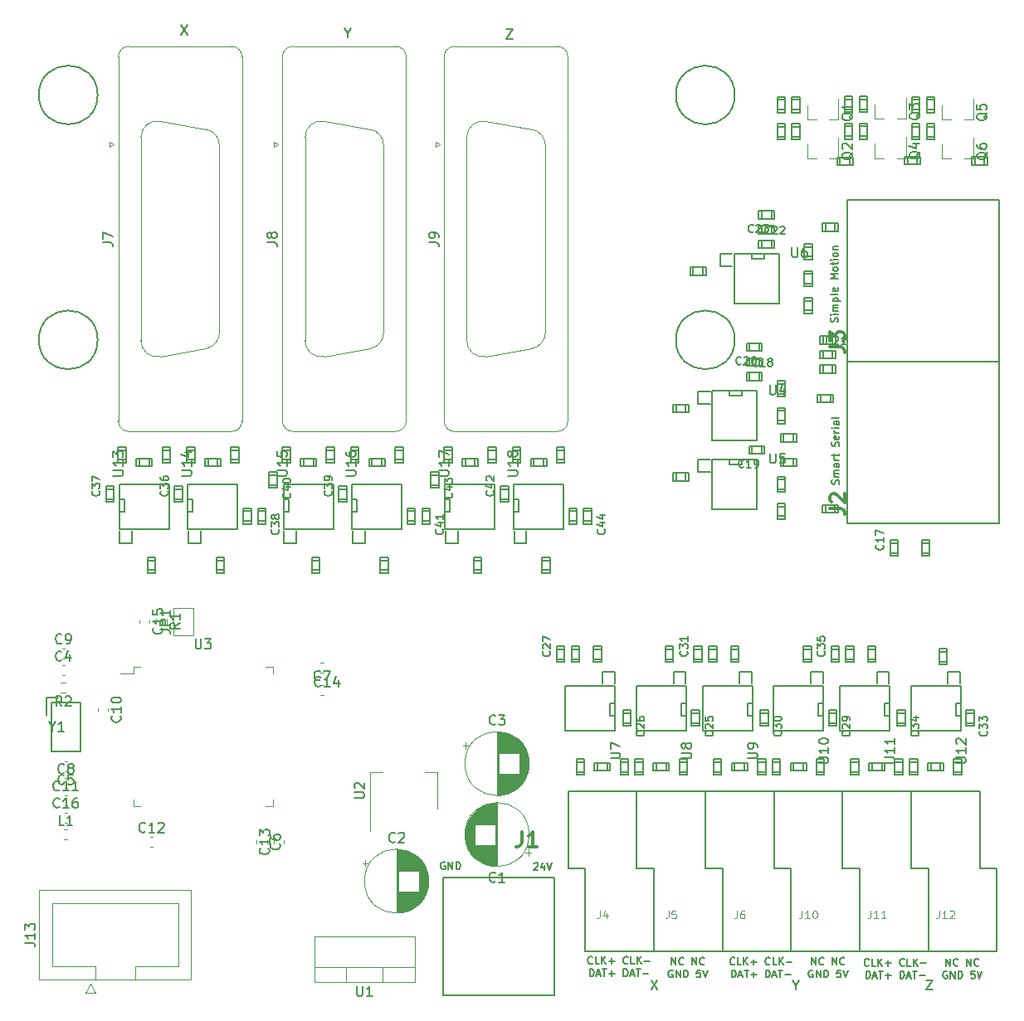
<source format=gbr>
%TF.GenerationSoftware,KiCad,Pcbnew,(5.1.9)-1*%
%TF.CreationDate,2021-06-23T22:51:48+02:00*%
%TF.ProjectId,EndatDecoder,456e6461-7444-4656-936f-6465722e6b69,rev?*%
%TF.SameCoordinates,Original*%
%TF.FileFunction,Legend,Top*%
%TF.FilePolarity,Positive*%
%FSLAX46Y46*%
G04 Gerber Fmt 4.6, Leading zero omitted, Abs format (unit mm)*
G04 Created by KiCad (PCBNEW (5.1.9)-1) date 2021-06-23 22:51:48*
%MOMM*%
%LPD*%
G01*
G04 APERTURE LIST*
%ADD10C,0.187500*%
%ADD11C,0.150000*%
%ADD12C,0.120000*%
%ADD13C,0.127000*%
%ADD14C,0.200000*%
%ADD15C,0.015000*%
%ADD16C,0.300000*%
G04 APERTURE END LIST*
D10*
X83500000Y-81676190D02*
X83500000Y-82152380D01*
X83166666Y-81152380D02*
X83500000Y-81676190D01*
X83833333Y-81152380D01*
X66466666Y-80852380D02*
X67133333Y-81852380D01*
X67133333Y-80852380D02*
X66466666Y-81852380D01*
X99666666Y-81252380D02*
X100333333Y-81252380D01*
X99666666Y-82252380D01*
X100333333Y-82252380D01*
X142566666Y-178352380D02*
X143233333Y-178352380D01*
X142566666Y-179352380D01*
X143233333Y-179352380D01*
X129200000Y-178876190D02*
X129200000Y-179352380D01*
X128866666Y-178352380D02*
X129200000Y-178876190D01*
X129533333Y-178352380D01*
X114466666Y-178352380D02*
X115133333Y-179352380D01*
X115133333Y-178352380D02*
X114466666Y-179352380D01*
D11*
X133503571Y-111175000D02*
X133539285Y-111067857D01*
X133539285Y-110889285D01*
X133503571Y-110817857D01*
X133467857Y-110782142D01*
X133396428Y-110746428D01*
X133325000Y-110746428D01*
X133253571Y-110782142D01*
X133217857Y-110817857D01*
X133182142Y-110889285D01*
X133146428Y-111032142D01*
X133110714Y-111103571D01*
X133075000Y-111139285D01*
X133003571Y-111175000D01*
X132932142Y-111175000D01*
X132860714Y-111139285D01*
X132825000Y-111103571D01*
X132789285Y-111032142D01*
X132789285Y-110853571D01*
X132825000Y-110746428D01*
X133539285Y-110425000D02*
X133039285Y-110425000D01*
X132789285Y-110425000D02*
X132825000Y-110460714D01*
X132860714Y-110425000D01*
X132825000Y-110389285D01*
X132789285Y-110425000D01*
X132860714Y-110425000D01*
X133539285Y-110067857D02*
X133039285Y-110067857D01*
X133110714Y-110067857D02*
X133075000Y-110032142D01*
X133039285Y-109960714D01*
X133039285Y-109853571D01*
X133075000Y-109782142D01*
X133146428Y-109746428D01*
X133539285Y-109746428D01*
X133146428Y-109746428D02*
X133075000Y-109710714D01*
X133039285Y-109639285D01*
X133039285Y-109532142D01*
X133075000Y-109460714D01*
X133146428Y-109425000D01*
X133539285Y-109425000D01*
X133039285Y-109067857D02*
X133789285Y-109067857D01*
X133075000Y-109067857D02*
X133039285Y-108996428D01*
X133039285Y-108853571D01*
X133075000Y-108782142D01*
X133110714Y-108746428D01*
X133182142Y-108710714D01*
X133396428Y-108710714D01*
X133467857Y-108746428D01*
X133503571Y-108782142D01*
X133539285Y-108853571D01*
X133539285Y-108996428D01*
X133503571Y-109067857D01*
X133539285Y-108282142D02*
X133503571Y-108353571D01*
X133432142Y-108389285D01*
X132789285Y-108389285D01*
X133503571Y-107710714D02*
X133539285Y-107782142D01*
X133539285Y-107925000D01*
X133503571Y-107996428D01*
X133432142Y-108032142D01*
X133146428Y-108032142D01*
X133075000Y-107996428D01*
X133039285Y-107925000D01*
X133039285Y-107782142D01*
X133075000Y-107710714D01*
X133146428Y-107675000D01*
X133217857Y-107675000D01*
X133289285Y-108032142D01*
X133539285Y-106782142D02*
X132789285Y-106782142D01*
X133325000Y-106532142D01*
X132789285Y-106282142D01*
X133539285Y-106282142D01*
X133539285Y-105817857D02*
X133503571Y-105889285D01*
X133467857Y-105925000D01*
X133396428Y-105960714D01*
X133182142Y-105960714D01*
X133110714Y-105925000D01*
X133075000Y-105889285D01*
X133039285Y-105817857D01*
X133039285Y-105710714D01*
X133075000Y-105639285D01*
X133110714Y-105603571D01*
X133182142Y-105567857D01*
X133396428Y-105567857D01*
X133467857Y-105603571D01*
X133503571Y-105639285D01*
X133539285Y-105710714D01*
X133539285Y-105817857D01*
X133039285Y-105353571D02*
X133039285Y-105067857D01*
X132789285Y-105246428D02*
X133432142Y-105246428D01*
X133503571Y-105210714D01*
X133539285Y-105139285D01*
X133539285Y-105067857D01*
X133539285Y-104817857D02*
X133039285Y-104817857D01*
X132789285Y-104817857D02*
X132825000Y-104853571D01*
X132860714Y-104817857D01*
X132825000Y-104782142D01*
X132789285Y-104817857D01*
X132860714Y-104817857D01*
X133539285Y-104353571D02*
X133503571Y-104425000D01*
X133467857Y-104460714D01*
X133396428Y-104496428D01*
X133182142Y-104496428D01*
X133110714Y-104460714D01*
X133075000Y-104425000D01*
X133039285Y-104353571D01*
X133039285Y-104246428D01*
X133075000Y-104175000D01*
X133110714Y-104139285D01*
X133182142Y-104103571D01*
X133396428Y-104103571D01*
X133467857Y-104139285D01*
X133503571Y-104175000D01*
X133539285Y-104246428D01*
X133539285Y-104353571D01*
X133039285Y-103782142D02*
X133539285Y-103782142D01*
X133110714Y-103782142D02*
X133075000Y-103746428D01*
X133039285Y-103675000D01*
X133039285Y-103567857D01*
X133075000Y-103496428D01*
X133146428Y-103460714D01*
X133539285Y-103460714D01*
X133603571Y-127710714D02*
X133639285Y-127603571D01*
X133639285Y-127425000D01*
X133603571Y-127353571D01*
X133567857Y-127317857D01*
X133496428Y-127282142D01*
X133425000Y-127282142D01*
X133353571Y-127317857D01*
X133317857Y-127353571D01*
X133282142Y-127425000D01*
X133246428Y-127567857D01*
X133210714Y-127639285D01*
X133175000Y-127675000D01*
X133103571Y-127710714D01*
X133032142Y-127710714D01*
X132960714Y-127675000D01*
X132925000Y-127639285D01*
X132889285Y-127567857D01*
X132889285Y-127389285D01*
X132925000Y-127282142D01*
X133639285Y-126960714D02*
X133139285Y-126960714D01*
X133210714Y-126960714D02*
X133175000Y-126925000D01*
X133139285Y-126853571D01*
X133139285Y-126746428D01*
X133175000Y-126675000D01*
X133246428Y-126639285D01*
X133639285Y-126639285D01*
X133246428Y-126639285D02*
X133175000Y-126603571D01*
X133139285Y-126532142D01*
X133139285Y-126425000D01*
X133175000Y-126353571D01*
X133246428Y-126317857D01*
X133639285Y-126317857D01*
X133639285Y-125639285D02*
X133246428Y-125639285D01*
X133175000Y-125675000D01*
X133139285Y-125746428D01*
X133139285Y-125889285D01*
X133175000Y-125960714D01*
X133603571Y-125639285D02*
X133639285Y-125710714D01*
X133639285Y-125889285D01*
X133603571Y-125960714D01*
X133532142Y-125996428D01*
X133460714Y-125996428D01*
X133389285Y-125960714D01*
X133353571Y-125889285D01*
X133353571Y-125710714D01*
X133317857Y-125639285D01*
X133639285Y-125282142D02*
X133139285Y-125282142D01*
X133282142Y-125282142D02*
X133210714Y-125246428D01*
X133175000Y-125210714D01*
X133139285Y-125139285D01*
X133139285Y-125067857D01*
X133139285Y-124925000D02*
X133139285Y-124639285D01*
X132889285Y-124817857D02*
X133532142Y-124817857D01*
X133603571Y-124782142D01*
X133639285Y-124710714D01*
X133639285Y-124639285D01*
X133603571Y-123853571D02*
X133639285Y-123746428D01*
X133639285Y-123567857D01*
X133603571Y-123496428D01*
X133567857Y-123460714D01*
X133496428Y-123425000D01*
X133425000Y-123425000D01*
X133353571Y-123460714D01*
X133317857Y-123496428D01*
X133282142Y-123567857D01*
X133246428Y-123710714D01*
X133210714Y-123782142D01*
X133175000Y-123817857D01*
X133103571Y-123853571D01*
X133032142Y-123853571D01*
X132960714Y-123817857D01*
X132925000Y-123782142D01*
X132889285Y-123710714D01*
X132889285Y-123532142D01*
X132925000Y-123425000D01*
X133603571Y-122817857D02*
X133639285Y-122889285D01*
X133639285Y-123032142D01*
X133603571Y-123103571D01*
X133532142Y-123139285D01*
X133246428Y-123139285D01*
X133175000Y-123103571D01*
X133139285Y-123032142D01*
X133139285Y-122889285D01*
X133175000Y-122817857D01*
X133246428Y-122782142D01*
X133317857Y-122782142D01*
X133389285Y-123139285D01*
X133639285Y-122460714D02*
X133139285Y-122460714D01*
X133282142Y-122460714D02*
X133210714Y-122425000D01*
X133175000Y-122389285D01*
X133139285Y-122317857D01*
X133139285Y-122246428D01*
X133639285Y-121996428D02*
X133139285Y-121996428D01*
X132889285Y-121996428D02*
X132925000Y-122032142D01*
X132960714Y-121996428D01*
X132925000Y-121960714D01*
X132889285Y-121996428D01*
X132960714Y-121996428D01*
X133639285Y-121317857D02*
X133246428Y-121317857D01*
X133175000Y-121353571D01*
X133139285Y-121425000D01*
X133139285Y-121567857D01*
X133175000Y-121639285D01*
X133603571Y-121317857D02*
X133639285Y-121389285D01*
X133639285Y-121567857D01*
X133603571Y-121639285D01*
X133532142Y-121675000D01*
X133460714Y-121675000D01*
X133389285Y-121639285D01*
X133353571Y-121567857D01*
X133353571Y-121389285D01*
X133317857Y-121317857D01*
X133639285Y-120853571D02*
X133603571Y-120925000D01*
X133532142Y-120960714D01*
X132889285Y-120960714D01*
X93428571Y-166325000D02*
X93357142Y-166289285D01*
X93250000Y-166289285D01*
X93142857Y-166325000D01*
X93071428Y-166396428D01*
X93035714Y-166467857D01*
X93000000Y-166610714D01*
X93000000Y-166717857D01*
X93035714Y-166860714D01*
X93071428Y-166932142D01*
X93142857Y-167003571D01*
X93250000Y-167039285D01*
X93321428Y-167039285D01*
X93428571Y-167003571D01*
X93464285Y-166967857D01*
X93464285Y-166717857D01*
X93321428Y-166717857D01*
X93785714Y-167039285D02*
X93785714Y-166289285D01*
X94214285Y-167039285D01*
X94214285Y-166289285D01*
X94571428Y-167039285D02*
X94571428Y-166289285D01*
X94750000Y-166289285D01*
X94857142Y-166325000D01*
X94928571Y-166396428D01*
X94964285Y-166467857D01*
X95000000Y-166610714D01*
X95000000Y-166717857D01*
X94964285Y-166860714D01*
X94928571Y-166932142D01*
X94857142Y-167003571D01*
X94750000Y-167039285D01*
X94571428Y-167039285D01*
X102507142Y-166460714D02*
X102542857Y-166425000D01*
X102614285Y-166389285D01*
X102792857Y-166389285D01*
X102864285Y-166425000D01*
X102900000Y-166460714D01*
X102935714Y-166532142D01*
X102935714Y-166603571D01*
X102900000Y-166710714D01*
X102471428Y-167139285D01*
X102935714Y-167139285D01*
X103578571Y-166639285D02*
X103578571Y-167139285D01*
X103400000Y-166353571D02*
X103221428Y-166889285D01*
X103685714Y-166889285D01*
X103864285Y-166389285D02*
X104114285Y-167139285D01*
X104364285Y-166389285D01*
X144557142Y-176901785D02*
X144557142Y-176151785D01*
X144985714Y-176901785D01*
X144985714Y-176151785D01*
X145771428Y-176830357D02*
X145735714Y-176866071D01*
X145628571Y-176901785D01*
X145557142Y-176901785D01*
X145450000Y-176866071D01*
X145378571Y-176794642D01*
X145342857Y-176723214D01*
X145307142Y-176580357D01*
X145307142Y-176473214D01*
X145342857Y-176330357D01*
X145378571Y-176258928D01*
X145450000Y-176187500D01*
X145557142Y-176151785D01*
X145628571Y-176151785D01*
X145735714Y-176187500D01*
X145771428Y-176223214D01*
X146664285Y-176901785D02*
X146664285Y-176151785D01*
X147092857Y-176901785D01*
X147092857Y-176151785D01*
X147878571Y-176830357D02*
X147842857Y-176866071D01*
X147735714Y-176901785D01*
X147664285Y-176901785D01*
X147557142Y-176866071D01*
X147485714Y-176794642D01*
X147450000Y-176723214D01*
X147414285Y-176580357D01*
X147414285Y-176473214D01*
X147450000Y-176330357D01*
X147485714Y-176258928D01*
X147557142Y-176187500D01*
X147664285Y-176151785D01*
X147735714Y-176151785D01*
X147842857Y-176187500D01*
X147878571Y-176223214D01*
X144664285Y-177462500D02*
X144592857Y-177426785D01*
X144485714Y-177426785D01*
X144378571Y-177462500D01*
X144307142Y-177533928D01*
X144271428Y-177605357D01*
X144235714Y-177748214D01*
X144235714Y-177855357D01*
X144271428Y-177998214D01*
X144307142Y-178069642D01*
X144378571Y-178141071D01*
X144485714Y-178176785D01*
X144557142Y-178176785D01*
X144664285Y-178141071D01*
X144700000Y-178105357D01*
X144700000Y-177855357D01*
X144557142Y-177855357D01*
X145021428Y-178176785D02*
X145021428Y-177426785D01*
X145450000Y-178176785D01*
X145450000Y-177426785D01*
X145807142Y-178176785D02*
X145807142Y-177426785D01*
X145985714Y-177426785D01*
X146092857Y-177462500D01*
X146164285Y-177533928D01*
X146200000Y-177605357D01*
X146235714Y-177748214D01*
X146235714Y-177855357D01*
X146200000Y-177998214D01*
X146164285Y-178069642D01*
X146092857Y-178141071D01*
X145985714Y-178176785D01*
X145807142Y-178176785D01*
X147485714Y-177426785D02*
X147128571Y-177426785D01*
X147092857Y-177783928D01*
X147128571Y-177748214D01*
X147200000Y-177712500D01*
X147378571Y-177712500D01*
X147450000Y-177748214D01*
X147485714Y-177783928D01*
X147521428Y-177855357D01*
X147521428Y-178033928D01*
X147485714Y-178105357D01*
X147450000Y-178141071D01*
X147378571Y-178176785D01*
X147200000Y-178176785D01*
X147128571Y-178141071D01*
X147092857Y-178105357D01*
X147735714Y-177426785D02*
X147985714Y-178176785D01*
X148235714Y-177426785D01*
X130857142Y-176801785D02*
X130857142Y-176051785D01*
X131285714Y-176801785D01*
X131285714Y-176051785D01*
X132071428Y-176730357D02*
X132035714Y-176766071D01*
X131928571Y-176801785D01*
X131857142Y-176801785D01*
X131750000Y-176766071D01*
X131678571Y-176694642D01*
X131642857Y-176623214D01*
X131607142Y-176480357D01*
X131607142Y-176373214D01*
X131642857Y-176230357D01*
X131678571Y-176158928D01*
X131750000Y-176087500D01*
X131857142Y-176051785D01*
X131928571Y-176051785D01*
X132035714Y-176087500D01*
X132071428Y-176123214D01*
X132964285Y-176801785D02*
X132964285Y-176051785D01*
X133392857Y-176801785D01*
X133392857Y-176051785D01*
X134178571Y-176730357D02*
X134142857Y-176766071D01*
X134035714Y-176801785D01*
X133964285Y-176801785D01*
X133857142Y-176766071D01*
X133785714Y-176694642D01*
X133750000Y-176623214D01*
X133714285Y-176480357D01*
X133714285Y-176373214D01*
X133750000Y-176230357D01*
X133785714Y-176158928D01*
X133857142Y-176087500D01*
X133964285Y-176051785D01*
X134035714Y-176051785D01*
X134142857Y-176087500D01*
X134178571Y-176123214D01*
X130964285Y-177362500D02*
X130892857Y-177326785D01*
X130785714Y-177326785D01*
X130678571Y-177362500D01*
X130607142Y-177433928D01*
X130571428Y-177505357D01*
X130535714Y-177648214D01*
X130535714Y-177755357D01*
X130571428Y-177898214D01*
X130607142Y-177969642D01*
X130678571Y-178041071D01*
X130785714Y-178076785D01*
X130857142Y-178076785D01*
X130964285Y-178041071D01*
X131000000Y-178005357D01*
X131000000Y-177755357D01*
X130857142Y-177755357D01*
X131321428Y-178076785D02*
X131321428Y-177326785D01*
X131750000Y-178076785D01*
X131750000Y-177326785D01*
X132107142Y-178076785D02*
X132107142Y-177326785D01*
X132285714Y-177326785D01*
X132392857Y-177362500D01*
X132464285Y-177433928D01*
X132500000Y-177505357D01*
X132535714Y-177648214D01*
X132535714Y-177755357D01*
X132500000Y-177898214D01*
X132464285Y-177969642D01*
X132392857Y-178041071D01*
X132285714Y-178076785D01*
X132107142Y-178076785D01*
X133785714Y-177326785D02*
X133428571Y-177326785D01*
X133392857Y-177683928D01*
X133428571Y-177648214D01*
X133500000Y-177612500D01*
X133678571Y-177612500D01*
X133750000Y-177648214D01*
X133785714Y-177683928D01*
X133821428Y-177755357D01*
X133821428Y-177933928D01*
X133785714Y-178005357D01*
X133750000Y-178041071D01*
X133678571Y-178076785D01*
X133500000Y-178076785D01*
X133428571Y-178041071D01*
X133392857Y-178005357D01*
X134035714Y-177326785D02*
X134285714Y-178076785D01*
X134535714Y-177326785D01*
X116557142Y-176801785D02*
X116557142Y-176051785D01*
X116985714Y-176801785D01*
X116985714Y-176051785D01*
X117771428Y-176730357D02*
X117735714Y-176766071D01*
X117628571Y-176801785D01*
X117557142Y-176801785D01*
X117450000Y-176766071D01*
X117378571Y-176694642D01*
X117342857Y-176623214D01*
X117307142Y-176480357D01*
X117307142Y-176373214D01*
X117342857Y-176230357D01*
X117378571Y-176158928D01*
X117450000Y-176087500D01*
X117557142Y-176051785D01*
X117628571Y-176051785D01*
X117735714Y-176087500D01*
X117771428Y-176123214D01*
X118664285Y-176801785D02*
X118664285Y-176051785D01*
X119092857Y-176801785D01*
X119092857Y-176051785D01*
X119878571Y-176730357D02*
X119842857Y-176766071D01*
X119735714Y-176801785D01*
X119664285Y-176801785D01*
X119557142Y-176766071D01*
X119485714Y-176694642D01*
X119450000Y-176623214D01*
X119414285Y-176480357D01*
X119414285Y-176373214D01*
X119450000Y-176230357D01*
X119485714Y-176158928D01*
X119557142Y-176087500D01*
X119664285Y-176051785D01*
X119735714Y-176051785D01*
X119842857Y-176087500D01*
X119878571Y-176123214D01*
X116664285Y-177362500D02*
X116592857Y-177326785D01*
X116485714Y-177326785D01*
X116378571Y-177362500D01*
X116307142Y-177433928D01*
X116271428Y-177505357D01*
X116235714Y-177648214D01*
X116235714Y-177755357D01*
X116271428Y-177898214D01*
X116307142Y-177969642D01*
X116378571Y-178041071D01*
X116485714Y-178076785D01*
X116557142Y-178076785D01*
X116664285Y-178041071D01*
X116700000Y-178005357D01*
X116700000Y-177755357D01*
X116557142Y-177755357D01*
X117021428Y-178076785D02*
X117021428Y-177326785D01*
X117450000Y-178076785D01*
X117450000Y-177326785D01*
X117807142Y-178076785D02*
X117807142Y-177326785D01*
X117985714Y-177326785D01*
X118092857Y-177362500D01*
X118164285Y-177433928D01*
X118200000Y-177505357D01*
X118235714Y-177648214D01*
X118235714Y-177755357D01*
X118200000Y-177898214D01*
X118164285Y-177969642D01*
X118092857Y-178041071D01*
X117985714Y-178076785D01*
X117807142Y-178076785D01*
X119485714Y-177326785D02*
X119128571Y-177326785D01*
X119092857Y-177683928D01*
X119128571Y-177648214D01*
X119200000Y-177612500D01*
X119378571Y-177612500D01*
X119450000Y-177648214D01*
X119485714Y-177683928D01*
X119521428Y-177755357D01*
X119521428Y-177933928D01*
X119485714Y-178005357D01*
X119450000Y-178041071D01*
X119378571Y-178076785D01*
X119200000Y-178076785D01*
X119128571Y-178041071D01*
X119092857Y-178005357D01*
X119735714Y-177326785D02*
X119985714Y-178076785D01*
X120235714Y-177326785D01*
X136685714Y-176830357D02*
X136650000Y-176866071D01*
X136542857Y-176901785D01*
X136471428Y-176901785D01*
X136364285Y-176866071D01*
X136292857Y-176794642D01*
X136257142Y-176723214D01*
X136221428Y-176580357D01*
X136221428Y-176473214D01*
X136257142Y-176330357D01*
X136292857Y-176258928D01*
X136364285Y-176187500D01*
X136471428Y-176151785D01*
X136542857Y-176151785D01*
X136650000Y-176187500D01*
X136685714Y-176223214D01*
X137364285Y-176901785D02*
X137007142Y-176901785D01*
X137007142Y-176151785D01*
X137614285Y-176901785D02*
X137614285Y-176151785D01*
X138042857Y-176901785D02*
X137721428Y-176473214D01*
X138042857Y-176151785D02*
X137614285Y-176580357D01*
X138364285Y-176616071D02*
X138935714Y-176616071D01*
X138650000Y-176901785D02*
X138650000Y-176330357D01*
X140292857Y-176830357D02*
X140257142Y-176866071D01*
X140150000Y-176901785D01*
X140078571Y-176901785D01*
X139971428Y-176866071D01*
X139900000Y-176794642D01*
X139864285Y-176723214D01*
X139828571Y-176580357D01*
X139828571Y-176473214D01*
X139864285Y-176330357D01*
X139900000Y-176258928D01*
X139971428Y-176187500D01*
X140078571Y-176151785D01*
X140150000Y-176151785D01*
X140257142Y-176187500D01*
X140292857Y-176223214D01*
X140971428Y-176901785D02*
X140614285Y-176901785D01*
X140614285Y-176151785D01*
X141221428Y-176901785D02*
X141221428Y-176151785D01*
X141650000Y-176901785D02*
X141328571Y-176473214D01*
X141650000Y-176151785D02*
X141221428Y-176580357D01*
X141971428Y-176616071D02*
X142542857Y-176616071D01*
X136400000Y-178176785D02*
X136400000Y-177426785D01*
X136578571Y-177426785D01*
X136685714Y-177462500D01*
X136757142Y-177533928D01*
X136792857Y-177605357D01*
X136828571Y-177748214D01*
X136828571Y-177855357D01*
X136792857Y-177998214D01*
X136757142Y-178069642D01*
X136685714Y-178141071D01*
X136578571Y-178176785D01*
X136400000Y-178176785D01*
X137114285Y-177962500D02*
X137471428Y-177962500D01*
X137042857Y-178176785D02*
X137292857Y-177426785D01*
X137542857Y-178176785D01*
X137685714Y-177426785D02*
X138114285Y-177426785D01*
X137900000Y-178176785D02*
X137900000Y-177426785D01*
X138364285Y-177891071D02*
X138935714Y-177891071D01*
X138650000Y-178176785D02*
X138650000Y-177605357D01*
X139864285Y-178176785D02*
X139864285Y-177426785D01*
X140042857Y-177426785D01*
X140150000Y-177462500D01*
X140221428Y-177533928D01*
X140257142Y-177605357D01*
X140292857Y-177748214D01*
X140292857Y-177855357D01*
X140257142Y-177998214D01*
X140221428Y-178069642D01*
X140150000Y-178141071D01*
X140042857Y-178176785D01*
X139864285Y-178176785D01*
X140578571Y-177962500D02*
X140935714Y-177962500D01*
X140507142Y-178176785D02*
X140757142Y-177426785D01*
X141007142Y-178176785D01*
X141150000Y-177426785D02*
X141578571Y-177426785D01*
X141364285Y-178176785D02*
X141364285Y-177426785D01*
X141828571Y-177891071D02*
X142400000Y-177891071D01*
X122985714Y-176730357D02*
X122950000Y-176766071D01*
X122842857Y-176801785D01*
X122771428Y-176801785D01*
X122664285Y-176766071D01*
X122592857Y-176694642D01*
X122557142Y-176623214D01*
X122521428Y-176480357D01*
X122521428Y-176373214D01*
X122557142Y-176230357D01*
X122592857Y-176158928D01*
X122664285Y-176087500D01*
X122771428Y-176051785D01*
X122842857Y-176051785D01*
X122950000Y-176087500D01*
X122985714Y-176123214D01*
X123664285Y-176801785D02*
X123307142Y-176801785D01*
X123307142Y-176051785D01*
X123914285Y-176801785D02*
X123914285Y-176051785D01*
X124342857Y-176801785D02*
X124021428Y-176373214D01*
X124342857Y-176051785D02*
X123914285Y-176480357D01*
X124664285Y-176516071D02*
X125235714Y-176516071D01*
X124950000Y-176801785D02*
X124950000Y-176230357D01*
X126592857Y-176730357D02*
X126557142Y-176766071D01*
X126450000Y-176801785D01*
X126378571Y-176801785D01*
X126271428Y-176766071D01*
X126200000Y-176694642D01*
X126164285Y-176623214D01*
X126128571Y-176480357D01*
X126128571Y-176373214D01*
X126164285Y-176230357D01*
X126200000Y-176158928D01*
X126271428Y-176087500D01*
X126378571Y-176051785D01*
X126450000Y-176051785D01*
X126557142Y-176087500D01*
X126592857Y-176123214D01*
X127271428Y-176801785D02*
X126914285Y-176801785D01*
X126914285Y-176051785D01*
X127521428Y-176801785D02*
X127521428Y-176051785D01*
X127950000Y-176801785D02*
X127628571Y-176373214D01*
X127950000Y-176051785D02*
X127521428Y-176480357D01*
X128271428Y-176516071D02*
X128842857Y-176516071D01*
X122700000Y-178076785D02*
X122700000Y-177326785D01*
X122878571Y-177326785D01*
X122985714Y-177362500D01*
X123057142Y-177433928D01*
X123092857Y-177505357D01*
X123128571Y-177648214D01*
X123128571Y-177755357D01*
X123092857Y-177898214D01*
X123057142Y-177969642D01*
X122985714Y-178041071D01*
X122878571Y-178076785D01*
X122700000Y-178076785D01*
X123414285Y-177862500D02*
X123771428Y-177862500D01*
X123342857Y-178076785D02*
X123592857Y-177326785D01*
X123842857Y-178076785D01*
X123985714Y-177326785D02*
X124414285Y-177326785D01*
X124200000Y-178076785D02*
X124200000Y-177326785D01*
X124664285Y-177791071D02*
X125235714Y-177791071D01*
X124950000Y-178076785D02*
X124950000Y-177505357D01*
X126164285Y-178076785D02*
X126164285Y-177326785D01*
X126342857Y-177326785D01*
X126450000Y-177362500D01*
X126521428Y-177433928D01*
X126557142Y-177505357D01*
X126592857Y-177648214D01*
X126592857Y-177755357D01*
X126557142Y-177898214D01*
X126521428Y-177969642D01*
X126450000Y-178041071D01*
X126342857Y-178076785D01*
X126164285Y-178076785D01*
X126878571Y-177862500D02*
X127235714Y-177862500D01*
X126807142Y-178076785D02*
X127057142Y-177326785D01*
X127307142Y-178076785D01*
X127450000Y-177326785D02*
X127878571Y-177326785D01*
X127664285Y-178076785D02*
X127664285Y-177326785D01*
X128128571Y-177791071D02*
X128700000Y-177791071D01*
X108485714Y-176630357D02*
X108450000Y-176666071D01*
X108342857Y-176701785D01*
X108271428Y-176701785D01*
X108164285Y-176666071D01*
X108092857Y-176594642D01*
X108057142Y-176523214D01*
X108021428Y-176380357D01*
X108021428Y-176273214D01*
X108057142Y-176130357D01*
X108092857Y-176058928D01*
X108164285Y-175987500D01*
X108271428Y-175951785D01*
X108342857Y-175951785D01*
X108450000Y-175987500D01*
X108485714Y-176023214D01*
X109164285Y-176701785D02*
X108807142Y-176701785D01*
X108807142Y-175951785D01*
X109414285Y-176701785D02*
X109414285Y-175951785D01*
X109842857Y-176701785D02*
X109521428Y-176273214D01*
X109842857Y-175951785D02*
X109414285Y-176380357D01*
X110164285Y-176416071D02*
X110735714Y-176416071D01*
X110450000Y-176701785D02*
X110450000Y-176130357D01*
X112092857Y-176630357D02*
X112057142Y-176666071D01*
X111950000Y-176701785D01*
X111878571Y-176701785D01*
X111771428Y-176666071D01*
X111700000Y-176594642D01*
X111664285Y-176523214D01*
X111628571Y-176380357D01*
X111628571Y-176273214D01*
X111664285Y-176130357D01*
X111700000Y-176058928D01*
X111771428Y-175987500D01*
X111878571Y-175951785D01*
X111950000Y-175951785D01*
X112057142Y-175987500D01*
X112092857Y-176023214D01*
X112771428Y-176701785D02*
X112414285Y-176701785D01*
X112414285Y-175951785D01*
X113021428Y-176701785D02*
X113021428Y-175951785D01*
X113450000Y-176701785D02*
X113128571Y-176273214D01*
X113450000Y-175951785D02*
X113021428Y-176380357D01*
X113771428Y-176416071D02*
X114342857Y-176416071D01*
X108200000Y-177976785D02*
X108200000Y-177226785D01*
X108378571Y-177226785D01*
X108485714Y-177262500D01*
X108557142Y-177333928D01*
X108592857Y-177405357D01*
X108628571Y-177548214D01*
X108628571Y-177655357D01*
X108592857Y-177798214D01*
X108557142Y-177869642D01*
X108485714Y-177941071D01*
X108378571Y-177976785D01*
X108200000Y-177976785D01*
X108914285Y-177762500D02*
X109271428Y-177762500D01*
X108842857Y-177976785D02*
X109092857Y-177226785D01*
X109342857Y-177976785D01*
X109485714Y-177226785D02*
X109914285Y-177226785D01*
X109700000Y-177976785D02*
X109700000Y-177226785D01*
X110164285Y-177691071D02*
X110735714Y-177691071D01*
X110450000Y-177976785D02*
X110450000Y-177405357D01*
X111664285Y-177976785D02*
X111664285Y-177226785D01*
X111842857Y-177226785D01*
X111950000Y-177262500D01*
X112021428Y-177333928D01*
X112057142Y-177405357D01*
X112092857Y-177548214D01*
X112092857Y-177655357D01*
X112057142Y-177798214D01*
X112021428Y-177869642D01*
X111950000Y-177941071D01*
X111842857Y-177976785D01*
X111664285Y-177976785D01*
X112378571Y-177762500D02*
X112735714Y-177762500D01*
X112307142Y-177976785D02*
X112557142Y-177226785D01*
X112807142Y-177976785D01*
X112950000Y-177226785D02*
X113378571Y-177226785D01*
X113164285Y-177976785D02*
X113164285Y-177226785D01*
X113628571Y-177691071D02*
X114200000Y-177691071D01*
D12*
%TO.C,U3*%
X75160000Y-160610000D02*
X75860000Y-160610000D01*
X75860000Y-160610000D02*
X75860000Y-159910000D01*
X62340000Y-160610000D02*
X61640000Y-160610000D01*
X61640000Y-160610000D02*
X61640000Y-159910000D01*
X75160000Y-146390000D02*
X75860000Y-146390000D01*
X75860000Y-146390000D02*
X75860000Y-147090000D01*
X62340000Y-146390000D02*
X61640000Y-146390000D01*
X61640000Y-146390000D02*
X61640000Y-147090000D01*
X61640000Y-147090000D02*
X60275000Y-147090000D01*
D11*
%TO.C,U7*%
X110282000Y-150092000D02*
X110790000Y-150092000D01*
X110282000Y-151362000D02*
X110282000Y-150092000D01*
X110790000Y-151362000D02*
X110282000Y-151362000D01*
X110790000Y-148314000D02*
X110790000Y-152886000D01*
X105710000Y-148314000D02*
X110790000Y-148314000D01*
X105710000Y-152886000D02*
X105710000Y-148314000D01*
X110790000Y-152886000D02*
X105710000Y-152886000D01*
X110750000Y-146850000D02*
X110750000Y-148100000D01*
X109500000Y-148100000D02*
X109500000Y-146850000D01*
X109500000Y-146850000D02*
X110750000Y-146850000D01*
D12*
%TO.C,R1*%
X65022500Y-141495276D02*
X65022500Y-142004724D01*
X63977500Y-141495276D02*
X63977500Y-142004724D01*
%TO.C,C7*%
X80741233Y-148240000D02*
X81033767Y-148240000D01*
X80741233Y-149260000D02*
X81033767Y-149260000D01*
%TO.C,C6*%
X75260000Y-164103733D02*
X75260000Y-164396267D01*
X74240000Y-164103733D02*
X74240000Y-164396267D01*
%TO.C,J13*%
X52040000Y-178290000D02*
X52040000Y-169170000D01*
X52040000Y-169170000D02*
X67540000Y-169170000D01*
X67540000Y-169170000D02*
X67540000Y-178290000D01*
X67540000Y-178290000D02*
X52040000Y-178290000D01*
X57740000Y-178290000D02*
X57740000Y-176980000D01*
X57740000Y-176980000D02*
X53340000Y-176980000D01*
X53340000Y-176980000D02*
X53340000Y-170480000D01*
X53340000Y-170480000D02*
X66240000Y-170480000D01*
X66240000Y-170480000D02*
X66240000Y-176980000D01*
X66240000Y-176980000D02*
X61840000Y-176980000D01*
X61840000Y-176980000D02*
X61840000Y-176980000D01*
X61840000Y-176980000D02*
X61840000Y-178290000D01*
X57250000Y-178680000D02*
X56750000Y-179680000D01*
X56750000Y-179680000D02*
X57750000Y-179680000D01*
X57750000Y-179680000D02*
X57250000Y-178680000D01*
D11*
%TO.C,U22*%
X123000000Y-113000000D02*
G75*
G03*
X123000000Y-113000000I-3000000J0D01*
G01*
%TO.C,U21*%
X58000000Y-88000000D02*
G75*
G03*
X58000000Y-88000000I-3000000J0D01*
G01*
%TO.C,U20*%
X123000000Y-88000000D02*
G75*
G03*
X123000000Y-88000000I-3000000J0D01*
G01*
%TO.C,U19*%
X58000000Y-113000000D02*
G75*
G03*
X58000000Y-113000000I-3000000J0D01*
G01*
%TO.C,R43*%
X132000000Y-113400000D02*
X132000000Y-112600000D01*
X133000000Y-113400000D02*
X133000000Y-112600000D01*
X131700000Y-113400000D02*
X133300000Y-113400000D01*
X131700000Y-112600000D02*
X131700000Y-113400000D01*
X133300000Y-112600000D02*
X131700000Y-112600000D01*
X133300000Y-113400000D02*
X133300000Y-112600000D01*
%TO.C,R34*%
X132250000Y-101900000D02*
X132250000Y-101100000D01*
X133250000Y-101900000D02*
X133250000Y-101100000D01*
X131950000Y-101900000D02*
X133550000Y-101900000D01*
X131950000Y-101100000D02*
X131950000Y-101900000D01*
X133550000Y-101100000D02*
X131950000Y-101100000D01*
X133550000Y-101900000D02*
X133550000Y-101100000D01*
%TO.C,R33*%
X132250000Y-130650000D02*
X132250000Y-129850000D01*
X133250000Y-130650000D02*
X133250000Y-129850000D01*
X131950000Y-130650000D02*
X133550000Y-130650000D01*
X131950000Y-129850000D02*
X131950000Y-130650000D01*
X133550000Y-129850000D02*
X131950000Y-129850000D01*
X133550000Y-130650000D02*
X133550000Y-129850000D01*
%TO.C,R32*%
X131750000Y-119400000D02*
X131750000Y-118600000D01*
X132750000Y-119400000D02*
X132750000Y-118600000D01*
X131450000Y-119400000D02*
X133050000Y-119400000D01*
X131450000Y-118600000D02*
X131450000Y-119400000D01*
X133050000Y-118600000D02*
X131450000Y-118600000D01*
X133050000Y-119400000D02*
X133050000Y-118600000D01*
%TO.C,R31*%
X148484999Y-94341500D02*
X148484999Y-95141500D01*
X147484999Y-94341500D02*
X147484999Y-95141500D01*
X148784999Y-94341500D02*
X147184999Y-94341500D01*
X148784999Y-95141500D02*
X148784999Y-94341500D01*
X147184999Y-95141500D02*
X148784999Y-95141500D01*
X147184999Y-94341500D02*
X147184999Y-95141500D01*
%TO.C,R30*%
X141084999Y-91241500D02*
X141884999Y-91241500D01*
X141084999Y-92241500D02*
X141884999Y-92241500D01*
X141084999Y-90941500D02*
X141084999Y-92541500D01*
X141884999Y-90941500D02*
X141084999Y-90941500D01*
X141884999Y-92541500D02*
X141884999Y-90941500D01*
X141084999Y-92541500D02*
X141884999Y-92541500D01*
%TO.C,R29*%
X142584999Y-91241500D02*
X143384999Y-91241500D01*
X142584999Y-92241500D02*
X143384999Y-92241500D01*
X142584999Y-90941500D02*
X142584999Y-92541500D01*
X143384999Y-90941500D02*
X142584999Y-90941500D01*
X143384999Y-92541500D02*
X143384999Y-90941500D01*
X142584999Y-92541500D02*
X143384999Y-92541500D01*
%TO.C,R28*%
X142584999Y-88491500D02*
X143384999Y-88491500D01*
X142584999Y-89491500D02*
X143384999Y-89491500D01*
X142584999Y-88191500D02*
X142584999Y-89791500D01*
X143384999Y-88191500D02*
X142584999Y-88191500D01*
X143384999Y-89791500D02*
X143384999Y-88191500D01*
X142584999Y-89791500D02*
X143384999Y-89791500D01*
%TO.C,R27*%
X141084999Y-88491500D02*
X141884999Y-88491500D01*
X141084999Y-89491500D02*
X141884999Y-89491500D01*
X141084999Y-88191500D02*
X141084999Y-89791500D01*
X141884999Y-88191500D02*
X141084999Y-88191500D01*
X141884999Y-89791500D02*
X141884999Y-88191500D01*
X141084999Y-89791500D02*
X141884999Y-89791500D01*
%TO.C,R26*%
X141624999Y-94291500D02*
X141624999Y-95091500D01*
X140624999Y-94291500D02*
X140624999Y-95091500D01*
X141924999Y-94291500D02*
X140324999Y-94291500D01*
X141924999Y-95091500D02*
X141924999Y-94291500D01*
X140324999Y-95091500D02*
X141924999Y-95091500D01*
X140324999Y-94291500D02*
X140324999Y-95091500D01*
%TO.C,R25*%
X134224999Y-91191500D02*
X135024999Y-91191500D01*
X134224999Y-92191500D02*
X135024999Y-92191500D01*
X134224999Y-90891500D02*
X134224999Y-92491500D01*
X135024999Y-90891500D02*
X134224999Y-90891500D01*
X135024999Y-92491500D02*
X135024999Y-90891500D01*
X134224999Y-92491500D02*
X135024999Y-92491500D01*
%TO.C,R23*%
X135724999Y-91191500D02*
X136524999Y-91191500D01*
X135724999Y-92191500D02*
X136524999Y-92191500D01*
X135724999Y-90891500D02*
X135724999Y-92491500D01*
X136524999Y-90891500D02*
X135724999Y-90891500D01*
X136524999Y-92491500D02*
X136524999Y-90891500D01*
X135724999Y-92491500D02*
X136524999Y-92491500D01*
%TO.C,R22*%
X135724999Y-88441500D02*
X136524999Y-88441500D01*
X135724999Y-89441500D02*
X136524999Y-89441500D01*
X135724999Y-88141500D02*
X135724999Y-89741500D01*
X136524999Y-88141500D02*
X135724999Y-88141500D01*
X136524999Y-89741500D02*
X136524999Y-88141500D01*
X135724999Y-89741500D02*
X136524999Y-89741500D01*
%TO.C,R21*%
X134224999Y-88441500D02*
X135024999Y-88441500D01*
X134224999Y-89441500D02*
X135024999Y-89441500D01*
X134224999Y-88141500D02*
X134224999Y-89741500D01*
X135024999Y-88141500D02*
X134224999Y-88141500D01*
X135024999Y-89741500D02*
X135024999Y-88141500D01*
X134224999Y-89741500D02*
X135024999Y-89741500D01*
%TO.C,R20*%
X134750000Y-94350000D02*
X134750000Y-95150000D01*
X133750000Y-94350000D02*
X133750000Y-95150000D01*
X135050000Y-94350000D02*
X133450000Y-94350000D01*
X135050000Y-95150000D02*
X135050000Y-94350000D01*
X133450000Y-95150000D02*
X135050000Y-95150000D01*
X133450000Y-94350000D02*
X133450000Y-95150000D01*
%TO.C,R19*%
X127350000Y-91250000D02*
X128150000Y-91250000D01*
X127350000Y-92250000D02*
X128150000Y-92250000D01*
X127350000Y-90950000D02*
X127350000Y-92550000D01*
X128150000Y-90950000D02*
X127350000Y-90950000D01*
X128150000Y-92550000D02*
X128150000Y-90950000D01*
X127350000Y-92550000D02*
X128150000Y-92550000D01*
%TO.C,R15*%
X128850000Y-91250000D02*
X129650000Y-91250000D01*
X128850000Y-92250000D02*
X129650000Y-92250000D01*
X128850000Y-90950000D02*
X128850000Y-92550000D01*
X129650000Y-90950000D02*
X128850000Y-90950000D01*
X129650000Y-92550000D02*
X129650000Y-90950000D01*
X128850000Y-92550000D02*
X129650000Y-92550000D01*
%TO.C,R14*%
X128850000Y-88500000D02*
X129650000Y-88500000D01*
X128850000Y-89500000D02*
X129650000Y-89500000D01*
X128850000Y-88200000D02*
X128850000Y-89800000D01*
X129650000Y-88200000D02*
X128850000Y-88200000D01*
X129650000Y-89800000D02*
X129650000Y-88200000D01*
X128850000Y-89800000D02*
X129650000Y-89800000D01*
%TO.C,R13*%
X127350000Y-88500000D02*
X128150000Y-88500000D01*
X127350000Y-89500000D02*
X128150000Y-89500000D01*
X127350000Y-88200000D02*
X127350000Y-89800000D01*
X128150000Y-88200000D02*
X127350000Y-88200000D01*
X128150000Y-89800000D02*
X128150000Y-88200000D01*
X127350000Y-89800000D02*
X128150000Y-89800000D01*
D12*
%TO.C,Q6*%
X144154999Y-94501500D02*
X144154999Y-93041500D01*
X147314999Y-94501500D02*
X147314999Y-92341500D01*
X147314999Y-94501500D02*
X146384999Y-94501500D01*
X144154999Y-94501500D02*
X145084999Y-94501500D01*
%TO.C,Q5*%
X144154999Y-90501500D02*
X144154999Y-89041500D01*
X147314999Y-90501500D02*
X147314999Y-88341500D01*
X147314999Y-90501500D02*
X146384999Y-90501500D01*
X144154999Y-90501500D02*
X145084999Y-90501500D01*
%TO.C,Q4*%
X137294999Y-94451500D02*
X137294999Y-92991500D01*
X140454999Y-94451500D02*
X140454999Y-92291500D01*
X140454999Y-94451500D02*
X139524999Y-94451500D01*
X137294999Y-94451500D02*
X138224999Y-94451500D01*
%TO.C,Q3*%
X137294999Y-90451500D02*
X137294999Y-88991500D01*
X140454999Y-90451500D02*
X140454999Y-88291500D01*
X140454999Y-90451500D02*
X139524999Y-90451500D01*
X137294999Y-90451500D02*
X138224999Y-90451500D01*
%TO.C,Q2*%
X130420000Y-94510000D02*
X130420000Y-93050000D01*
X133580000Y-94510000D02*
X133580000Y-92350000D01*
X133580000Y-94510000D02*
X132650000Y-94510000D01*
X130420000Y-94510000D02*
X131350000Y-94510000D01*
%TO.C,Q1*%
X130420000Y-90510000D02*
X130420000Y-89050000D01*
X133580000Y-90510000D02*
X133580000Y-88350000D01*
X133580000Y-90510000D02*
X132650000Y-90510000D01*
X130420000Y-90510000D02*
X131350000Y-90510000D01*
D13*
%TO.C,J12*%
X148000000Y-159100000D02*
X141000000Y-159100000D01*
X148000000Y-166937500D02*
X148000000Y-159100000D01*
X149750000Y-166937500D02*
X148000000Y-166937500D01*
X149750000Y-175450000D02*
X149750000Y-166937500D01*
X142750000Y-175450000D02*
X149750000Y-175450000D01*
X142750000Y-166937500D02*
X142750000Y-175450000D01*
X141000000Y-166937500D02*
X142750000Y-166937500D01*
X141000000Y-159100000D02*
X141000000Y-166937500D01*
%TO.C,J11*%
X141000000Y-159100000D02*
X134000000Y-159100000D01*
X141000000Y-166937500D02*
X141000000Y-159100000D01*
X142750000Y-166937500D02*
X141000000Y-166937500D01*
X142750000Y-175450000D02*
X142750000Y-166937500D01*
X135750000Y-175450000D02*
X142750000Y-175450000D01*
X135750000Y-166937500D02*
X135750000Y-175450000D01*
X134000000Y-166937500D02*
X135750000Y-166937500D01*
X134000000Y-159100000D02*
X134000000Y-166937500D01*
%TO.C,J10*%
X134000000Y-159100000D02*
X127000000Y-159100000D01*
X134000000Y-166937500D02*
X134000000Y-159100000D01*
X135750000Y-166937500D02*
X134000000Y-166937500D01*
X135750000Y-175450000D02*
X135750000Y-166937500D01*
X128750000Y-175450000D02*
X135750000Y-175450000D01*
X128750000Y-166937500D02*
X128750000Y-175450000D01*
X127000000Y-166937500D02*
X128750000Y-166937500D01*
X127000000Y-159100000D02*
X127000000Y-166937500D01*
%TO.C,J6*%
X127000000Y-159100000D02*
X120000000Y-159100000D01*
X127000000Y-166937500D02*
X127000000Y-159100000D01*
X128750000Y-166937500D02*
X127000000Y-166937500D01*
X128750000Y-175450000D02*
X128750000Y-166937500D01*
X121750000Y-175450000D02*
X128750000Y-175450000D01*
X121750000Y-166937500D02*
X121750000Y-175450000D01*
X120000000Y-166937500D02*
X121750000Y-166937500D01*
X120000000Y-159100000D02*
X120000000Y-166937500D01*
%TO.C,J5*%
X120000000Y-159100000D02*
X113000000Y-159100000D01*
X120000000Y-166937500D02*
X120000000Y-159100000D01*
X121750000Y-166937500D02*
X120000000Y-166937500D01*
X121750000Y-175450000D02*
X121750000Y-166937500D01*
X114750000Y-175450000D02*
X121750000Y-175450000D01*
X114750000Y-166937500D02*
X114750000Y-175450000D01*
X113000000Y-166937500D02*
X114750000Y-166937500D01*
X113000000Y-159100000D02*
X113000000Y-166937500D01*
%TO.C,J4*%
X113000000Y-159100000D02*
X106000000Y-159100000D01*
X113000000Y-166937500D02*
X113000000Y-159100000D01*
X114750000Y-166937500D02*
X113000000Y-166937500D01*
X114750000Y-175450000D02*
X114750000Y-166937500D01*
X107750000Y-175450000D02*
X114750000Y-175450000D01*
X107750000Y-166937500D02*
X107750000Y-175450000D01*
X106000000Y-166937500D02*
X107750000Y-166937500D01*
X106000000Y-159100000D02*
X106000000Y-166937500D01*
D12*
%TO.C,C5*%
X54896267Y-155990000D02*
X54603733Y-155990000D01*
X54896267Y-157010000D02*
X54603733Y-157010000D01*
%TO.C,C4*%
X54353733Y-147260000D02*
X54646267Y-147260000D01*
X54353733Y-146240000D02*
X54646267Y-146240000D01*
%TO.C,C3*%
X95564759Y-154096000D02*
X95564759Y-154726000D01*
X95249759Y-154411000D02*
X95879759Y-154411000D01*
X101991000Y-155848000D02*
X101991000Y-156652000D01*
X101951000Y-155617000D02*
X101951000Y-156883000D01*
X101911000Y-155448000D02*
X101911000Y-157052000D01*
X101871000Y-155310000D02*
X101871000Y-157190000D01*
X101831000Y-155191000D02*
X101831000Y-157309000D01*
X101791000Y-155085000D02*
X101791000Y-157415000D01*
X101751000Y-154988000D02*
X101751000Y-157512000D01*
X101711000Y-154900000D02*
X101711000Y-157600000D01*
X101671000Y-154818000D02*
X101671000Y-157682000D01*
X101631000Y-154741000D02*
X101631000Y-157759000D01*
X101591000Y-154669000D02*
X101591000Y-157831000D01*
X101551000Y-154600000D02*
X101551000Y-157900000D01*
X101511000Y-154536000D02*
X101511000Y-157964000D01*
X101471000Y-154474000D02*
X101471000Y-158026000D01*
X101431000Y-154416000D02*
X101431000Y-158084000D01*
X101391000Y-154360000D02*
X101391000Y-158140000D01*
X101351000Y-154306000D02*
X101351000Y-158194000D01*
X101311000Y-154255000D02*
X101311000Y-158245000D01*
X101271000Y-154206000D02*
X101271000Y-158294000D01*
X101231000Y-154158000D02*
X101231000Y-158342000D01*
X101191000Y-154113000D02*
X101191000Y-158387000D01*
X101151000Y-154068000D02*
X101151000Y-158432000D01*
X101111000Y-154026000D02*
X101111000Y-158474000D01*
X101071000Y-153985000D02*
X101071000Y-158515000D01*
X101031000Y-157290000D02*
X101031000Y-158555000D01*
X101031000Y-153945000D02*
X101031000Y-155210000D01*
X100991000Y-157290000D02*
X100991000Y-158593000D01*
X100991000Y-153907000D02*
X100991000Y-155210000D01*
X100951000Y-157290000D02*
X100951000Y-158630000D01*
X100951000Y-153870000D02*
X100951000Y-155210000D01*
X100911000Y-157290000D02*
X100911000Y-158666000D01*
X100911000Y-153834000D02*
X100911000Y-155210000D01*
X100871000Y-157290000D02*
X100871000Y-158700000D01*
X100871000Y-153800000D02*
X100871000Y-155210000D01*
X100831000Y-157290000D02*
X100831000Y-158734000D01*
X100831000Y-153766000D02*
X100831000Y-155210000D01*
X100791000Y-157290000D02*
X100791000Y-158766000D01*
X100791000Y-153734000D02*
X100791000Y-155210000D01*
X100751000Y-157290000D02*
X100751000Y-158798000D01*
X100751000Y-153702000D02*
X100751000Y-155210000D01*
X100711000Y-157290000D02*
X100711000Y-158828000D01*
X100711000Y-153672000D02*
X100711000Y-155210000D01*
X100671000Y-157290000D02*
X100671000Y-158857000D01*
X100671000Y-153643000D02*
X100671000Y-155210000D01*
X100631000Y-157290000D02*
X100631000Y-158886000D01*
X100631000Y-153614000D02*
X100631000Y-155210000D01*
X100591000Y-157290000D02*
X100591000Y-158914000D01*
X100591000Y-153586000D02*
X100591000Y-155210000D01*
X100551000Y-157290000D02*
X100551000Y-158940000D01*
X100551000Y-153560000D02*
X100551000Y-155210000D01*
X100511000Y-157290000D02*
X100511000Y-158966000D01*
X100511000Y-153534000D02*
X100511000Y-155210000D01*
X100471000Y-157290000D02*
X100471000Y-158992000D01*
X100471000Y-153508000D02*
X100471000Y-155210000D01*
X100431000Y-157290000D02*
X100431000Y-159016000D01*
X100431000Y-153484000D02*
X100431000Y-155210000D01*
X100391000Y-157290000D02*
X100391000Y-159040000D01*
X100391000Y-153460000D02*
X100391000Y-155210000D01*
X100351000Y-157290000D02*
X100351000Y-159062000D01*
X100351000Y-153438000D02*
X100351000Y-155210000D01*
X100311000Y-157290000D02*
X100311000Y-159084000D01*
X100311000Y-153416000D02*
X100311000Y-155210000D01*
X100271000Y-157290000D02*
X100271000Y-159106000D01*
X100271000Y-153394000D02*
X100271000Y-155210000D01*
X100231000Y-157290000D02*
X100231000Y-159126000D01*
X100231000Y-153374000D02*
X100231000Y-155210000D01*
X100191000Y-157290000D02*
X100191000Y-159146000D01*
X100191000Y-153354000D02*
X100191000Y-155210000D01*
X100151000Y-157290000D02*
X100151000Y-159166000D01*
X100151000Y-153334000D02*
X100151000Y-155210000D01*
X100111000Y-157290000D02*
X100111000Y-159184000D01*
X100111000Y-153316000D02*
X100111000Y-155210000D01*
X100071000Y-157290000D02*
X100071000Y-159202000D01*
X100071000Y-153298000D02*
X100071000Y-155210000D01*
X100031000Y-157290000D02*
X100031000Y-159220000D01*
X100031000Y-153280000D02*
X100031000Y-155210000D01*
X99991000Y-157290000D02*
X99991000Y-159236000D01*
X99991000Y-153264000D02*
X99991000Y-155210000D01*
X99951000Y-157290000D02*
X99951000Y-159252000D01*
X99951000Y-153248000D02*
X99951000Y-155210000D01*
X99911000Y-157290000D02*
X99911000Y-159268000D01*
X99911000Y-153232000D02*
X99911000Y-155210000D01*
X99871000Y-157290000D02*
X99871000Y-159283000D01*
X99871000Y-153217000D02*
X99871000Y-155210000D01*
X99831000Y-157290000D02*
X99831000Y-159297000D01*
X99831000Y-153203000D02*
X99831000Y-155210000D01*
X99791000Y-157290000D02*
X99791000Y-159311000D01*
X99791000Y-153189000D02*
X99791000Y-155210000D01*
X99751000Y-157290000D02*
X99751000Y-159324000D01*
X99751000Y-153176000D02*
X99751000Y-155210000D01*
X99711000Y-157290000D02*
X99711000Y-159336000D01*
X99711000Y-153164000D02*
X99711000Y-155210000D01*
X99671000Y-157290000D02*
X99671000Y-159348000D01*
X99671000Y-153152000D02*
X99671000Y-155210000D01*
X99631000Y-157290000D02*
X99631000Y-159360000D01*
X99631000Y-153140000D02*
X99631000Y-155210000D01*
X99591000Y-157290000D02*
X99591000Y-159371000D01*
X99591000Y-153129000D02*
X99591000Y-155210000D01*
X99551000Y-157290000D02*
X99551000Y-159381000D01*
X99551000Y-153119000D02*
X99551000Y-155210000D01*
X99511000Y-157290000D02*
X99511000Y-159391000D01*
X99511000Y-153109000D02*
X99511000Y-155210000D01*
X99471000Y-157290000D02*
X99471000Y-159400000D01*
X99471000Y-153100000D02*
X99471000Y-155210000D01*
X99430000Y-157290000D02*
X99430000Y-159409000D01*
X99430000Y-153091000D02*
X99430000Y-155210000D01*
X99390000Y-157290000D02*
X99390000Y-159417000D01*
X99390000Y-153083000D02*
X99390000Y-155210000D01*
X99350000Y-157290000D02*
X99350000Y-159425000D01*
X99350000Y-153075000D02*
X99350000Y-155210000D01*
X99310000Y-157290000D02*
X99310000Y-159432000D01*
X99310000Y-153068000D02*
X99310000Y-155210000D01*
X99270000Y-157290000D02*
X99270000Y-159439000D01*
X99270000Y-153061000D02*
X99270000Y-155210000D01*
X99230000Y-157290000D02*
X99230000Y-159445000D01*
X99230000Y-153055000D02*
X99230000Y-155210000D01*
X99190000Y-157290000D02*
X99190000Y-159451000D01*
X99190000Y-153049000D02*
X99190000Y-155210000D01*
X99150000Y-157290000D02*
X99150000Y-159456000D01*
X99150000Y-153044000D02*
X99150000Y-155210000D01*
X99110000Y-157290000D02*
X99110000Y-159461000D01*
X99110000Y-153039000D02*
X99110000Y-155210000D01*
X99070000Y-157290000D02*
X99070000Y-159465000D01*
X99070000Y-153035000D02*
X99070000Y-155210000D01*
X99030000Y-157290000D02*
X99030000Y-159468000D01*
X99030000Y-153032000D02*
X99030000Y-155210000D01*
X98990000Y-157290000D02*
X98990000Y-159472000D01*
X98990000Y-153028000D02*
X98990000Y-155210000D01*
X98950000Y-153026000D02*
X98950000Y-159474000D01*
X98910000Y-153023000D02*
X98910000Y-159477000D01*
X98870000Y-153022000D02*
X98870000Y-159478000D01*
X98830000Y-153020000D02*
X98830000Y-159480000D01*
X98790000Y-153020000D02*
X98790000Y-159480000D01*
X98750000Y-153020000D02*
X98750000Y-159480000D01*
X102020000Y-156250000D02*
G75*
G03*
X102020000Y-156250000I-3270000J0D01*
G01*
%TO.C,C2*%
X85314759Y-166096000D02*
X85314759Y-166726000D01*
X84999759Y-166411000D02*
X85629759Y-166411000D01*
X91741000Y-167848000D02*
X91741000Y-168652000D01*
X91701000Y-167617000D02*
X91701000Y-168883000D01*
X91661000Y-167448000D02*
X91661000Y-169052000D01*
X91621000Y-167310000D02*
X91621000Y-169190000D01*
X91581000Y-167191000D02*
X91581000Y-169309000D01*
X91541000Y-167085000D02*
X91541000Y-169415000D01*
X91501000Y-166988000D02*
X91501000Y-169512000D01*
X91461000Y-166900000D02*
X91461000Y-169600000D01*
X91421000Y-166818000D02*
X91421000Y-169682000D01*
X91381000Y-166741000D02*
X91381000Y-169759000D01*
X91341000Y-166669000D02*
X91341000Y-169831000D01*
X91301000Y-166600000D02*
X91301000Y-169900000D01*
X91261000Y-166536000D02*
X91261000Y-169964000D01*
X91221000Y-166474000D02*
X91221000Y-170026000D01*
X91181000Y-166416000D02*
X91181000Y-170084000D01*
X91141000Y-166360000D02*
X91141000Y-170140000D01*
X91101000Y-166306000D02*
X91101000Y-170194000D01*
X91061000Y-166255000D02*
X91061000Y-170245000D01*
X91021000Y-166206000D02*
X91021000Y-170294000D01*
X90981000Y-166158000D02*
X90981000Y-170342000D01*
X90941000Y-166113000D02*
X90941000Y-170387000D01*
X90901000Y-166068000D02*
X90901000Y-170432000D01*
X90861000Y-166026000D02*
X90861000Y-170474000D01*
X90821000Y-165985000D02*
X90821000Y-170515000D01*
X90781000Y-169290000D02*
X90781000Y-170555000D01*
X90781000Y-165945000D02*
X90781000Y-167210000D01*
X90741000Y-169290000D02*
X90741000Y-170593000D01*
X90741000Y-165907000D02*
X90741000Y-167210000D01*
X90701000Y-169290000D02*
X90701000Y-170630000D01*
X90701000Y-165870000D02*
X90701000Y-167210000D01*
X90661000Y-169290000D02*
X90661000Y-170666000D01*
X90661000Y-165834000D02*
X90661000Y-167210000D01*
X90621000Y-169290000D02*
X90621000Y-170700000D01*
X90621000Y-165800000D02*
X90621000Y-167210000D01*
X90581000Y-169290000D02*
X90581000Y-170734000D01*
X90581000Y-165766000D02*
X90581000Y-167210000D01*
X90541000Y-169290000D02*
X90541000Y-170766000D01*
X90541000Y-165734000D02*
X90541000Y-167210000D01*
X90501000Y-169290000D02*
X90501000Y-170798000D01*
X90501000Y-165702000D02*
X90501000Y-167210000D01*
X90461000Y-169290000D02*
X90461000Y-170828000D01*
X90461000Y-165672000D02*
X90461000Y-167210000D01*
X90421000Y-169290000D02*
X90421000Y-170857000D01*
X90421000Y-165643000D02*
X90421000Y-167210000D01*
X90381000Y-169290000D02*
X90381000Y-170886000D01*
X90381000Y-165614000D02*
X90381000Y-167210000D01*
X90341000Y-169290000D02*
X90341000Y-170914000D01*
X90341000Y-165586000D02*
X90341000Y-167210000D01*
X90301000Y-169290000D02*
X90301000Y-170940000D01*
X90301000Y-165560000D02*
X90301000Y-167210000D01*
X90261000Y-169290000D02*
X90261000Y-170966000D01*
X90261000Y-165534000D02*
X90261000Y-167210000D01*
X90221000Y-169290000D02*
X90221000Y-170992000D01*
X90221000Y-165508000D02*
X90221000Y-167210000D01*
X90181000Y-169290000D02*
X90181000Y-171016000D01*
X90181000Y-165484000D02*
X90181000Y-167210000D01*
X90141000Y-169290000D02*
X90141000Y-171040000D01*
X90141000Y-165460000D02*
X90141000Y-167210000D01*
X90101000Y-169290000D02*
X90101000Y-171062000D01*
X90101000Y-165438000D02*
X90101000Y-167210000D01*
X90061000Y-169290000D02*
X90061000Y-171084000D01*
X90061000Y-165416000D02*
X90061000Y-167210000D01*
X90021000Y-169290000D02*
X90021000Y-171106000D01*
X90021000Y-165394000D02*
X90021000Y-167210000D01*
X89981000Y-169290000D02*
X89981000Y-171126000D01*
X89981000Y-165374000D02*
X89981000Y-167210000D01*
X89941000Y-169290000D02*
X89941000Y-171146000D01*
X89941000Y-165354000D02*
X89941000Y-167210000D01*
X89901000Y-169290000D02*
X89901000Y-171166000D01*
X89901000Y-165334000D02*
X89901000Y-167210000D01*
X89861000Y-169290000D02*
X89861000Y-171184000D01*
X89861000Y-165316000D02*
X89861000Y-167210000D01*
X89821000Y-169290000D02*
X89821000Y-171202000D01*
X89821000Y-165298000D02*
X89821000Y-167210000D01*
X89781000Y-169290000D02*
X89781000Y-171220000D01*
X89781000Y-165280000D02*
X89781000Y-167210000D01*
X89741000Y-169290000D02*
X89741000Y-171236000D01*
X89741000Y-165264000D02*
X89741000Y-167210000D01*
X89701000Y-169290000D02*
X89701000Y-171252000D01*
X89701000Y-165248000D02*
X89701000Y-167210000D01*
X89661000Y-169290000D02*
X89661000Y-171268000D01*
X89661000Y-165232000D02*
X89661000Y-167210000D01*
X89621000Y-169290000D02*
X89621000Y-171283000D01*
X89621000Y-165217000D02*
X89621000Y-167210000D01*
X89581000Y-169290000D02*
X89581000Y-171297000D01*
X89581000Y-165203000D02*
X89581000Y-167210000D01*
X89541000Y-169290000D02*
X89541000Y-171311000D01*
X89541000Y-165189000D02*
X89541000Y-167210000D01*
X89501000Y-169290000D02*
X89501000Y-171324000D01*
X89501000Y-165176000D02*
X89501000Y-167210000D01*
X89461000Y-169290000D02*
X89461000Y-171336000D01*
X89461000Y-165164000D02*
X89461000Y-167210000D01*
X89421000Y-169290000D02*
X89421000Y-171348000D01*
X89421000Y-165152000D02*
X89421000Y-167210000D01*
X89381000Y-169290000D02*
X89381000Y-171360000D01*
X89381000Y-165140000D02*
X89381000Y-167210000D01*
X89341000Y-169290000D02*
X89341000Y-171371000D01*
X89341000Y-165129000D02*
X89341000Y-167210000D01*
X89301000Y-169290000D02*
X89301000Y-171381000D01*
X89301000Y-165119000D02*
X89301000Y-167210000D01*
X89261000Y-169290000D02*
X89261000Y-171391000D01*
X89261000Y-165109000D02*
X89261000Y-167210000D01*
X89221000Y-169290000D02*
X89221000Y-171400000D01*
X89221000Y-165100000D02*
X89221000Y-167210000D01*
X89180000Y-169290000D02*
X89180000Y-171409000D01*
X89180000Y-165091000D02*
X89180000Y-167210000D01*
X89140000Y-169290000D02*
X89140000Y-171417000D01*
X89140000Y-165083000D02*
X89140000Y-167210000D01*
X89100000Y-169290000D02*
X89100000Y-171425000D01*
X89100000Y-165075000D02*
X89100000Y-167210000D01*
X89060000Y-169290000D02*
X89060000Y-171432000D01*
X89060000Y-165068000D02*
X89060000Y-167210000D01*
X89020000Y-169290000D02*
X89020000Y-171439000D01*
X89020000Y-165061000D02*
X89020000Y-167210000D01*
X88980000Y-169290000D02*
X88980000Y-171445000D01*
X88980000Y-165055000D02*
X88980000Y-167210000D01*
X88940000Y-169290000D02*
X88940000Y-171451000D01*
X88940000Y-165049000D02*
X88940000Y-167210000D01*
X88900000Y-169290000D02*
X88900000Y-171456000D01*
X88900000Y-165044000D02*
X88900000Y-167210000D01*
X88860000Y-169290000D02*
X88860000Y-171461000D01*
X88860000Y-165039000D02*
X88860000Y-167210000D01*
X88820000Y-169290000D02*
X88820000Y-171465000D01*
X88820000Y-165035000D02*
X88820000Y-167210000D01*
X88780000Y-169290000D02*
X88780000Y-171468000D01*
X88780000Y-165032000D02*
X88780000Y-167210000D01*
X88740000Y-169290000D02*
X88740000Y-171472000D01*
X88740000Y-165028000D02*
X88740000Y-167210000D01*
X88700000Y-165026000D02*
X88700000Y-171474000D01*
X88660000Y-165023000D02*
X88660000Y-171477000D01*
X88620000Y-165022000D02*
X88620000Y-171478000D01*
X88580000Y-165020000D02*
X88580000Y-171480000D01*
X88540000Y-165020000D02*
X88540000Y-171480000D01*
X88500000Y-165020000D02*
X88500000Y-171480000D01*
X91770000Y-168250000D02*
G75*
G03*
X91770000Y-168250000I-3270000J0D01*
G01*
%TO.C,C1*%
X101935241Y-165654000D02*
X101935241Y-165024000D01*
X102250241Y-165339000D02*
X101620241Y-165339000D01*
X95509000Y-163902000D02*
X95509000Y-163098000D01*
X95549000Y-164133000D02*
X95549000Y-162867000D01*
X95589000Y-164302000D02*
X95589000Y-162698000D01*
X95629000Y-164440000D02*
X95629000Y-162560000D01*
X95669000Y-164559000D02*
X95669000Y-162441000D01*
X95709000Y-164665000D02*
X95709000Y-162335000D01*
X95749000Y-164762000D02*
X95749000Y-162238000D01*
X95789000Y-164850000D02*
X95789000Y-162150000D01*
X95829000Y-164932000D02*
X95829000Y-162068000D01*
X95869000Y-165009000D02*
X95869000Y-161991000D01*
X95909000Y-165081000D02*
X95909000Y-161919000D01*
X95949000Y-165150000D02*
X95949000Y-161850000D01*
X95989000Y-165214000D02*
X95989000Y-161786000D01*
X96029000Y-165276000D02*
X96029000Y-161724000D01*
X96069000Y-165334000D02*
X96069000Y-161666000D01*
X96109000Y-165390000D02*
X96109000Y-161610000D01*
X96149000Y-165444000D02*
X96149000Y-161556000D01*
X96189000Y-165495000D02*
X96189000Y-161505000D01*
X96229000Y-165544000D02*
X96229000Y-161456000D01*
X96269000Y-165592000D02*
X96269000Y-161408000D01*
X96309000Y-165637000D02*
X96309000Y-161363000D01*
X96349000Y-165682000D02*
X96349000Y-161318000D01*
X96389000Y-165724000D02*
X96389000Y-161276000D01*
X96429000Y-165765000D02*
X96429000Y-161235000D01*
X96469000Y-162460000D02*
X96469000Y-161195000D01*
X96469000Y-165805000D02*
X96469000Y-164540000D01*
X96509000Y-162460000D02*
X96509000Y-161157000D01*
X96509000Y-165843000D02*
X96509000Y-164540000D01*
X96549000Y-162460000D02*
X96549000Y-161120000D01*
X96549000Y-165880000D02*
X96549000Y-164540000D01*
X96589000Y-162460000D02*
X96589000Y-161084000D01*
X96589000Y-165916000D02*
X96589000Y-164540000D01*
X96629000Y-162460000D02*
X96629000Y-161050000D01*
X96629000Y-165950000D02*
X96629000Y-164540000D01*
X96669000Y-162460000D02*
X96669000Y-161016000D01*
X96669000Y-165984000D02*
X96669000Y-164540000D01*
X96709000Y-162460000D02*
X96709000Y-160984000D01*
X96709000Y-166016000D02*
X96709000Y-164540000D01*
X96749000Y-162460000D02*
X96749000Y-160952000D01*
X96749000Y-166048000D02*
X96749000Y-164540000D01*
X96789000Y-162460000D02*
X96789000Y-160922000D01*
X96789000Y-166078000D02*
X96789000Y-164540000D01*
X96829000Y-162460000D02*
X96829000Y-160893000D01*
X96829000Y-166107000D02*
X96829000Y-164540000D01*
X96869000Y-162460000D02*
X96869000Y-160864000D01*
X96869000Y-166136000D02*
X96869000Y-164540000D01*
X96909000Y-162460000D02*
X96909000Y-160836000D01*
X96909000Y-166164000D02*
X96909000Y-164540000D01*
X96949000Y-162460000D02*
X96949000Y-160810000D01*
X96949000Y-166190000D02*
X96949000Y-164540000D01*
X96989000Y-162460000D02*
X96989000Y-160784000D01*
X96989000Y-166216000D02*
X96989000Y-164540000D01*
X97029000Y-162460000D02*
X97029000Y-160758000D01*
X97029000Y-166242000D02*
X97029000Y-164540000D01*
X97069000Y-162460000D02*
X97069000Y-160734000D01*
X97069000Y-166266000D02*
X97069000Y-164540000D01*
X97109000Y-162460000D02*
X97109000Y-160710000D01*
X97109000Y-166290000D02*
X97109000Y-164540000D01*
X97149000Y-162460000D02*
X97149000Y-160688000D01*
X97149000Y-166312000D02*
X97149000Y-164540000D01*
X97189000Y-162460000D02*
X97189000Y-160666000D01*
X97189000Y-166334000D02*
X97189000Y-164540000D01*
X97229000Y-162460000D02*
X97229000Y-160644000D01*
X97229000Y-166356000D02*
X97229000Y-164540000D01*
X97269000Y-162460000D02*
X97269000Y-160624000D01*
X97269000Y-166376000D02*
X97269000Y-164540000D01*
X97309000Y-162460000D02*
X97309000Y-160604000D01*
X97309000Y-166396000D02*
X97309000Y-164540000D01*
X97349000Y-162460000D02*
X97349000Y-160584000D01*
X97349000Y-166416000D02*
X97349000Y-164540000D01*
X97389000Y-162460000D02*
X97389000Y-160566000D01*
X97389000Y-166434000D02*
X97389000Y-164540000D01*
X97429000Y-162460000D02*
X97429000Y-160548000D01*
X97429000Y-166452000D02*
X97429000Y-164540000D01*
X97469000Y-162460000D02*
X97469000Y-160530000D01*
X97469000Y-166470000D02*
X97469000Y-164540000D01*
X97509000Y-162460000D02*
X97509000Y-160514000D01*
X97509000Y-166486000D02*
X97509000Y-164540000D01*
X97549000Y-162460000D02*
X97549000Y-160498000D01*
X97549000Y-166502000D02*
X97549000Y-164540000D01*
X97589000Y-162460000D02*
X97589000Y-160482000D01*
X97589000Y-166518000D02*
X97589000Y-164540000D01*
X97629000Y-162460000D02*
X97629000Y-160467000D01*
X97629000Y-166533000D02*
X97629000Y-164540000D01*
X97669000Y-162460000D02*
X97669000Y-160453000D01*
X97669000Y-166547000D02*
X97669000Y-164540000D01*
X97709000Y-162460000D02*
X97709000Y-160439000D01*
X97709000Y-166561000D02*
X97709000Y-164540000D01*
X97749000Y-162460000D02*
X97749000Y-160426000D01*
X97749000Y-166574000D02*
X97749000Y-164540000D01*
X97789000Y-162460000D02*
X97789000Y-160414000D01*
X97789000Y-166586000D02*
X97789000Y-164540000D01*
X97829000Y-162460000D02*
X97829000Y-160402000D01*
X97829000Y-166598000D02*
X97829000Y-164540000D01*
X97869000Y-162460000D02*
X97869000Y-160390000D01*
X97869000Y-166610000D02*
X97869000Y-164540000D01*
X97909000Y-162460000D02*
X97909000Y-160379000D01*
X97909000Y-166621000D02*
X97909000Y-164540000D01*
X97949000Y-162460000D02*
X97949000Y-160369000D01*
X97949000Y-166631000D02*
X97949000Y-164540000D01*
X97989000Y-162460000D02*
X97989000Y-160359000D01*
X97989000Y-166641000D02*
X97989000Y-164540000D01*
X98029000Y-162460000D02*
X98029000Y-160350000D01*
X98029000Y-166650000D02*
X98029000Y-164540000D01*
X98070000Y-162460000D02*
X98070000Y-160341000D01*
X98070000Y-166659000D02*
X98070000Y-164540000D01*
X98110000Y-162460000D02*
X98110000Y-160333000D01*
X98110000Y-166667000D02*
X98110000Y-164540000D01*
X98150000Y-162460000D02*
X98150000Y-160325000D01*
X98150000Y-166675000D02*
X98150000Y-164540000D01*
X98190000Y-162460000D02*
X98190000Y-160318000D01*
X98190000Y-166682000D02*
X98190000Y-164540000D01*
X98230000Y-162460000D02*
X98230000Y-160311000D01*
X98230000Y-166689000D02*
X98230000Y-164540000D01*
X98270000Y-162460000D02*
X98270000Y-160305000D01*
X98270000Y-166695000D02*
X98270000Y-164540000D01*
X98310000Y-162460000D02*
X98310000Y-160299000D01*
X98310000Y-166701000D02*
X98310000Y-164540000D01*
X98350000Y-162460000D02*
X98350000Y-160294000D01*
X98350000Y-166706000D02*
X98350000Y-164540000D01*
X98390000Y-162460000D02*
X98390000Y-160289000D01*
X98390000Y-166711000D02*
X98390000Y-164540000D01*
X98430000Y-162460000D02*
X98430000Y-160285000D01*
X98430000Y-166715000D02*
X98430000Y-164540000D01*
X98470000Y-162460000D02*
X98470000Y-160282000D01*
X98470000Y-166718000D02*
X98470000Y-164540000D01*
X98510000Y-162460000D02*
X98510000Y-160278000D01*
X98510000Y-166722000D02*
X98510000Y-164540000D01*
X98550000Y-166724000D02*
X98550000Y-160276000D01*
X98590000Y-166727000D02*
X98590000Y-160273000D01*
X98630000Y-166728000D02*
X98630000Y-160272000D01*
X98670000Y-166730000D02*
X98670000Y-160270000D01*
X98710000Y-166730000D02*
X98710000Y-160270000D01*
X98750000Y-166730000D02*
X98750000Y-160270000D01*
X102020000Y-163500000D02*
G75*
G03*
X102020000Y-163500000I-3270000J0D01*
G01*
D11*
%TO.C,C26*%
X111600000Y-152400000D02*
X112400000Y-152400000D01*
X112400000Y-152400000D02*
X112400000Y-150800000D01*
X112400000Y-150800000D02*
X111600000Y-150800000D01*
X111600000Y-150800000D02*
X111600000Y-152400000D01*
X111600000Y-152100000D02*
X112400000Y-152100000D01*
X111600000Y-151100000D02*
X112400000Y-151100000D01*
%TO.C,C25*%
X118600000Y-152400000D02*
X119400000Y-152400000D01*
X119400000Y-152400000D02*
X119400000Y-150800000D01*
X119400000Y-150800000D02*
X118600000Y-150800000D01*
X118600000Y-150800000D02*
X118600000Y-152400000D01*
X118600000Y-152100000D02*
X119400000Y-152100000D01*
X118600000Y-151100000D02*
X119400000Y-151100000D01*
%TO.C,R41*%
X108600000Y-144600000D02*
X109400000Y-144600000D01*
X108600000Y-145600000D02*
X109400000Y-145600000D01*
X108600000Y-144300000D02*
X108600000Y-145900000D01*
X109400000Y-144300000D02*
X108600000Y-144300000D01*
X109400000Y-145900000D02*
X109400000Y-144300000D01*
X108600000Y-145900000D02*
X109400000Y-145900000D01*
%TO.C,R42*%
X115900000Y-144600000D02*
X116700000Y-144600000D01*
X115900000Y-145600000D02*
X116700000Y-145600000D01*
X115900000Y-144300000D02*
X115900000Y-145900000D01*
X116700000Y-144300000D02*
X115900000Y-144300000D01*
X116700000Y-145900000D02*
X116700000Y-144300000D01*
X115900000Y-145900000D02*
X116700000Y-145900000D01*
%TO.C,U8*%
X116750000Y-146850000D02*
X118000000Y-146850000D01*
X116750000Y-148100000D02*
X116750000Y-146850000D01*
X118000000Y-146850000D02*
X118000000Y-148100000D01*
X118040000Y-152886000D02*
X112960000Y-152886000D01*
X112960000Y-152886000D02*
X112960000Y-148314000D01*
X112960000Y-148314000D02*
X118040000Y-148314000D01*
X118040000Y-148314000D02*
X118040000Y-152886000D01*
X118040000Y-151362000D02*
X117532000Y-151362000D01*
X117532000Y-151362000D02*
X117532000Y-150092000D01*
X117532000Y-150092000D02*
X118040000Y-150092000D01*
D12*
%TO.C,C8*%
X54603733Y-158760000D02*
X54896267Y-158760000D01*
X54603733Y-157740000D02*
X54896267Y-157740000D01*
%TO.C,C9*%
X54353733Y-144490000D02*
X54646267Y-144490000D01*
X54353733Y-145510000D02*
X54646267Y-145510000D01*
%TO.C,C10*%
X59010000Y-150603733D02*
X59010000Y-150896267D01*
X57990000Y-150603733D02*
X57990000Y-150896267D01*
%TO.C,C11*%
X54603733Y-160510000D02*
X54896267Y-160510000D01*
X54603733Y-159490000D02*
X54896267Y-159490000D01*
%TO.C,C12*%
X63353733Y-163740000D02*
X63646267Y-163740000D01*
X63353733Y-164760000D02*
X63646267Y-164760000D01*
%TO.C,C13*%
X75990000Y-164396267D02*
X75990000Y-164103733D01*
X77010000Y-164396267D02*
X77010000Y-164103733D01*
%TO.C,C14*%
X81033767Y-145990000D02*
X80741233Y-145990000D01*
X81033767Y-147010000D02*
X80741233Y-147010000D01*
%TO.C,C15*%
X62240000Y-141603733D02*
X62240000Y-141896267D01*
X63260000Y-141603733D02*
X63260000Y-141896267D01*
%TO.C,C16*%
X54603733Y-161240000D02*
X54896267Y-161240000D01*
X54603733Y-162260000D02*
X54896267Y-162260000D01*
D11*
%TO.C,C17*%
X139650000Y-134750000D02*
X138850000Y-134750000D01*
X139650000Y-133750000D02*
X138850000Y-133750000D01*
X139650000Y-135050000D02*
X139650000Y-133450000D01*
X138850000Y-135050000D02*
X139650000Y-135050000D01*
X138850000Y-133450000D02*
X138850000Y-135050000D01*
X139650000Y-133450000D02*
X138850000Y-133450000D01*
%TO.C,C18*%
X124500000Y-117150000D02*
X124500000Y-116350000D01*
X125500000Y-117150000D02*
X125500000Y-116350000D01*
X124200000Y-117150000D02*
X125800000Y-117150000D01*
X124200000Y-116350000D02*
X124200000Y-117150000D01*
X125800000Y-116350000D02*
X124200000Y-116350000D01*
X125800000Y-117150000D02*
X125800000Y-116350000D01*
%TO.C,C19*%
X125750000Y-123850000D02*
X125750000Y-124650000D01*
X124750000Y-123850000D02*
X124750000Y-124650000D01*
X126050000Y-123850000D02*
X124450000Y-123850000D01*
X126050000Y-124650000D02*
X126050000Y-123850000D01*
X124450000Y-124650000D02*
X126050000Y-124650000D01*
X124450000Y-123850000D02*
X124450000Y-124650000D01*
%TO.C,C20*%
X125500000Y-113350000D02*
X125500000Y-114150000D01*
X124500000Y-113350000D02*
X124500000Y-114150000D01*
X125800000Y-113350000D02*
X124200000Y-113350000D01*
X125800000Y-114150000D02*
X125800000Y-113350000D01*
X124200000Y-114150000D02*
X125800000Y-114150000D01*
X124200000Y-113350000D02*
X124200000Y-114150000D01*
%TO.C,C21*%
X132000000Y-114900000D02*
X132000000Y-114100000D01*
X133000000Y-114900000D02*
X133000000Y-114100000D01*
X131700000Y-114900000D02*
X133300000Y-114900000D01*
X131700000Y-114100000D02*
X131700000Y-114900000D01*
X133300000Y-114100000D02*
X131700000Y-114100000D01*
X133300000Y-114900000D02*
X133300000Y-114100000D01*
%TO.C,C22*%
X127050000Y-103650000D02*
X127050000Y-102850000D01*
X127050000Y-102850000D02*
X125450000Y-102850000D01*
X125450000Y-102850000D02*
X125450000Y-103650000D01*
X125450000Y-103650000D02*
X127050000Y-103650000D01*
X126750000Y-103650000D02*
X126750000Y-102850000D01*
X125750000Y-103650000D02*
X125750000Y-102850000D01*
%TO.C,C23*%
X126750000Y-99850000D02*
X126750000Y-100650000D01*
X125750000Y-99850000D02*
X125750000Y-100650000D01*
X127050000Y-99850000D02*
X125450000Y-99850000D01*
X127050000Y-100650000D02*
X127050000Y-99850000D01*
X125450000Y-100650000D02*
X127050000Y-100650000D01*
X125450000Y-99850000D02*
X125450000Y-100650000D01*
%TO.C,C27*%
X105650000Y-145600000D02*
X104850000Y-145600000D01*
X105650000Y-144600000D02*
X104850000Y-144600000D01*
X105650000Y-145900000D02*
X105650000Y-144300000D01*
X104850000Y-145900000D02*
X105650000Y-145900000D01*
X104850000Y-144300000D02*
X104850000Y-145900000D01*
X105650000Y-144300000D02*
X104850000Y-144300000D01*
%TO.C,C29*%
X132600000Y-152400000D02*
X133400000Y-152400000D01*
X133400000Y-152400000D02*
X133400000Y-150800000D01*
X133400000Y-150800000D02*
X132600000Y-150800000D01*
X132600000Y-150800000D02*
X132600000Y-152400000D01*
X132600000Y-152100000D02*
X133400000Y-152100000D01*
X132600000Y-151100000D02*
X133400000Y-151100000D01*
%TO.C,C30*%
X125600000Y-151100000D02*
X126400000Y-151100000D01*
X125600000Y-152100000D02*
X126400000Y-152100000D01*
X125600000Y-150800000D02*
X125600000Y-152400000D01*
X126400000Y-150800000D02*
X125600000Y-150800000D01*
X126400000Y-152400000D02*
X126400000Y-150800000D01*
X125600000Y-152400000D02*
X126400000Y-152400000D01*
%TO.C,C31*%
X119650000Y-144300000D02*
X118850000Y-144300000D01*
X118850000Y-144300000D02*
X118850000Y-145900000D01*
X118850000Y-145900000D02*
X119650000Y-145900000D01*
X119650000Y-145900000D02*
X119650000Y-144300000D01*
X119650000Y-144600000D02*
X118850000Y-144600000D01*
X119650000Y-145600000D02*
X118850000Y-145600000D01*
%TO.C,C33*%
X146600000Y-151100000D02*
X147400000Y-151100000D01*
X146600000Y-152100000D02*
X147400000Y-152100000D01*
X146600000Y-150800000D02*
X146600000Y-152400000D01*
X147400000Y-150800000D02*
X146600000Y-150800000D01*
X147400000Y-152400000D02*
X147400000Y-150800000D01*
X146600000Y-152400000D02*
X147400000Y-152400000D01*
%TO.C,C34*%
X139600000Y-152400000D02*
X140400000Y-152400000D01*
X140400000Y-152400000D02*
X140400000Y-150800000D01*
X140400000Y-150800000D02*
X139600000Y-150800000D01*
X139600000Y-150800000D02*
X139600000Y-152400000D01*
X139600000Y-152100000D02*
X140400000Y-152100000D01*
X139600000Y-151100000D02*
X140400000Y-151100000D01*
%TO.C,C35*%
X133650000Y-144300000D02*
X132850000Y-144300000D01*
X132850000Y-144300000D02*
X132850000Y-145900000D01*
X132850000Y-145900000D02*
X133650000Y-145900000D01*
X133650000Y-145900000D02*
X133650000Y-144300000D01*
X133650000Y-144600000D02*
X132850000Y-144600000D01*
X133650000Y-145600000D02*
X132850000Y-145600000D01*
%TO.C,C36*%
X66650000Y-127950000D02*
X65850000Y-127950000D01*
X65850000Y-127950000D02*
X65850000Y-129550000D01*
X65850000Y-129550000D02*
X66650000Y-129550000D01*
X66650000Y-129550000D02*
X66650000Y-127950000D01*
X66650000Y-128250000D02*
X65850000Y-128250000D01*
X66650000Y-129250000D02*
X65850000Y-129250000D01*
%TO.C,C37*%
X59650000Y-129250000D02*
X58850000Y-129250000D01*
X59650000Y-128250000D02*
X58850000Y-128250000D01*
X59650000Y-129550000D02*
X59650000Y-127950000D01*
X58850000Y-129550000D02*
X59650000Y-129550000D01*
X58850000Y-127950000D02*
X58850000Y-129550000D01*
X59650000Y-127950000D02*
X58850000Y-127950000D01*
%TO.C,C38*%
X74350000Y-131800000D02*
X75150000Y-131800000D01*
X75150000Y-131800000D02*
X75150000Y-130200000D01*
X75150000Y-130200000D02*
X74350000Y-130200000D01*
X74350000Y-130200000D02*
X74350000Y-131800000D01*
X74350000Y-131500000D02*
X75150000Y-131500000D01*
X74350000Y-130500000D02*
X75150000Y-130500000D01*
%TO.C,C39*%
X83400000Y-127950000D02*
X82600000Y-127950000D01*
X82600000Y-127950000D02*
X82600000Y-129550000D01*
X82600000Y-129550000D02*
X83400000Y-129550000D01*
X83400000Y-129550000D02*
X83400000Y-127950000D01*
X83400000Y-128250000D02*
X82600000Y-128250000D01*
X83400000Y-129250000D02*
X82600000Y-129250000D01*
%TO.C,C40*%
X75500000Y-128100000D02*
X76300000Y-128100000D01*
X76300000Y-128100000D02*
X76300000Y-126500000D01*
X76300000Y-126500000D02*
X75500000Y-126500000D01*
X75500000Y-126500000D02*
X75500000Y-128100000D01*
X75500000Y-127800000D02*
X76300000Y-127800000D01*
X75500000Y-126800000D02*
X76300000Y-126800000D01*
%TO.C,C41*%
X91100000Y-130500000D02*
X91900000Y-130500000D01*
X91100000Y-131500000D02*
X91900000Y-131500000D01*
X91100000Y-130200000D02*
X91100000Y-131800000D01*
X91900000Y-130200000D02*
X91100000Y-130200000D01*
X91900000Y-131800000D02*
X91900000Y-130200000D01*
X91100000Y-131800000D02*
X91900000Y-131800000D01*
%TO.C,C42*%
X99900000Y-129250000D02*
X99100000Y-129250000D01*
X99900000Y-128250000D02*
X99100000Y-128250000D01*
X99900000Y-129550000D02*
X99900000Y-127950000D01*
X99100000Y-129550000D02*
X99900000Y-129550000D01*
X99100000Y-127950000D02*
X99100000Y-129550000D01*
X99900000Y-127950000D02*
X99100000Y-127950000D01*
%TO.C,C43*%
X92000000Y-126800000D02*
X92800000Y-126800000D01*
X92000000Y-127800000D02*
X92800000Y-127800000D01*
X92000000Y-126500000D02*
X92000000Y-128100000D01*
X92800000Y-126500000D02*
X92000000Y-126500000D01*
X92800000Y-128100000D02*
X92800000Y-126500000D01*
X92000000Y-128100000D02*
X92800000Y-128100000D01*
%TO.C,C44*%
X107600000Y-131800000D02*
X108400000Y-131800000D01*
X108400000Y-131800000D02*
X108400000Y-130200000D01*
X108400000Y-130200000D02*
X107600000Y-130200000D01*
X107600000Y-130200000D02*
X107600000Y-131800000D01*
X107600000Y-131500000D02*
X108400000Y-131500000D01*
X107600000Y-130500000D02*
X108400000Y-130500000D01*
%TO.C,J1*%
X104590000Y-179900000D02*
X104590000Y-167900000D01*
X93230000Y-179900000D02*
X104590000Y-179900000D01*
X93230000Y-167900000D02*
X93230000Y-179900000D01*
X104590000Y-167900000D02*
X93230000Y-167900000D01*
%TO.C,J2*%
X134500000Y-131750000D02*
X150000000Y-131750000D01*
X134500000Y-115250000D02*
X134500000Y-131750000D01*
X150000000Y-115250000D02*
X134500000Y-115250000D01*
X150000000Y-131750000D02*
X150000000Y-115250000D01*
%TO.C,J3*%
X134500000Y-115250000D02*
X150000000Y-115250000D01*
X134500000Y-98750000D02*
X134500000Y-115250000D01*
X150000000Y-98750000D02*
X134500000Y-98750000D01*
X150000000Y-115250000D02*
X150000000Y-98750000D01*
D12*
%TO.C,J7*%
X64358256Y-114711470D02*
X69058256Y-113882733D01*
X64358256Y-90678530D02*
X69058256Y-91507267D01*
X70430000Y-112247952D02*
X70430000Y-93142048D01*
X62410000Y-113076689D02*
X62410000Y-92313311D01*
X59648675Y-93000000D02*
X59215662Y-93250000D01*
X59215662Y-92750000D02*
X59648675Y-93000000D01*
X59215662Y-93250000D02*
X59215662Y-92750000D01*
X71670000Y-122355000D02*
X61170000Y-122355000D01*
X72730000Y-84095000D02*
X72730000Y-121295000D01*
X61170000Y-83035000D02*
X71670000Y-83035000D01*
X60110000Y-121295000D02*
X60110000Y-84095000D01*
X69058256Y-91507267D02*
G75*
G02*
X70430000Y-93142048I-288256J-1634781D01*
G01*
X69058256Y-113882733D02*
G75*
G03*
X70430000Y-112247952I-288256J1634781D01*
G01*
X64358256Y-90678530D02*
G75*
G03*
X62410000Y-92313311I-288256J-1634781D01*
G01*
X64358256Y-114711470D02*
G75*
G02*
X62410000Y-113076689I-288256J1634781D01*
G01*
X72730000Y-84095000D02*
G75*
G03*
X71670000Y-83035000I-1060000J0D01*
G01*
X72730000Y-121295000D02*
G75*
G02*
X71670000Y-122355000I-1060000J0D01*
G01*
X61170000Y-83035000D02*
G75*
G03*
X60110000Y-84095000I0J-1060000D01*
G01*
X60110000Y-121295000D02*
G75*
G03*
X61170000Y-122355000I1060000J0D01*
G01*
%TO.C,J8*%
X76860000Y-121295000D02*
X76860000Y-84095000D01*
X77920000Y-83035000D02*
X88420000Y-83035000D01*
X89480000Y-84095000D02*
X89480000Y-121295000D01*
X88420000Y-122355000D02*
X77920000Y-122355000D01*
X75965662Y-93250000D02*
X75965662Y-92750000D01*
X75965662Y-92750000D02*
X76398675Y-93000000D01*
X76398675Y-93000000D02*
X75965662Y-93250000D01*
X79160000Y-113076689D02*
X79160000Y-92313311D01*
X87180000Y-112247952D02*
X87180000Y-93142048D01*
X81108256Y-90678530D02*
X85808256Y-91507267D01*
X81108256Y-114711470D02*
X85808256Y-113882733D01*
X76860000Y-121295000D02*
G75*
G03*
X77920000Y-122355000I1060000J0D01*
G01*
X77920000Y-83035000D02*
G75*
G03*
X76860000Y-84095000I0J-1060000D01*
G01*
X89480000Y-121295000D02*
G75*
G02*
X88420000Y-122355000I-1060000J0D01*
G01*
X89480000Y-84095000D02*
G75*
G03*
X88420000Y-83035000I-1060000J0D01*
G01*
X81108256Y-114711470D02*
G75*
G02*
X79160000Y-113076689I-288256J1634781D01*
G01*
X81108256Y-90678530D02*
G75*
G03*
X79160000Y-92313311I-288256J-1634781D01*
G01*
X85808256Y-113882733D02*
G75*
G03*
X87180000Y-112247952I-288256J1634781D01*
G01*
X85808256Y-91507267D02*
G75*
G02*
X87180000Y-93142048I-288256J-1634781D01*
G01*
%TO.C,J9*%
X93360000Y-121295000D02*
X93360000Y-84095000D01*
X94420000Y-83035000D02*
X104920000Y-83035000D01*
X105980000Y-84095000D02*
X105980000Y-121295000D01*
X104920000Y-122355000D02*
X94420000Y-122355000D01*
X92465662Y-93250000D02*
X92465662Y-92750000D01*
X92465662Y-92750000D02*
X92898675Y-93000000D01*
X92898675Y-93000000D02*
X92465662Y-93250000D01*
X95660000Y-113076689D02*
X95660000Y-92313311D01*
X103680000Y-112247952D02*
X103680000Y-93142048D01*
X97608256Y-90678530D02*
X102308256Y-91507267D01*
X97608256Y-114711470D02*
X102308256Y-113882733D01*
X93360000Y-121295000D02*
G75*
G03*
X94420000Y-122355000I1060000J0D01*
G01*
X94420000Y-83035000D02*
G75*
G03*
X93360000Y-84095000I0J-1060000D01*
G01*
X105980000Y-121295000D02*
G75*
G02*
X104920000Y-122355000I-1060000J0D01*
G01*
X105980000Y-84095000D02*
G75*
G03*
X104920000Y-83035000I-1060000J0D01*
G01*
X97608256Y-114711470D02*
G75*
G02*
X95660000Y-113076689I-288256J1634781D01*
G01*
X97608256Y-90678530D02*
G75*
G03*
X95660000Y-92313311I-288256J-1634781D01*
G01*
X102308256Y-113882733D02*
G75*
G03*
X103680000Y-112247952I-288256J1634781D01*
G01*
X102308256Y-91507267D02*
G75*
G02*
X103680000Y-93142048I-288256J-1634781D01*
G01*
%TO.C,JP1*%
X67750000Y-143150000D02*
X65750000Y-143150000D01*
X67750000Y-140350000D02*
X67750000Y-143150000D01*
X65750000Y-140350000D02*
X67750000Y-140350000D01*
X65750000Y-143150000D02*
X65750000Y-140350000D01*
%TO.C,L1*%
X54578733Y-162990000D02*
X54921267Y-162990000D01*
X54578733Y-164010000D02*
X54921267Y-164010000D01*
D11*
%TO.C,L2*%
X124500000Y-115650000D02*
X124500000Y-114850000D01*
X125500000Y-115650000D02*
X125500000Y-114850000D01*
X124200000Y-115650000D02*
X125800000Y-115650000D01*
X124200000Y-114850000D02*
X124200000Y-115650000D01*
X125800000Y-114850000D02*
X124200000Y-114850000D01*
X125800000Y-115650000D02*
X125800000Y-114850000D01*
%TO.C,L3*%
X125750000Y-102150000D02*
X125750000Y-101350000D01*
X126750000Y-102150000D02*
X126750000Y-101350000D01*
X125450000Y-102150000D02*
X127050000Y-102150000D01*
X125450000Y-101350000D02*
X125450000Y-102150000D01*
X127050000Y-101350000D02*
X125450000Y-101350000D01*
X127050000Y-102150000D02*
X127050000Y-101350000D01*
%TO.C,L4*%
X106350000Y-145900000D02*
X107150000Y-145900000D01*
X107150000Y-145900000D02*
X107150000Y-144300000D01*
X107150000Y-144300000D02*
X106350000Y-144300000D01*
X106350000Y-144300000D02*
X106350000Y-145900000D01*
X106350000Y-145600000D02*
X107150000Y-145600000D01*
X106350000Y-144600000D02*
X107150000Y-144600000D01*
%TO.C,L5*%
X120350000Y-144600000D02*
X121150000Y-144600000D01*
X120350000Y-145600000D02*
X121150000Y-145600000D01*
X120350000Y-144300000D02*
X120350000Y-145900000D01*
X121150000Y-144300000D02*
X120350000Y-144300000D01*
X121150000Y-145900000D02*
X121150000Y-144300000D01*
X120350000Y-145900000D02*
X121150000Y-145900000D01*
%TO.C,L6*%
X134350000Y-144600000D02*
X135150000Y-144600000D01*
X134350000Y-145600000D02*
X135150000Y-145600000D01*
X134350000Y-144300000D02*
X134350000Y-145900000D01*
X135150000Y-144300000D02*
X134350000Y-144300000D01*
X135150000Y-145900000D02*
X135150000Y-144300000D01*
X134350000Y-145900000D02*
X135150000Y-145900000D01*
%TO.C,L7*%
X73650000Y-130200000D02*
X72850000Y-130200000D01*
X72850000Y-130200000D02*
X72850000Y-131800000D01*
X72850000Y-131800000D02*
X73650000Y-131800000D01*
X73650000Y-131800000D02*
X73650000Y-130200000D01*
X73650000Y-130500000D02*
X72850000Y-130500000D01*
X73650000Y-131500000D02*
X72850000Y-131500000D01*
%TO.C,L8*%
X90400000Y-131500000D02*
X89600000Y-131500000D01*
X90400000Y-130500000D02*
X89600000Y-130500000D01*
X90400000Y-131800000D02*
X90400000Y-130200000D01*
X89600000Y-131800000D02*
X90400000Y-131800000D01*
X89600000Y-130200000D02*
X89600000Y-131800000D01*
X90400000Y-130200000D02*
X89600000Y-130200000D01*
%TO.C,L9*%
X106900000Y-130200000D02*
X106100000Y-130200000D01*
X106100000Y-130200000D02*
X106100000Y-131800000D01*
X106100000Y-131800000D02*
X106900000Y-131800000D01*
X106900000Y-131800000D02*
X106900000Y-130200000D01*
X106900000Y-130500000D02*
X106100000Y-130500000D01*
X106900000Y-131500000D02*
X106100000Y-131500000D01*
D12*
%TO.C,R2*%
X54754724Y-147977500D02*
X54245276Y-147977500D01*
X54754724Y-149022500D02*
X54245276Y-149022500D01*
D11*
%TO.C,R3*%
X142900000Y-134750000D02*
X142100000Y-134750000D01*
X142900000Y-133750000D02*
X142100000Y-133750000D01*
X142900000Y-135050000D02*
X142900000Y-133450000D01*
X142100000Y-135050000D02*
X142900000Y-135050000D01*
X142100000Y-133450000D02*
X142100000Y-135050000D01*
X142900000Y-133450000D02*
X142100000Y-133450000D01*
%TO.C,R4*%
X129300000Y-123400000D02*
X129300000Y-122600000D01*
X129300000Y-122600000D02*
X127700000Y-122600000D01*
X127700000Y-122600000D02*
X127700000Y-123400000D01*
X127700000Y-123400000D02*
X129300000Y-123400000D01*
X129000000Y-123400000D02*
X129000000Y-122600000D01*
X128000000Y-123400000D02*
X128000000Y-122600000D01*
%TO.C,R5*%
X127350000Y-120250000D02*
X128150000Y-120250000D01*
X127350000Y-121250000D02*
X128150000Y-121250000D01*
X127350000Y-119950000D02*
X127350000Y-121550000D01*
X128150000Y-119950000D02*
X127350000Y-119950000D01*
X128150000Y-121550000D02*
X128150000Y-119950000D01*
X127350000Y-121550000D02*
X128150000Y-121550000D01*
%TO.C,R6*%
X127350000Y-117500000D02*
X128150000Y-117500000D01*
X127350000Y-118500000D02*
X128150000Y-118500000D01*
X127350000Y-117200000D02*
X127350000Y-118800000D01*
X128150000Y-117200000D02*
X127350000Y-117200000D01*
X128150000Y-118800000D02*
X128150000Y-117200000D01*
X127350000Y-118800000D02*
X128150000Y-118800000D01*
%TO.C,R7*%
X127350000Y-131300000D02*
X128150000Y-131300000D01*
X128150000Y-131300000D02*
X128150000Y-129700000D01*
X128150000Y-129700000D02*
X127350000Y-129700000D01*
X127350000Y-129700000D02*
X127350000Y-131300000D01*
X127350000Y-131000000D02*
X128150000Y-131000000D01*
X127350000Y-130000000D02*
X128150000Y-130000000D01*
%TO.C,R8*%
X127350000Y-128550000D02*
X128150000Y-128550000D01*
X128150000Y-128550000D02*
X128150000Y-126950000D01*
X128150000Y-126950000D02*
X127350000Y-126950000D01*
X127350000Y-126950000D02*
X127350000Y-128550000D01*
X127350000Y-128250000D02*
X128150000Y-128250000D01*
X127350000Y-127250000D02*
X128150000Y-127250000D01*
%TO.C,R9*%
X129000000Y-125100000D02*
X129000000Y-125900000D01*
X128000000Y-125100000D02*
X128000000Y-125900000D01*
X129300000Y-125100000D02*
X127700000Y-125100000D01*
X129300000Y-125900000D02*
X129300000Y-125100000D01*
X127700000Y-125900000D02*
X129300000Y-125900000D01*
X127700000Y-125100000D02*
X127700000Y-125900000D01*
%TO.C,R10*%
X118300000Y-120400000D02*
X118300000Y-119600000D01*
X118300000Y-119600000D02*
X116700000Y-119600000D01*
X116700000Y-119600000D02*
X116700000Y-120400000D01*
X116700000Y-120400000D02*
X118300000Y-120400000D01*
X118000000Y-120400000D02*
X118000000Y-119600000D01*
X117000000Y-120400000D02*
X117000000Y-119600000D01*
%TO.C,R11*%
X118300000Y-127400000D02*
X118300000Y-126600000D01*
X118300000Y-126600000D02*
X116700000Y-126600000D01*
X116700000Y-126600000D02*
X116700000Y-127400000D01*
X116700000Y-127400000D02*
X118300000Y-127400000D01*
X118000000Y-127400000D02*
X118000000Y-126600000D01*
X117000000Y-127400000D02*
X117000000Y-126600000D01*
%TO.C,R12*%
X133300000Y-116400000D02*
X133300000Y-115600000D01*
X133300000Y-115600000D02*
X131700000Y-115600000D01*
X131700000Y-115600000D02*
X131700000Y-116400000D01*
X131700000Y-116400000D02*
X133300000Y-116400000D01*
X133000000Y-116400000D02*
X133000000Y-115600000D01*
X132000000Y-116400000D02*
X132000000Y-115600000D01*
%TO.C,R16*%
X130100000Y-109000000D02*
X130900000Y-109000000D01*
X130100000Y-110000000D02*
X130900000Y-110000000D01*
X130100000Y-108700000D02*
X130100000Y-110300000D01*
X130900000Y-108700000D02*
X130100000Y-108700000D01*
X130900000Y-110300000D02*
X130900000Y-108700000D01*
X130100000Y-110300000D02*
X130900000Y-110300000D01*
%TO.C,R17*%
X130100000Y-107550000D02*
X130900000Y-107550000D01*
X130900000Y-107550000D02*
X130900000Y-105950000D01*
X130900000Y-105950000D02*
X130100000Y-105950000D01*
X130100000Y-105950000D02*
X130100000Y-107550000D01*
X130100000Y-107250000D02*
X130900000Y-107250000D01*
X130100000Y-106250000D02*
X130900000Y-106250000D01*
%TO.C,R18*%
X130100000Y-104800000D02*
X130900000Y-104800000D01*
X130900000Y-104800000D02*
X130900000Y-103200000D01*
X130900000Y-103200000D02*
X130100000Y-103200000D01*
X130100000Y-103200000D02*
X130100000Y-104800000D01*
X130100000Y-104500000D02*
X130900000Y-104500000D01*
X130100000Y-103500000D02*
X130900000Y-103500000D01*
%TO.C,R24*%
X120050000Y-106400000D02*
X120050000Y-105600000D01*
X120050000Y-105600000D02*
X118450000Y-105600000D01*
X118450000Y-105600000D02*
X118450000Y-106400000D01*
X118450000Y-106400000D02*
X120050000Y-106400000D01*
X119750000Y-106400000D02*
X119750000Y-105600000D01*
X118750000Y-106400000D02*
X118750000Y-105600000D01*
%TO.C,R35*%
X107650000Y-157100000D02*
X106850000Y-157100000D01*
X107650000Y-156100000D02*
X106850000Y-156100000D01*
X107650000Y-157400000D02*
X107650000Y-155800000D01*
X106850000Y-157400000D02*
X107650000Y-157400000D01*
X106850000Y-155800000D02*
X106850000Y-157400000D01*
X107650000Y-155800000D02*
X106850000Y-155800000D01*
%TO.C,R36*%
X110000000Y-156200000D02*
X110000000Y-157000000D01*
X109000000Y-156200000D02*
X109000000Y-157000000D01*
X110300000Y-156200000D02*
X108700000Y-156200000D01*
X110300000Y-157000000D02*
X110300000Y-156200000D01*
X108700000Y-157000000D02*
X110300000Y-157000000D01*
X108700000Y-156200000D02*
X108700000Y-157000000D01*
%TO.C,R37*%
X111350000Y-156100000D02*
X112150000Y-156100000D01*
X111350000Y-157100000D02*
X112150000Y-157100000D01*
X111350000Y-155800000D02*
X111350000Y-157400000D01*
X112150000Y-155800000D02*
X111350000Y-155800000D01*
X112150000Y-157400000D02*
X112150000Y-155800000D01*
X111350000Y-157400000D02*
X112150000Y-157400000D01*
%TO.C,R38*%
X112850000Y-156100000D02*
X113650000Y-156100000D01*
X112850000Y-157100000D02*
X113650000Y-157100000D01*
X112850000Y-155800000D02*
X112850000Y-157400000D01*
X113650000Y-155800000D02*
X112850000Y-155800000D01*
X113650000Y-157400000D02*
X113650000Y-155800000D01*
X112850000Y-157400000D02*
X113650000Y-157400000D01*
%TO.C,R39*%
X116000000Y-156200000D02*
X116000000Y-157000000D01*
X115000000Y-156200000D02*
X115000000Y-157000000D01*
X116300000Y-156200000D02*
X114700000Y-156200000D01*
X116300000Y-157000000D02*
X116300000Y-156200000D01*
X114700000Y-157000000D02*
X116300000Y-157000000D01*
X114700000Y-156200000D02*
X114700000Y-157000000D01*
%TO.C,R40*%
X117350000Y-157400000D02*
X118150000Y-157400000D01*
X118150000Y-157400000D02*
X118150000Y-155800000D01*
X118150000Y-155800000D02*
X117350000Y-155800000D01*
X117350000Y-155800000D02*
X117350000Y-157400000D01*
X117350000Y-157100000D02*
X118150000Y-157100000D01*
X117350000Y-156100000D02*
X118150000Y-156100000D01*
%TO.C,R46*%
X121650000Y-157100000D02*
X120850000Y-157100000D01*
X121650000Y-156100000D02*
X120850000Y-156100000D01*
X121650000Y-157400000D02*
X121650000Y-155800000D01*
X120850000Y-157400000D02*
X121650000Y-157400000D01*
X120850000Y-155800000D02*
X120850000Y-157400000D01*
X121650000Y-155800000D02*
X120850000Y-155800000D01*
%TO.C,R47*%
X122700000Y-156200000D02*
X122700000Y-157000000D01*
X122700000Y-157000000D02*
X124300000Y-157000000D01*
X124300000Y-157000000D02*
X124300000Y-156200000D01*
X124300000Y-156200000D02*
X122700000Y-156200000D01*
X123000000Y-156200000D02*
X123000000Y-157000000D01*
X124000000Y-156200000D02*
X124000000Y-157000000D01*
%TO.C,R48*%
X125350000Y-156100000D02*
X126150000Y-156100000D01*
X125350000Y-157100000D02*
X126150000Y-157100000D01*
X125350000Y-155800000D02*
X125350000Y-157400000D01*
X126150000Y-155800000D02*
X125350000Y-155800000D01*
X126150000Y-157400000D02*
X126150000Y-155800000D01*
X125350000Y-157400000D02*
X126150000Y-157400000D01*
%TO.C,R49*%
X126850000Y-157400000D02*
X127650000Y-157400000D01*
X127650000Y-157400000D02*
X127650000Y-155800000D01*
X127650000Y-155800000D02*
X126850000Y-155800000D01*
X126850000Y-155800000D02*
X126850000Y-157400000D01*
X126850000Y-157100000D02*
X127650000Y-157100000D01*
X126850000Y-156100000D02*
X127650000Y-156100000D01*
%TO.C,R50*%
X128700000Y-156200000D02*
X128700000Y-157000000D01*
X128700000Y-157000000D02*
X130300000Y-157000000D01*
X130300000Y-157000000D02*
X130300000Y-156200000D01*
X130300000Y-156200000D02*
X128700000Y-156200000D01*
X129000000Y-156200000D02*
X129000000Y-157000000D01*
X130000000Y-156200000D02*
X130000000Y-157000000D01*
%TO.C,R51*%
X131350000Y-157400000D02*
X132150000Y-157400000D01*
X132150000Y-157400000D02*
X132150000Y-155800000D01*
X132150000Y-155800000D02*
X131350000Y-155800000D01*
X131350000Y-155800000D02*
X131350000Y-157400000D01*
X131350000Y-157100000D02*
X132150000Y-157100000D01*
X131350000Y-156100000D02*
X132150000Y-156100000D01*
%TO.C,R52*%
X122600000Y-144600000D02*
X123400000Y-144600000D01*
X122600000Y-145600000D02*
X123400000Y-145600000D01*
X122600000Y-144300000D02*
X122600000Y-145900000D01*
X123400000Y-144300000D02*
X122600000Y-144300000D01*
X123400000Y-145900000D02*
X123400000Y-144300000D01*
X122600000Y-145900000D02*
X123400000Y-145900000D01*
%TO.C,R53*%
X130000000Y-145900000D02*
X130800000Y-145900000D01*
X130800000Y-145900000D02*
X130800000Y-144300000D01*
X130800000Y-144300000D02*
X130000000Y-144300000D01*
X130000000Y-144300000D02*
X130000000Y-145900000D01*
X130000000Y-145600000D02*
X130800000Y-145600000D01*
X130000000Y-144600000D02*
X130800000Y-144600000D01*
%TO.C,R57*%
X135650000Y-155800000D02*
X134850000Y-155800000D01*
X134850000Y-155800000D02*
X134850000Y-157400000D01*
X134850000Y-157400000D02*
X135650000Y-157400000D01*
X135650000Y-157400000D02*
X135650000Y-155800000D01*
X135650000Y-156100000D02*
X134850000Y-156100000D01*
X135650000Y-157100000D02*
X134850000Y-157100000D01*
%TO.C,R58*%
X136700000Y-156200000D02*
X136700000Y-157000000D01*
X136700000Y-157000000D02*
X138300000Y-157000000D01*
X138300000Y-157000000D02*
X138300000Y-156200000D01*
X138300000Y-156200000D02*
X136700000Y-156200000D01*
X137000000Y-156200000D02*
X137000000Y-157000000D01*
X138000000Y-156200000D02*
X138000000Y-157000000D01*
%TO.C,R59*%
X139350000Y-157400000D02*
X140150000Y-157400000D01*
X140150000Y-157400000D02*
X140150000Y-155800000D01*
X140150000Y-155800000D02*
X139350000Y-155800000D01*
X139350000Y-155800000D02*
X139350000Y-157400000D01*
X139350000Y-157100000D02*
X140150000Y-157100000D01*
X139350000Y-156100000D02*
X140150000Y-156100000D01*
%TO.C,R60*%
X140850000Y-156100000D02*
X141650000Y-156100000D01*
X140850000Y-157100000D02*
X141650000Y-157100000D01*
X140850000Y-155800000D02*
X140850000Y-157400000D01*
X141650000Y-155800000D02*
X140850000Y-155800000D01*
X141650000Y-157400000D02*
X141650000Y-155800000D01*
X140850000Y-157400000D02*
X141650000Y-157400000D01*
%TO.C,R61*%
X144000000Y-156200000D02*
X144000000Y-157000000D01*
X143000000Y-156200000D02*
X143000000Y-157000000D01*
X144300000Y-156200000D02*
X142700000Y-156200000D01*
X144300000Y-157000000D02*
X144300000Y-156200000D01*
X142700000Y-157000000D02*
X144300000Y-157000000D01*
X142700000Y-156200000D02*
X142700000Y-157000000D01*
%TO.C,R62*%
X145350000Y-157400000D02*
X146150000Y-157400000D01*
X146150000Y-157400000D02*
X146150000Y-155800000D01*
X146150000Y-155800000D02*
X145350000Y-155800000D01*
X145350000Y-155800000D02*
X145350000Y-157400000D01*
X145350000Y-157100000D02*
X146150000Y-157100000D01*
X145350000Y-156100000D02*
X146150000Y-156100000D01*
%TO.C,R63*%
X136600000Y-144600000D02*
X137400000Y-144600000D01*
X136600000Y-145600000D02*
X137400000Y-145600000D01*
X136600000Y-144300000D02*
X136600000Y-145900000D01*
X137400000Y-144300000D02*
X136600000Y-144300000D01*
X137400000Y-145900000D02*
X137400000Y-144300000D01*
X136600000Y-145900000D02*
X137400000Y-145900000D01*
%TO.C,R64*%
X143850000Y-146150000D02*
X144650000Y-146150000D01*
X144650000Y-146150000D02*
X144650000Y-144550000D01*
X144650000Y-144550000D02*
X143850000Y-144550000D01*
X143850000Y-144550000D02*
X143850000Y-146150000D01*
X143850000Y-145850000D02*
X144650000Y-145850000D01*
X143850000Y-144850000D02*
X144650000Y-144850000D01*
%TO.C,R65*%
X64600000Y-124250000D02*
X65400000Y-124250000D01*
X64600000Y-125250000D02*
X65400000Y-125250000D01*
X64600000Y-123950000D02*
X64600000Y-125550000D01*
X65400000Y-123950000D02*
X64600000Y-123950000D01*
X65400000Y-125550000D02*
X65400000Y-123950000D01*
X64600000Y-125550000D02*
X65400000Y-125550000D01*
%TO.C,R66*%
X63550000Y-125900000D02*
X63550000Y-125100000D01*
X63550000Y-125100000D02*
X61950000Y-125100000D01*
X61950000Y-125100000D02*
X61950000Y-125900000D01*
X61950000Y-125900000D02*
X63550000Y-125900000D01*
X63250000Y-125900000D02*
X63250000Y-125100000D01*
X62250000Y-125900000D02*
X62250000Y-125100000D01*
%TO.C,R67*%
X60100000Y-124250000D02*
X60900000Y-124250000D01*
X60100000Y-125250000D02*
X60900000Y-125250000D01*
X60100000Y-123950000D02*
X60100000Y-125550000D01*
X60900000Y-123950000D02*
X60100000Y-123950000D01*
X60900000Y-125550000D02*
X60900000Y-123950000D01*
X60100000Y-125550000D02*
X60900000Y-125550000D01*
%TO.C,R68*%
X71600000Y-125550000D02*
X72400000Y-125550000D01*
X72400000Y-125550000D02*
X72400000Y-123950000D01*
X72400000Y-123950000D02*
X71600000Y-123950000D01*
X71600000Y-123950000D02*
X71600000Y-125550000D01*
X71600000Y-125250000D02*
X72400000Y-125250000D01*
X71600000Y-124250000D02*
X72400000Y-124250000D01*
%TO.C,R69*%
X69250000Y-125900000D02*
X69250000Y-125100000D01*
X70250000Y-125900000D02*
X70250000Y-125100000D01*
X68950000Y-125900000D02*
X70550000Y-125900000D01*
X68950000Y-125100000D02*
X68950000Y-125900000D01*
X70550000Y-125100000D02*
X68950000Y-125100000D01*
X70550000Y-125900000D02*
X70550000Y-125100000D01*
%TO.C,R70*%
X67100000Y-124250000D02*
X67900000Y-124250000D01*
X67100000Y-125250000D02*
X67900000Y-125250000D01*
X67100000Y-123950000D02*
X67100000Y-125550000D01*
X67900000Y-123950000D02*
X67100000Y-123950000D01*
X67900000Y-125550000D02*
X67900000Y-123950000D01*
X67100000Y-125550000D02*
X67900000Y-125550000D01*
%TO.C,R71*%
X63100000Y-135500000D02*
X63900000Y-135500000D01*
X63100000Y-136500000D02*
X63900000Y-136500000D01*
X63100000Y-135200000D02*
X63100000Y-136800000D01*
X63900000Y-135200000D02*
X63100000Y-135200000D01*
X63900000Y-136800000D02*
X63900000Y-135200000D01*
X63100000Y-136800000D02*
X63900000Y-136800000D01*
%TO.C,R72*%
X70100000Y-136800000D02*
X70900000Y-136800000D01*
X70900000Y-136800000D02*
X70900000Y-135200000D01*
X70900000Y-135200000D02*
X70100000Y-135200000D01*
X70100000Y-135200000D02*
X70100000Y-136800000D01*
X70100000Y-136500000D02*
X70900000Y-136500000D01*
X70100000Y-135500000D02*
X70900000Y-135500000D01*
%TO.C,R73*%
X81350000Y-124250000D02*
X82150000Y-124250000D01*
X81350000Y-125250000D02*
X82150000Y-125250000D01*
X81350000Y-123950000D02*
X81350000Y-125550000D01*
X82150000Y-123950000D02*
X81350000Y-123950000D01*
X82150000Y-125550000D02*
X82150000Y-123950000D01*
X81350000Y-125550000D02*
X82150000Y-125550000D01*
%TO.C,R74*%
X79000000Y-125900000D02*
X79000000Y-125100000D01*
X80000000Y-125900000D02*
X80000000Y-125100000D01*
X78700000Y-125900000D02*
X80300000Y-125900000D01*
X78700000Y-125100000D02*
X78700000Y-125900000D01*
X80300000Y-125100000D02*
X78700000Y-125100000D01*
X80300000Y-125900000D02*
X80300000Y-125100000D01*
%TO.C,R75*%
X76850000Y-124250000D02*
X77650000Y-124250000D01*
X76850000Y-125250000D02*
X77650000Y-125250000D01*
X76850000Y-123950000D02*
X76850000Y-125550000D01*
X77650000Y-123950000D02*
X76850000Y-123950000D01*
X77650000Y-125550000D02*
X77650000Y-123950000D01*
X76850000Y-125550000D02*
X77650000Y-125550000D01*
%TO.C,R76*%
X88350000Y-124250000D02*
X89150000Y-124250000D01*
X88350000Y-125250000D02*
X89150000Y-125250000D01*
X88350000Y-123950000D02*
X88350000Y-125550000D01*
X89150000Y-123950000D02*
X88350000Y-123950000D01*
X89150000Y-125550000D02*
X89150000Y-123950000D01*
X88350000Y-125550000D02*
X89150000Y-125550000D01*
%TO.C,R77*%
X87300000Y-125900000D02*
X87300000Y-125100000D01*
X87300000Y-125100000D02*
X85700000Y-125100000D01*
X85700000Y-125100000D02*
X85700000Y-125900000D01*
X85700000Y-125900000D02*
X87300000Y-125900000D01*
X87000000Y-125900000D02*
X87000000Y-125100000D01*
X86000000Y-125900000D02*
X86000000Y-125100000D01*
%TO.C,R78*%
X83850000Y-125550000D02*
X84650000Y-125550000D01*
X84650000Y-125550000D02*
X84650000Y-123950000D01*
X84650000Y-123950000D02*
X83850000Y-123950000D01*
X83850000Y-123950000D02*
X83850000Y-125550000D01*
X83850000Y-125250000D02*
X84650000Y-125250000D01*
X83850000Y-124250000D02*
X84650000Y-124250000D01*
%TO.C,R79*%
X79850000Y-136800000D02*
X80650000Y-136800000D01*
X80650000Y-136800000D02*
X80650000Y-135200000D01*
X80650000Y-135200000D02*
X79850000Y-135200000D01*
X79850000Y-135200000D02*
X79850000Y-136800000D01*
X79850000Y-136500000D02*
X80650000Y-136500000D01*
X79850000Y-135500000D02*
X80650000Y-135500000D01*
%TO.C,R80*%
X86850000Y-135500000D02*
X87650000Y-135500000D01*
X86850000Y-136500000D02*
X87650000Y-136500000D01*
X86850000Y-135200000D02*
X86850000Y-136800000D01*
X87650000Y-135200000D02*
X86850000Y-135200000D01*
X87650000Y-136800000D02*
X87650000Y-135200000D01*
X86850000Y-136800000D02*
X87650000Y-136800000D01*
%TO.C,R81*%
X97850000Y-125550000D02*
X98650000Y-125550000D01*
X98650000Y-125550000D02*
X98650000Y-123950000D01*
X98650000Y-123950000D02*
X97850000Y-123950000D01*
X97850000Y-123950000D02*
X97850000Y-125550000D01*
X97850000Y-125250000D02*
X98650000Y-125250000D01*
X97850000Y-124250000D02*
X98650000Y-124250000D01*
%TO.C,R82*%
X96800000Y-125900000D02*
X96800000Y-125100000D01*
X96800000Y-125100000D02*
X95200000Y-125100000D01*
X95200000Y-125100000D02*
X95200000Y-125900000D01*
X95200000Y-125900000D02*
X96800000Y-125900000D01*
X96500000Y-125900000D02*
X96500000Y-125100000D01*
X95500000Y-125900000D02*
X95500000Y-125100000D01*
%TO.C,R83*%
X93350000Y-125550000D02*
X94150000Y-125550000D01*
X94150000Y-125550000D02*
X94150000Y-123950000D01*
X94150000Y-123950000D02*
X93350000Y-123950000D01*
X93350000Y-123950000D02*
X93350000Y-125550000D01*
X93350000Y-125250000D02*
X94150000Y-125250000D01*
X93350000Y-124250000D02*
X94150000Y-124250000D01*
%TO.C,R84*%
X104850000Y-125550000D02*
X105650000Y-125550000D01*
X105650000Y-125550000D02*
X105650000Y-123950000D01*
X105650000Y-123950000D02*
X104850000Y-123950000D01*
X104850000Y-123950000D02*
X104850000Y-125550000D01*
X104850000Y-125250000D02*
X105650000Y-125250000D01*
X104850000Y-124250000D02*
X105650000Y-124250000D01*
%TO.C,R85*%
X102500000Y-125900000D02*
X102500000Y-125100000D01*
X103500000Y-125900000D02*
X103500000Y-125100000D01*
X102200000Y-125900000D02*
X103800000Y-125900000D01*
X102200000Y-125100000D02*
X102200000Y-125900000D01*
X103800000Y-125100000D02*
X102200000Y-125100000D01*
X103800000Y-125900000D02*
X103800000Y-125100000D01*
%TO.C,R86*%
X100350000Y-124250000D02*
X101150000Y-124250000D01*
X100350000Y-125250000D02*
X101150000Y-125250000D01*
X100350000Y-123950000D02*
X100350000Y-125550000D01*
X101150000Y-123950000D02*
X100350000Y-123950000D01*
X101150000Y-125550000D02*
X101150000Y-123950000D01*
X100350000Y-125550000D02*
X101150000Y-125550000D01*
%TO.C,R87*%
X96350000Y-135500000D02*
X97150000Y-135500000D01*
X96350000Y-136500000D02*
X97150000Y-136500000D01*
X96350000Y-135200000D02*
X96350000Y-136800000D01*
X97150000Y-135200000D02*
X96350000Y-135200000D01*
X97150000Y-136800000D02*
X97150000Y-135200000D01*
X96350000Y-136800000D02*
X97150000Y-136800000D01*
%TO.C,R88*%
X103350000Y-136800000D02*
X104150000Y-136800000D01*
X104150000Y-136800000D02*
X104150000Y-135200000D01*
X104150000Y-135200000D02*
X103350000Y-135200000D01*
X103350000Y-135200000D02*
X103350000Y-136800000D01*
X103350000Y-136500000D02*
X104150000Y-136500000D01*
X103350000Y-135500000D02*
X104150000Y-135500000D01*
D12*
%TO.C,U1*%
X90330000Y-178520000D02*
X80090000Y-178520000D01*
X90330000Y-173879000D02*
X80090000Y-173879000D01*
X90330000Y-178520000D02*
X90330000Y-173879000D01*
X80090000Y-178520000D02*
X80090000Y-173879000D01*
X90330000Y-177010000D02*
X80090000Y-177010000D01*
X87060000Y-178520000D02*
X87060000Y-177010000D01*
X83359000Y-178520000D02*
X83359000Y-177010000D01*
%TO.C,U2*%
X92660000Y-157090000D02*
X91400000Y-157090000D01*
X85840000Y-157090000D02*
X87100000Y-157090000D01*
X92660000Y-160850000D02*
X92660000Y-157090000D01*
X85840000Y-163100000D02*
X85840000Y-157090000D01*
D11*
%TO.C,U4*%
X122492000Y-118718000D02*
X122492000Y-118210000D01*
X123762000Y-118718000D02*
X122492000Y-118718000D01*
X123762000Y-118210000D02*
X123762000Y-118718000D01*
X120714000Y-118210000D02*
X125286000Y-118210000D01*
X120714000Y-123290000D02*
X120714000Y-118210000D01*
X125286000Y-123290000D02*
X120714000Y-123290000D01*
X125286000Y-118210000D02*
X125286000Y-123290000D01*
X119250000Y-118250000D02*
X120500000Y-118250000D01*
X120500000Y-119500000D02*
X119250000Y-119500000D01*
X119250000Y-119500000D02*
X119250000Y-118250000D01*
%TO.C,U5*%
X122492000Y-125718000D02*
X122492000Y-125210000D01*
X123762000Y-125718000D02*
X122492000Y-125718000D01*
X123762000Y-125210000D02*
X123762000Y-125718000D01*
X120714000Y-125210000D02*
X125286000Y-125210000D01*
X120714000Y-130290000D02*
X120714000Y-125210000D01*
X125286000Y-130290000D02*
X120714000Y-130290000D01*
X125286000Y-125210000D02*
X125286000Y-130290000D01*
X119250000Y-125250000D02*
X120500000Y-125250000D01*
X120500000Y-126500000D02*
X119250000Y-126500000D01*
X119250000Y-126500000D02*
X119250000Y-125250000D01*
%TO.C,U6*%
X124742000Y-104718000D02*
X124742000Y-104210000D01*
X126012000Y-104718000D02*
X124742000Y-104718000D01*
X126012000Y-104210000D02*
X126012000Y-104718000D01*
X122964000Y-104210000D02*
X127536000Y-104210000D01*
X122964000Y-109290000D02*
X122964000Y-104210000D01*
X127536000Y-109290000D02*
X122964000Y-109290000D01*
X127536000Y-104210000D02*
X127536000Y-109290000D01*
X121500000Y-104250000D02*
X122750000Y-104250000D01*
X122750000Y-105500000D02*
X121500000Y-105500000D01*
X121500000Y-105500000D02*
X121500000Y-104250000D01*
%TO.C,U9*%
X124282000Y-150092000D02*
X124790000Y-150092000D01*
X124282000Y-151362000D02*
X124282000Y-150092000D01*
X124790000Y-151362000D02*
X124282000Y-151362000D01*
X124790000Y-148314000D02*
X124790000Y-152886000D01*
X119710000Y-148314000D02*
X124790000Y-148314000D01*
X119710000Y-152886000D02*
X119710000Y-148314000D01*
X124790000Y-152886000D02*
X119710000Y-152886000D01*
X124750000Y-146850000D02*
X124750000Y-148100000D01*
X123500000Y-148100000D02*
X123500000Y-146850000D01*
X123500000Y-146850000D02*
X124750000Y-146850000D01*
%TO.C,U10*%
X131532000Y-150092000D02*
X132040000Y-150092000D01*
X131532000Y-151362000D02*
X131532000Y-150092000D01*
X132040000Y-151362000D02*
X131532000Y-151362000D01*
X132040000Y-148314000D02*
X132040000Y-152886000D01*
X126960000Y-148314000D02*
X132040000Y-148314000D01*
X126960000Y-152886000D02*
X126960000Y-148314000D01*
X132040000Y-152886000D02*
X126960000Y-152886000D01*
X132000000Y-146850000D02*
X132000000Y-148100000D01*
X130750000Y-148100000D02*
X130750000Y-146850000D01*
X130750000Y-146850000D02*
X132000000Y-146850000D01*
%TO.C,U11*%
X137500000Y-146850000D02*
X138750000Y-146850000D01*
X137500000Y-148100000D02*
X137500000Y-146850000D01*
X138750000Y-146850000D02*
X138750000Y-148100000D01*
X138790000Y-152886000D02*
X133710000Y-152886000D01*
X133710000Y-152886000D02*
X133710000Y-148314000D01*
X133710000Y-148314000D02*
X138790000Y-148314000D01*
X138790000Y-148314000D02*
X138790000Y-152886000D01*
X138790000Y-151362000D02*
X138282000Y-151362000D01*
X138282000Y-151362000D02*
X138282000Y-150092000D01*
X138282000Y-150092000D02*
X138790000Y-150092000D01*
%TO.C,U12*%
X144750000Y-146850000D02*
X146000000Y-146850000D01*
X144750000Y-148100000D02*
X144750000Y-146850000D01*
X146000000Y-146850000D02*
X146000000Y-148100000D01*
X146040000Y-152886000D02*
X140960000Y-152886000D01*
X140960000Y-152886000D02*
X140960000Y-148314000D01*
X140960000Y-148314000D02*
X146040000Y-148314000D01*
X146040000Y-148314000D02*
X146040000Y-152886000D01*
X146040000Y-151362000D02*
X145532000Y-151362000D01*
X145532000Y-151362000D02*
X145532000Y-150092000D01*
X145532000Y-150092000D02*
X146040000Y-150092000D01*
%TO.C,U13*%
X60718000Y-130508000D02*
X60210000Y-130508000D01*
X60718000Y-129238000D02*
X60718000Y-130508000D01*
X60210000Y-129238000D02*
X60718000Y-129238000D01*
X60210000Y-132286000D02*
X60210000Y-127714000D01*
X65290000Y-132286000D02*
X60210000Y-132286000D01*
X65290000Y-127714000D02*
X65290000Y-132286000D01*
X60210000Y-127714000D02*
X65290000Y-127714000D01*
X60250000Y-133750000D02*
X60250000Y-132500000D01*
X61500000Y-132500000D02*
X61500000Y-133750000D01*
X61500000Y-133750000D02*
X60250000Y-133750000D01*
%TO.C,U14*%
X68500000Y-133750000D02*
X67250000Y-133750000D01*
X68500000Y-132500000D02*
X68500000Y-133750000D01*
X67250000Y-133750000D02*
X67250000Y-132500000D01*
X67210000Y-127714000D02*
X72290000Y-127714000D01*
X72290000Y-127714000D02*
X72290000Y-132286000D01*
X72290000Y-132286000D02*
X67210000Y-132286000D01*
X67210000Y-132286000D02*
X67210000Y-127714000D01*
X67210000Y-129238000D02*
X67718000Y-129238000D01*
X67718000Y-129238000D02*
X67718000Y-130508000D01*
X67718000Y-130508000D02*
X67210000Y-130508000D01*
%TO.C,U15*%
X78250000Y-133750000D02*
X77000000Y-133750000D01*
X78250000Y-132500000D02*
X78250000Y-133750000D01*
X77000000Y-133750000D02*
X77000000Y-132500000D01*
X76960000Y-127714000D02*
X82040000Y-127714000D01*
X82040000Y-127714000D02*
X82040000Y-132286000D01*
X82040000Y-132286000D02*
X76960000Y-132286000D01*
X76960000Y-132286000D02*
X76960000Y-127714000D01*
X76960000Y-129238000D02*
X77468000Y-129238000D01*
X77468000Y-129238000D02*
X77468000Y-130508000D01*
X77468000Y-130508000D02*
X76960000Y-130508000D01*
%TO.C,U16*%
X85250000Y-133750000D02*
X84000000Y-133750000D01*
X85250000Y-132500000D02*
X85250000Y-133750000D01*
X84000000Y-133750000D02*
X84000000Y-132500000D01*
X83960000Y-127714000D02*
X89040000Y-127714000D01*
X89040000Y-127714000D02*
X89040000Y-132286000D01*
X89040000Y-132286000D02*
X83960000Y-132286000D01*
X83960000Y-132286000D02*
X83960000Y-127714000D01*
X83960000Y-129238000D02*
X84468000Y-129238000D01*
X84468000Y-129238000D02*
X84468000Y-130508000D01*
X84468000Y-130508000D02*
X83960000Y-130508000D01*
%TO.C,U17*%
X94750000Y-133750000D02*
X93500000Y-133750000D01*
X94750000Y-132500000D02*
X94750000Y-133750000D01*
X93500000Y-133750000D02*
X93500000Y-132500000D01*
X93460000Y-127714000D02*
X98540000Y-127714000D01*
X98540000Y-127714000D02*
X98540000Y-132286000D01*
X98540000Y-132286000D02*
X93460000Y-132286000D01*
X93460000Y-132286000D02*
X93460000Y-127714000D01*
X93460000Y-129238000D02*
X93968000Y-129238000D01*
X93968000Y-129238000D02*
X93968000Y-130508000D01*
X93968000Y-130508000D02*
X93460000Y-130508000D01*
%TO.C,U18*%
X101750000Y-133750000D02*
X100500000Y-133750000D01*
X101750000Y-132500000D02*
X101750000Y-133750000D01*
X100500000Y-133750000D02*
X100500000Y-132500000D01*
X100460000Y-127714000D02*
X105540000Y-127714000D01*
X105540000Y-127714000D02*
X105540000Y-132286000D01*
X105540000Y-132286000D02*
X100460000Y-132286000D01*
X100460000Y-132286000D02*
X100460000Y-127714000D01*
X100460000Y-129238000D02*
X100968000Y-129238000D01*
X100968000Y-129238000D02*
X100968000Y-130508000D01*
X100968000Y-130508000D02*
X100460000Y-130508000D01*
%TO.C,Y1*%
X52750000Y-149500000D02*
X52750000Y-151250000D01*
X54000000Y-149500000D02*
X52750000Y-149500000D01*
X53250000Y-155000000D02*
X53250000Y-150000000D01*
X56250000Y-155000000D02*
X53250000Y-155000000D01*
X56250000Y-150000000D02*
X56250000Y-155000000D01*
X53250000Y-150000000D02*
X56250000Y-150000000D01*
%TO.C,U3*%
X67988095Y-143532380D02*
X67988095Y-144341904D01*
X68035714Y-144437142D01*
X68083333Y-144484761D01*
X68178571Y-144532380D01*
X68369047Y-144532380D01*
X68464285Y-144484761D01*
X68511904Y-144437142D01*
X68559523Y-144341904D01*
X68559523Y-143532380D01*
X68940476Y-143532380D02*
X69559523Y-143532380D01*
X69226190Y-143913333D01*
X69369047Y-143913333D01*
X69464285Y-143960952D01*
X69511904Y-144008571D01*
X69559523Y-144103809D01*
X69559523Y-144341904D01*
X69511904Y-144437142D01*
X69464285Y-144484761D01*
X69369047Y-144532380D01*
X69083333Y-144532380D01*
X68988095Y-144484761D01*
X68940476Y-144437142D01*
%TO.C,U7*%
D14*
X110326380Y-155723904D02*
X111135904Y-155723904D01*
X111231142Y-155676285D01*
X111278761Y-155628666D01*
X111326380Y-155533428D01*
X111326380Y-155342952D01*
X111278761Y-155247714D01*
X111231142Y-155200095D01*
X111135904Y-155152476D01*
X110326380Y-155152476D01*
X110326380Y-154771523D02*
X110326380Y-154104857D01*
X111326380Y-154533428D01*
%TO.C,R1*%
D11*
X66382380Y-141916666D02*
X65906190Y-142250000D01*
X66382380Y-142488095D02*
X65382380Y-142488095D01*
X65382380Y-142107142D01*
X65430000Y-142011904D01*
X65477619Y-141964285D01*
X65572857Y-141916666D01*
X65715714Y-141916666D01*
X65810952Y-141964285D01*
X65858571Y-142011904D01*
X65906190Y-142107142D01*
X65906190Y-142488095D01*
X66382380Y-140964285D02*
X66382380Y-141535714D01*
X66382380Y-141250000D02*
X65382380Y-141250000D01*
X65525238Y-141345238D01*
X65620476Y-141440476D01*
X65668095Y-141535714D01*
%TO.C,C7*%
X80720833Y-147677142D02*
X80673214Y-147724761D01*
X80530357Y-147772380D01*
X80435119Y-147772380D01*
X80292261Y-147724761D01*
X80197023Y-147629523D01*
X80149404Y-147534285D01*
X80101785Y-147343809D01*
X80101785Y-147200952D01*
X80149404Y-147010476D01*
X80197023Y-146915238D01*
X80292261Y-146820000D01*
X80435119Y-146772380D01*
X80530357Y-146772380D01*
X80673214Y-146820000D01*
X80720833Y-146867619D01*
X81054166Y-146772380D02*
X81720833Y-146772380D01*
X81292261Y-147772380D01*
%TO.C,C6*%
X76537142Y-164416666D02*
X76584761Y-164464285D01*
X76632380Y-164607142D01*
X76632380Y-164702380D01*
X76584761Y-164845238D01*
X76489523Y-164940476D01*
X76394285Y-164988095D01*
X76203809Y-165035714D01*
X76060952Y-165035714D01*
X75870476Y-164988095D01*
X75775238Y-164940476D01*
X75680000Y-164845238D01*
X75632380Y-164702380D01*
X75632380Y-164607142D01*
X75680000Y-164464285D01*
X75727619Y-164416666D01*
X75632380Y-163559523D02*
X75632380Y-163750000D01*
X75680000Y-163845238D01*
X75727619Y-163892857D01*
X75870476Y-163988095D01*
X76060952Y-164035714D01*
X76441904Y-164035714D01*
X76537142Y-163988095D01*
X76584761Y-163940476D01*
X76632380Y-163845238D01*
X76632380Y-163654761D01*
X76584761Y-163559523D01*
X76537142Y-163511904D01*
X76441904Y-163464285D01*
X76203809Y-163464285D01*
X76108571Y-163511904D01*
X76060952Y-163559523D01*
X76013333Y-163654761D01*
X76013333Y-163845238D01*
X76060952Y-163940476D01*
X76108571Y-163988095D01*
X76203809Y-164035714D01*
%TO.C,J13*%
X50602380Y-174539523D02*
X51316666Y-174539523D01*
X51459523Y-174587142D01*
X51554761Y-174682380D01*
X51602380Y-174825238D01*
X51602380Y-174920476D01*
X51602380Y-173539523D02*
X51602380Y-174110952D01*
X51602380Y-173825238D02*
X50602380Y-173825238D01*
X50745238Y-173920476D01*
X50840476Y-174015714D01*
X50888095Y-174110952D01*
X50602380Y-173206190D02*
X50602380Y-172587142D01*
X50983333Y-172920476D01*
X50983333Y-172777619D01*
X51030952Y-172682380D01*
X51078571Y-172634761D01*
X51173809Y-172587142D01*
X51411904Y-172587142D01*
X51507142Y-172634761D01*
X51554761Y-172682380D01*
X51602380Y-172777619D01*
X51602380Y-173063333D01*
X51554761Y-173158571D01*
X51507142Y-173206190D01*
%TO.C,Q6*%
X148782618Y-93836738D02*
X148734999Y-93931976D01*
X148639760Y-94027214D01*
X148496903Y-94170071D01*
X148449284Y-94265309D01*
X148449284Y-94360547D01*
X148687379Y-94312928D02*
X148639760Y-94408166D01*
X148544522Y-94503404D01*
X148354046Y-94551023D01*
X148020713Y-94551023D01*
X147830237Y-94503404D01*
X147734999Y-94408166D01*
X147687379Y-94312928D01*
X147687379Y-94122452D01*
X147734999Y-94027214D01*
X147830237Y-93931976D01*
X148020713Y-93884357D01*
X148354046Y-93884357D01*
X148544522Y-93931976D01*
X148639760Y-94027214D01*
X148687379Y-94122452D01*
X148687379Y-94312928D01*
X147687379Y-93027214D02*
X147687379Y-93217690D01*
X147734999Y-93312928D01*
X147782618Y-93360547D01*
X147925475Y-93455785D01*
X148115951Y-93503404D01*
X148496903Y-93503404D01*
X148592141Y-93455785D01*
X148639760Y-93408166D01*
X148687379Y-93312928D01*
X148687379Y-93122452D01*
X148639760Y-93027214D01*
X148592141Y-92979595D01*
X148496903Y-92931976D01*
X148258808Y-92931976D01*
X148163570Y-92979595D01*
X148115951Y-93027214D01*
X148068332Y-93122452D01*
X148068332Y-93312928D01*
X148115951Y-93408166D01*
X148163570Y-93455785D01*
X148258808Y-93503404D01*
%TO.C,Q5*%
X148782618Y-89836738D02*
X148734999Y-89931976D01*
X148639760Y-90027214D01*
X148496903Y-90170071D01*
X148449284Y-90265309D01*
X148449284Y-90360547D01*
X148687379Y-90312928D02*
X148639760Y-90408166D01*
X148544522Y-90503404D01*
X148354046Y-90551023D01*
X148020713Y-90551023D01*
X147830237Y-90503404D01*
X147734999Y-90408166D01*
X147687379Y-90312928D01*
X147687379Y-90122452D01*
X147734999Y-90027214D01*
X147830237Y-89931976D01*
X148020713Y-89884357D01*
X148354046Y-89884357D01*
X148544522Y-89931976D01*
X148639760Y-90027214D01*
X148687379Y-90122452D01*
X148687379Y-90312928D01*
X147687379Y-88979595D02*
X147687379Y-89455785D01*
X148163570Y-89503404D01*
X148115951Y-89455785D01*
X148068332Y-89360547D01*
X148068332Y-89122452D01*
X148115951Y-89027214D01*
X148163570Y-88979595D01*
X148258808Y-88931976D01*
X148496903Y-88931976D01*
X148592141Y-88979595D01*
X148639760Y-89027214D01*
X148687379Y-89122452D01*
X148687379Y-89360547D01*
X148639760Y-89455785D01*
X148592141Y-89503404D01*
%TO.C,Q4*%
X141922618Y-93786738D02*
X141874999Y-93881976D01*
X141779760Y-93977214D01*
X141636903Y-94120071D01*
X141589284Y-94215309D01*
X141589284Y-94310547D01*
X141827379Y-94262928D02*
X141779760Y-94358166D01*
X141684522Y-94453404D01*
X141494046Y-94501023D01*
X141160713Y-94501023D01*
X140970237Y-94453404D01*
X140874999Y-94358166D01*
X140827379Y-94262928D01*
X140827379Y-94072452D01*
X140874999Y-93977214D01*
X140970237Y-93881976D01*
X141160713Y-93834357D01*
X141494046Y-93834357D01*
X141684522Y-93881976D01*
X141779760Y-93977214D01*
X141827379Y-94072452D01*
X141827379Y-94262928D01*
X141160713Y-92977214D02*
X141827379Y-92977214D01*
X140779760Y-93215309D02*
X141494046Y-93453404D01*
X141494046Y-92834357D01*
%TO.C,Q3*%
X141922618Y-89786738D02*
X141874999Y-89881976D01*
X141779760Y-89977214D01*
X141636903Y-90120071D01*
X141589284Y-90215309D01*
X141589284Y-90310547D01*
X141827379Y-90262928D02*
X141779760Y-90358166D01*
X141684522Y-90453404D01*
X141494046Y-90501023D01*
X141160713Y-90501023D01*
X140970237Y-90453404D01*
X140874999Y-90358166D01*
X140827379Y-90262928D01*
X140827379Y-90072452D01*
X140874999Y-89977214D01*
X140970237Y-89881976D01*
X141160713Y-89834357D01*
X141494046Y-89834357D01*
X141684522Y-89881976D01*
X141779760Y-89977214D01*
X141827379Y-90072452D01*
X141827379Y-90262928D01*
X140827379Y-89501023D02*
X140827379Y-88881976D01*
X141208332Y-89215309D01*
X141208332Y-89072452D01*
X141255951Y-88977214D01*
X141303570Y-88929595D01*
X141398808Y-88881976D01*
X141636903Y-88881976D01*
X141732141Y-88929595D01*
X141779760Y-88977214D01*
X141827379Y-89072452D01*
X141827379Y-89358166D01*
X141779760Y-89453404D01*
X141732141Y-89501023D01*
%TO.C,Q2*%
X135047619Y-93845238D02*
X135000000Y-93940476D01*
X134904761Y-94035714D01*
X134761904Y-94178571D01*
X134714285Y-94273809D01*
X134714285Y-94369047D01*
X134952380Y-94321428D02*
X134904761Y-94416666D01*
X134809523Y-94511904D01*
X134619047Y-94559523D01*
X134285714Y-94559523D01*
X134095238Y-94511904D01*
X134000000Y-94416666D01*
X133952380Y-94321428D01*
X133952380Y-94130952D01*
X134000000Y-94035714D01*
X134095238Y-93940476D01*
X134285714Y-93892857D01*
X134619047Y-93892857D01*
X134809523Y-93940476D01*
X134904761Y-94035714D01*
X134952380Y-94130952D01*
X134952380Y-94321428D01*
X134047619Y-93511904D02*
X134000000Y-93464285D01*
X133952380Y-93369047D01*
X133952380Y-93130952D01*
X134000000Y-93035714D01*
X134047619Y-92988095D01*
X134142857Y-92940476D01*
X134238095Y-92940476D01*
X134380952Y-92988095D01*
X134952380Y-93559523D01*
X134952380Y-92940476D01*
%TO.C,Q1*%
X135047619Y-89845238D02*
X135000000Y-89940476D01*
X134904761Y-90035714D01*
X134761904Y-90178571D01*
X134714285Y-90273809D01*
X134714285Y-90369047D01*
X134952380Y-90321428D02*
X134904761Y-90416666D01*
X134809523Y-90511904D01*
X134619047Y-90559523D01*
X134285714Y-90559523D01*
X134095238Y-90511904D01*
X134000000Y-90416666D01*
X133952380Y-90321428D01*
X133952380Y-90130952D01*
X134000000Y-90035714D01*
X134095238Y-89940476D01*
X134285714Y-89892857D01*
X134619047Y-89892857D01*
X134809523Y-89940476D01*
X134904761Y-90035714D01*
X134952380Y-90130952D01*
X134952380Y-90321428D01*
X134952380Y-88940476D02*
X134952380Y-89511904D01*
X134952380Y-89226190D02*
X133952380Y-89226190D01*
X134095238Y-89321428D01*
X134190476Y-89416666D01*
X134238095Y-89511904D01*
%TO.C,J12*%
D15*
X143862579Y-171268803D02*
X143862579Y-171831233D01*
X143825084Y-171943719D01*
X143750093Y-172018710D01*
X143637607Y-172056205D01*
X143562616Y-172056205D01*
X144649981Y-172056205D02*
X144200037Y-172056205D01*
X144425009Y-172056205D02*
X144425009Y-171268803D01*
X144350018Y-171381289D01*
X144275028Y-171456280D01*
X144200037Y-171493775D01*
X144949944Y-171343794D02*
X144987439Y-171306299D01*
X145062430Y-171268803D01*
X145249906Y-171268803D01*
X145324897Y-171306299D01*
X145362392Y-171343794D01*
X145399888Y-171418785D01*
X145399888Y-171493775D01*
X145362392Y-171606261D01*
X144912448Y-172056205D01*
X145399888Y-172056205D01*
%TO.C,J11*%
X136862579Y-171268803D02*
X136862579Y-171831233D01*
X136825084Y-171943719D01*
X136750093Y-172018710D01*
X136637607Y-172056205D01*
X136562616Y-172056205D01*
X137649981Y-172056205D02*
X137200037Y-172056205D01*
X137425009Y-172056205D02*
X137425009Y-171268803D01*
X137350018Y-171381289D01*
X137275028Y-171456280D01*
X137200037Y-171493775D01*
X138399888Y-172056205D02*
X137949944Y-172056205D01*
X138174916Y-172056205D02*
X138174916Y-171268803D01*
X138099925Y-171381289D01*
X138024934Y-171456280D01*
X137949944Y-171493775D01*
%TO.C,J10*%
X129862579Y-171268803D02*
X129862579Y-171831233D01*
X129825084Y-171943719D01*
X129750093Y-172018710D01*
X129637607Y-172056205D01*
X129562616Y-172056205D01*
X130649981Y-172056205D02*
X130200037Y-172056205D01*
X130425009Y-172056205D02*
X130425009Y-171268803D01*
X130350018Y-171381289D01*
X130275028Y-171456280D01*
X130200037Y-171493775D01*
X131137420Y-171268803D02*
X131212411Y-171268803D01*
X131287402Y-171306299D01*
X131324897Y-171343794D01*
X131362392Y-171418785D01*
X131399888Y-171568766D01*
X131399888Y-171756243D01*
X131362392Y-171906224D01*
X131324897Y-171981215D01*
X131287402Y-172018710D01*
X131212411Y-172056205D01*
X131137420Y-172056205D01*
X131062430Y-172018710D01*
X131024934Y-171981215D01*
X130987439Y-171906224D01*
X130949944Y-171756243D01*
X130949944Y-171568766D01*
X130987439Y-171418785D01*
X131024934Y-171343794D01*
X131062430Y-171306299D01*
X131137420Y-171268803D01*
%TO.C,J6*%
X123237532Y-171268803D02*
X123237532Y-171831233D01*
X123200037Y-171943719D01*
X123125046Y-172018710D01*
X123012560Y-172056205D01*
X122937570Y-172056205D01*
X123949944Y-171268803D02*
X123799962Y-171268803D01*
X123724972Y-171306299D01*
X123687476Y-171343794D01*
X123612486Y-171456280D01*
X123574990Y-171606261D01*
X123574990Y-171906224D01*
X123612486Y-171981215D01*
X123649981Y-172018710D01*
X123724972Y-172056205D01*
X123874953Y-172056205D01*
X123949944Y-172018710D01*
X123987439Y-171981215D01*
X124024934Y-171906224D01*
X124024934Y-171718747D01*
X123987439Y-171643757D01*
X123949944Y-171606261D01*
X123874953Y-171568766D01*
X123724972Y-171568766D01*
X123649981Y-171606261D01*
X123612486Y-171643757D01*
X123574990Y-171718747D01*
%TO.C,J5*%
X116237532Y-171268803D02*
X116237532Y-171831233D01*
X116200037Y-171943719D01*
X116125046Y-172018710D01*
X116012560Y-172056205D01*
X115937570Y-172056205D01*
X116987439Y-171268803D02*
X116612486Y-171268803D01*
X116574990Y-171643757D01*
X116612486Y-171606261D01*
X116687476Y-171568766D01*
X116874953Y-171568766D01*
X116949944Y-171606261D01*
X116987439Y-171643757D01*
X117024934Y-171718747D01*
X117024934Y-171906224D01*
X116987439Y-171981215D01*
X116949944Y-172018710D01*
X116874953Y-172056205D01*
X116687476Y-172056205D01*
X116612486Y-172018710D01*
X116574990Y-171981215D01*
%TO.C,J4*%
X109237532Y-171268803D02*
X109237532Y-171831233D01*
X109200037Y-171943719D01*
X109125046Y-172018710D01*
X109012560Y-172056205D01*
X108937570Y-172056205D01*
X109949944Y-171531271D02*
X109949944Y-172056205D01*
X109762467Y-171231308D02*
X109574990Y-171793738D01*
X110062430Y-171793738D01*
%TO.C,C5*%
D11*
X54583333Y-158287142D02*
X54535714Y-158334761D01*
X54392857Y-158382380D01*
X54297619Y-158382380D01*
X54154761Y-158334761D01*
X54059523Y-158239523D01*
X54011904Y-158144285D01*
X53964285Y-157953809D01*
X53964285Y-157810952D01*
X54011904Y-157620476D01*
X54059523Y-157525238D01*
X54154761Y-157430000D01*
X54297619Y-157382380D01*
X54392857Y-157382380D01*
X54535714Y-157430000D01*
X54583333Y-157477619D01*
X55488095Y-157382380D02*
X55011904Y-157382380D01*
X54964285Y-157858571D01*
X55011904Y-157810952D01*
X55107142Y-157763333D01*
X55345238Y-157763333D01*
X55440476Y-157810952D01*
X55488095Y-157858571D01*
X55535714Y-157953809D01*
X55535714Y-158191904D01*
X55488095Y-158287142D01*
X55440476Y-158334761D01*
X55345238Y-158382380D01*
X55107142Y-158382380D01*
X55011904Y-158334761D01*
X54964285Y-158287142D01*
%TO.C,C4*%
X54333333Y-145677142D02*
X54285714Y-145724761D01*
X54142857Y-145772380D01*
X54047619Y-145772380D01*
X53904761Y-145724761D01*
X53809523Y-145629523D01*
X53761904Y-145534285D01*
X53714285Y-145343809D01*
X53714285Y-145200952D01*
X53761904Y-145010476D01*
X53809523Y-144915238D01*
X53904761Y-144820000D01*
X54047619Y-144772380D01*
X54142857Y-144772380D01*
X54285714Y-144820000D01*
X54333333Y-144867619D01*
X55190476Y-145105714D02*
X55190476Y-145772380D01*
X54952380Y-144724761D02*
X54714285Y-145439047D01*
X55333333Y-145439047D01*
%TO.C,C3*%
X98583333Y-152207142D02*
X98535714Y-152254761D01*
X98392857Y-152302380D01*
X98297619Y-152302380D01*
X98154761Y-152254761D01*
X98059523Y-152159523D01*
X98011904Y-152064285D01*
X97964285Y-151873809D01*
X97964285Y-151730952D01*
X98011904Y-151540476D01*
X98059523Y-151445238D01*
X98154761Y-151350000D01*
X98297619Y-151302380D01*
X98392857Y-151302380D01*
X98535714Y-151350000D01*
X98583333Y-151397619D01*
X98916666Y-151302380D02*
X99535714Y-151302380D01*
X99202380Y-151683333D01*
X99345238Y-151683333D01*
X99440476Y-151730952D01*
X99488095Y-151778571D01*
X99535714Y-151873809D01*
X99535714Y-152111904D01*
X99488095Y-152207142D01*
X99440476Y-152254761D01*
X99345238Y-152302380D01*
X99059523Y-152302380D01*
X98964285Y-152254761D01*
X98916666Y-152207142D01*
%TO.C,C2*%
X88333333Y-164207142D02*
X88285714Y-164254761D01*
X88142857Y-164302380D01*
X88047619Y-164302380D01*
X87904761Y-164254761D01*
X87809523Y-164159523D01*
X87761904Y-164064285D01*
X87714285Y-163873809D01*
X87714285Y-163730952D01*
X87761904Y-163540476D01*
X87809523Y-163445238D01*
X87904761Y-163350000D01*
X88047619Y-163302380D01*
X88142857Y-163302380D01*
X88285714Y-163350000D01*
X88333333Y-163397619D01*
X88714285Y-163397619D02*
X88761904Y-163350000D01*
X88857142Y-163302380D01*
X89095238Y-163302380D01*
X89190476Y-163350000D01*
X89238095Y-163397619D01*
X89285714Y-163492857D01*
X89285714Y-163588095D01*
X89238095Y-163730952D01*
X88666666Y-164302380D01*
X89285714Y-164302380D01*
%TO.C,C1*%
X98583333Y-168257142D02*
X98535714Y-168304761D01*
X98392857Y-168352380D01*
X98297619Y-168352380D01*
X98154761Y-168304761D01*
X98059523Y-168209523D01*
X98011904Y-168114285D01*
X97964285Y-167923809D01*
X97964285Y-167780952D01*
X98011904Y-167590476D01*
X98059523Y-167495238D01*
X98154761Y-167400000D01*
X98297619Y-167352380D01*
X98392857Y-167352380D01*
X98535714Y-167400000D01*
X98583333Y-167447619D01*
X99535714Y-168352380D02*
X98964285Y-168352380D01*
X99250000Y-168352380D02*
X99250000Y-167352380D01*
X99154761Y-167495238D01*
X99059523Y-167590476D01*
X98964285Y-167638095D01*
%TO.C,C26*%
D14*
X113701714Y-152948285D02*
X113739809Y-152986380D01*
X113777904Y-153100666D01*
X113777904Y-153176857D01*
X113739809Y-153291142D01*
X113663619Y-153367333D01*
X113587428Y-153405428D01*
X113435047Y-153443523D01*
X113320761Y-153443523D01*
X113168380Y-153405428D01*
X113092190Y-153367333D01*
X113016000Y-153291142D01*
X112977904Y-153176857D01*
X112977904Y-153100666D01*
X113016000Y-152986380D01*
X113054095Y-152948285D01*
X113054095Y-152643523D02*
X113016000Y-152605428D01*
X112977904Y-152529238D01*
X112977904Y-152338761D01*
X113016000Y-152262571D01*
X113054095Y-152224476D01*
X113130285Y-152186380D01*
X113206476Y-152186380D01*
X113320761Y-152224476D01*
X113777904Y-152681619D01*
X113777904Y-152186380D01*
X112977904Y-151500666D02*
X112977904Y-151653047D01*
X113016000Y-151729238D01*
X113054095Y-151767333D01*
X113168380Y-151843523D01*
X113320761Y-151881619D01*
X113625523Y-151881619D01*
X113701714Y-151843523D01*
X113739809Y-151805428D01*
X113777904Y-151729238D01*
X113777904Y-151576857D01*
X113739809Y-151500666D01*
X113701714Y-151462571D01*
X113625523Y-151424476D01*
X113435047Y-151424476D01*
X113358857Y-151462571D01*
X113320761Y-151500666D01*
X113282666Y-151576857D01*
X113282666Y-151729238D01*
X113320761Y-151805428D01*
X113358857Y-151843523D01*
X113435047Y-151881619D01*
%TO.C,C25*%
X120701714Y-152948285D02*
X120739809Y-152986380D01*
X120777904Y-153100666D01*
X120777904Y-153176857D01*
X120739809Y-153291142D01*
X120663619Y-153367333D01*
X120587428Y-153405428D01*
X120435047Y-153443523D01*
X120320761Y-153443523D01*
X120168380Y-153405428D01*
X120092190Y-153367333D01*
X120016000Y-153291142D01*
X119977904Y-153176857D01*
X119977904Y-153100666D01*
X120016000Y-152986380D01*
X120054095Y-152948285D01*
X120054095Y-152643523D02*
X120016000Y-152605428D01*
X119977904Y-152529238D01*
X119977904Y-152338761D01*
X120016000Y-152262571D01*
X120054095Y-152224476D01*
X120130285Y-152186380D01*
X120206476Y-152186380D01*
X120320761Y-152224476D01*
X120777904Y-152681619D01*
X120777904Y-152186380D01*
X119977904Y-151462571D02*
X119977904Y-151843523D01*
X120358857Y-151881619D01*
X120320761Y-151843523D01*
X120282666Y-151767333D01*
X120282666Y-151576857D01*
X120320761Y-151500666D01*
X120358857Y-151462571D01*
X120435047Y-151424476D01*
X120625523Y-151424476D01*
X120701714Y-151462571D01*
X120739809Y-151500666D01*
X120777904Y-151576857D01*
X120777904Y-151767333D01*
X120739809Y-151843523D01*
X120701714Y-151881619D01*
%TO.C,U8*%
X117576380Y-155723904D02*
X118385904Y-155723904D01*
X118481142Y-155676285D01*
X118528761Y-155628666D01*
X118576380Y-155533428D01*
X118576380Y-155342952D01*
X118528761Y-155247714D01*
X118481142Y-155200095D01*
X118385904Y-155152476D01*
X117576380Y-155152476D01*
X118004952Y-154533428D02*
X117957333Y-154628666D01*
X117909714Y-154676285D01*
X117814476Y-154723904D01*
X117766857Y-154723904D01*
X117671619Y-154676285D01*
X117624000Y-154628666D01*
X117576380Y-154533428D01*
X117576380Y-154342952D01*
X117624000Y-154247714D01*
X117671619Y-154200095D01*
X117766857Y-154152476D01*
X117814476Y-154152476D01*
X117909714Y-154200095D01*
X117957333Y-154247714D01*
X118004952Y-154342952D01*
X118004952Y-154533428D01*
X118052571Y-154628666D01*
X118100190Y-154676285D01*
X118195428Y-154723904D01*
X118385904Y-154723904D01*
X118481142Y-154676285D01*
X118528761Y-154628666D01*
X118576380Y-154533428D01*
X118576380Y-154342952D01*
X118528761Y-154247714D01*
X118481142Y-154200095D01*
X118385904Y-154152476D01*
X118195428Y-154152476D01*
X118100190Y-154200095D01*
X118052571Y-154247714D01*
X118004952Y-154342952D01*
%TO.C,C8*%
D11*
X54583333Y-157177142D02*
X54535714Y-157224761D01*
X54392857Y-157272380D01*
X54297619Y-157272380D01*
X54154761Y-157224761D01*
X54059523Y-157129523D01*
X54011904Y-157034285D01*
X53964285Y-156843809D01*
X53964285Y-156700952D01*
X54011904Y-156510476D01*
X54059523Y-156415238D01*
X54154761Y-156320000D01*
X54297619Y-156272380D01*
X54392857Y-156272380D01*
X54535714Y-156320000D01*
X54583333Y-156367619D01*
X55154761Y-156700952D02*
X55059523Y-156653333D01*
X55011904Y-156605714D01*
X54964285Y-156510476D01*
X54964285Y-156462857D01*
X55011904Y-156367619D01*
X55059523Y-156320000D01*
X55154761Y-156272380D01*
X55345238Y-156272380D01*
X55440476Y-156320000D01*
X55488095Y-156367619D01*
X55535714Y-156462857D01*
X55535714Y-156510476D01*
X55488095Y-156605714D01*
X55440476Y-156653333D01*
X55345238Y-156700952D01*
X55154761Y-156700952D01*
X55059523Y-156748571D01*
X55011904Y-156796190D01*
X54964285Y-156891428D01*
X54964285Y-157081904D01*
X55011904Y-157177142D01*
X55059523Y-157224761D01*
X55154761Y-157272380D01*
X55345238Y-157272380D01*
X55440476Y-157224761D01*
X55488095Y-157177142D01*
X55535714Y-157081904D01*
X55535714Y-156891428D01*
X55488095Y-156796190D01*
X55440476Y-156748571D01*
X55345238Y-156700952D01*
%TO.C,C9*%
X54333333Y-143927142D02*
X54285714Y-143974761D01*
X54142857Y-144022380D01*
X54047619Y-144022380D01*
X53904761Y-143974761D01*
X53809523Y-143879523D01*
X53761904Y-143784285D01*
X53714285Y-143593809D01*
X53714285Y-143450952D01*
X53761904Y-143260476D01*
X53809523Y-143165238D01*
X53904761Y-143070000D01*
X54047619Y-143022380D01*
X54142857Y-143022380D01*
X54285714Y-143070000D01*
X54333333Y-143117619D01*
X54809523Y-144022380D02*
X55000000Y-144022380D01*
X55095238Y-143974761D01*
X55142857Y-143927142D01*
X55238095Y-143784285D01*
X55285714Y-143593809D01*
X55285714Y-143212857D01*
X55238095Y-143117619D01*
X55190476Y-143070000D01*
X55095238Y-143022380D01*
X54904761Y-143022380D01*
X54809523Y-143070000D01*
X54761904Y-143117619D01*
X54714285Y-143212857D01*
X54714285Y-143450952D01*
X54761904Y-143546190D01*
X54809523Y-143593809D01*
X54904761Y-143641428D01*
X55095238Y-143641428D01*
X55190476Y-143593809D01*
X55238095Y-143546190D01*
X55285714Y-143450952D01*
%TO.C,C10*%
X60287142Y-151392857D02*
X60334761Y-151440476D01*
X60382380Y-151583333D01*
X60382380Y-151678571D01*
X60334761Y-151821428D01*
X60239523Y-151916666D01*
X60144285Y-151964285D01*
X59953809Y-152011904D01*
X59810952Y-152011904D01*
X59620476Y-151964285D01*
X59525238Y-151916666D01*
X59430000Y-151821428D01*
X59382380Y-151678571D01*
X59382380Y-151583333D01*
X59430000Y-151440476D01*
X59477619Y-151392857D01*
X60382380Y-150440476D02*
X60382380Y-151011904D01*
X60382380Y-150726190D02*
X59382380Y-150726190D01*
X59525238Y-150821428D01*
X59620476Y-150916666D01*
X59668095Y-151011904D01*
X59382380Y-149821428D02*
X59382380Y-149726190D01*
X59430000Y-149630952D01*
X59477619Y-149583333D01*
X59572857Y-149535714D01*
X59763333Y-149488095D01*
X60001428Y-149488095D01*
X60191904Y-149535714D01*
X60287142Y-149583333D01*
X60334761Y-149630952D01*
X60382380Y-149726190D01*
X60382380Y-149821428D01*
X60334761Y-149916666D01*
X60287142Y-149964285D01*
X60191904Y-150011904D01*
X60001428Y-150059523D01*
X59763333Y-150059523D01*
X59572857Y-150011904D01*
X59477619Y-149964285D01*
X59430000Y-149916666D01*
X59382380Y-149821428D01*
%TO.C,C11*%
X54107142Y-158927142D02*
X54059523Y-158974761D01*
X53916666Y-159022380D01*
X53821428Y-159022380D01*
X53678571Y-158974761D01*
X53583333Y-158879523D01*
X53535714Y-158784285D01*
X53488095Y-158593809D01*
X53488095Y-158450952D01*
X53535714Y-158260476D01*
X53583333Y-158165238D01*
X53678571Y-158070000D01*
X53821428Y-158022380D01*
X53916666Y-158022380D01*
X54059523Y-158070000D01*
X54107142Y-158117619D01*
X55059523Y-159022380D02*
X54488095Y-159022380D01*
X54773809Y-159022380D02*
X54773809Y-158022380D01*
X54678571Y-158165238D01*
X54583333Y-158260476D01*
X54488095Y-158308095D01*
X56011904Y-159022380D02*
X55440476Y-159022380D01*
X55726190Y-159022380D02*
X55726190Y-158022380D01*
X55630952Y-158165238D01*
X55535714Y-158260476D01*
X55440476Y-158308095D01*
%TO.C,C12*%
X62857142Y-163177142D02*
X62809523Y-163224761D01*
X62666666Y-163272380D01*
X62571428Y-163272380D01*
X62428571Y-163224761D01*
X62333333Y-163129523D01*
X62285714Y-163034285D01*
X62238095Y-162843809D01*
X62238095Y-162700952D01*
X62285714Y-162510476D01*
X62333333Y-162415238D01*
X62428571Y-162320000D01*
X62571428Y-162272380D01*
X62666666Y-162272380D01*
X62809523Y-162320000D01*
X62857142Y-162367619D01*
X63809523Y-163272380D02*
X63238095Y-163272380D01*
X63523809Y-163272380D02*
X63523809Y-162272380D01*
X63428571Y-162415238D01*
X63333333Y-162510476D01*
X63238095Y-162558095D01*
X64190476Y-162367619D02*
X64238095Y-162320000D01*
X64333333Y-162272380D01*
X64571428Y-162272380D01*
X64666666Y-162320000D01*
X64714285Y-162367619D01*
X64761904Y-162462857D01*
X64761904Y-162558095D01*
X64714285Y-162700952D01*
X64142857Y-163272380D01*
X64761904Y-163272380D01*
%TO.C,C13*%
X75427142Y-164892857D02*
X75474761Y-164940476D01*
X75522380Y-165083333D01*
X75522380Y-165178571D01*
X75474761Y-165321428D01*
X75379523Y-165416666D01*
X75284285Y-165464285D01*
X75093809Y-165511904D01*
X74950952Y-165511904D01*
X74760476Y-165464285D01*
X74665238Y-165416666D01*
X74570000Y-165321428D01*
X74522380Y-165178571D01*
X74522380Y-165083333D01*
X74570000Y-164940476D01*
X74617619Y-164892857D01*
X75522380Y-163940476D02*
X75522380Y-164511904D01*
X75522380Y-164226190D02*
X74522380Y-164226190D01*
X74665238Y-164321428D01*
X74760476Y-164416666D01*
X74808095Y-164511904D01*
X74522380Y-163607142D02*
X74522380Y-162988095D01*
X74903333Y-163321428D01*
X74903333Y-163178571D01*
X74950952Y-163083333D01*
X74998571Y-163035714D01*
X75093809Y-162988095D01*
X75331904Y-162988095D01*
X75427142Y-163035714D01*
X75474761Y-163083333D01*
X75522380Y-163178571D01*
X75522380Y-163464285D01*
X75474761Y-163559523D01*
X75427142Y-163607142D01*
%TO.C,C14*%
X80759643Y-148287142D02*
X80712024Y-148334761D01*
X80569167Y-148382380D01*
X80473929Y-148382380D01*
X80331072Y-148334761D01*
X80235834Y-148239523D01*
X80188215Y-148144285D01*
X80140596Y-147953809D01*
X80140596Y-147810952D01*
X80188215Y-147620476D01*
X80235834Y-147525238D01*
X80331072Y-147430000D01*
X80473929Y-147382380D01*
X80569167Y-147382380D01*
X80712024Y-147430000D01*
X80759643Y-147477619D01*
X81712024Y-148382380D02*
X81140596Y-148382380D01*
X81426310Y-148382380D02*
X81426310Y-147382380D01*
X81331072Y-147525238D01*
X81235834Y-147620476D01*
X81140596Y-147668095D01*
X82569167Y-147715714D02*
X82569167Y-148382380D01*
X82331072Y-147334761D02*
X82092977Y-148049047D01*
X82712024Y-148049047D01*
%TO.C,C15*%
X64537142Y-142392857D02*
X64584761Y-142440476D01*
X64632380Y-142583333D01*
X64632380Y-142678571D01*
X64584761Y-142821428D01*
X64489523Y-142916666D01*
X64394285Y-142964285D01*
X64203809Y-143011904D01*
X64060952Y-143011904D01*
X63870476Y-142964285D01*
X63775238Y-142916666D01*
X63680000Y-142821428D01*
X63632380Y-142678571D01*
X63632380Y-142583333D01*
X63680000Y-142440476D01*
X63727619Y-142392857D01*
X64632380Y-141440476D02*
X64632380Y-142011904D01*
X64632380Y-141726190D02*
X63632380Y-141726190D01*
X63775238Y-141821428D01*
X63870476Y-141916666D01*
X63918095Y-142011904D01*
X63632380Y-140535714D02*
X63632380Y-141011904D01*
X64108571Y-141059523D01*
X64060952Y-141011904D01*
X64013333Y-140916666D01*
X64013333Y-140678571D01*
X64060952Y-140583333D01*
X64108571Y-140535714D01*
X64203809Y-140488095D01*
X64441904Y-140488095D01*
X64537142Y-140535714D01*
X64584761Y-140583333D01*
X64632380Y-140678571D01*
X64632380Y-140916666D01*
X64584761Y-141011904D01*
X64537142Y-141059523D01*
%TO.C,C16*%
X54107142Y-160677142D02*
X54059523Y-160724761D01*
X53916666Y-160772380D01*
X53821428Y-160772380D01*
X53678571Y-160724761D01*
X53583333Y-160629523D01*
X53535714Y-160534285D01*
X53488095Y-160343809D01*
X53488095Y-160200952D01*
X53535714Y-160010476D01*
X53583333Y-159915238D01*
X53678571Y-159820000D01*
X53821428Y-159772380D01*
X53916666Y-159772380D01*
X54059523Y-159820000D01*
X54107142Y-159867619D01*
X55059523Y-160772380D02*
X54488095Y-160772380D01*
X54773809Y-160772380D02*
X54773809Y-159772380D01*
X54678571Y-159915238D01*
X54583333Y-160010476D01*
X54488095Y-160058095D01*
X55916666Y-159772380D02*
X55726190Y-159772380D01*
X55630952Y-159820000D01*
X55583333Y-159867619D01*
X55488095Y-160010476D01*
X55440476Y-160200952D01*
X55440476Y-160581904D01*
X55488095Y-160677142D01*
X55535714Y-160724761D01*
X55630952Y-160772380D01*
X55821428Y-160772380D01*
X55916666Y-160724761D01*
X55964285Y-160677142D01*
X56011904Y-160581904D01*
X56011904Y-160343809D01*
X55964285Y-160248571D01*
X55916666Y-160200952D01*
X55821428Y-160153333D01*
X55630952Y-160153333D01*
X55535714Y-160200952D01*
X55488095Y-160248571D01*
X55440476Y-160343809D01*
%TO.C,C17*%
D14*
X138119714Y-133930285D02*
X138157809Y-133968380D01*
X138195904Y-134082666D01*
X138195904Y-134158857D01*
X138157809Y-134273142D01*
X138081619Y-134349333D01*
X138005428Y-134387428D01*
X137853047Y-134425523D01*
X137738761Y-134425523D01*
X137586380Y-134387428D01*
X137510190Y-134349333D01*
X137434000Y-134273142D01*
X137395904Y-134158857D01*
X137395904Y-134082666D01*
X137434000Y-133968380D01*
X137472095Y-133930285D01*
X138195904Y-133168380D02*
X138195904Y-133625523D01*
X138195904Y-133396952D02*
X137395904Y-133396952D01*
X137510190Y-133473142D01*
X137586380Y-133549333D01*
X137624476Y-133625523D01*
X137395904Y-132901714D02*
X137395904Y-132368380D01*
X138195904Y-132711238D01*
%TO.C,C18*%
X125319714Y-115619714D02*
X125281619Y-115657809D01*
X125167333Y-115695904D01*
X125091142Y-115695904D01*
X124976857Y-115657809D01*
X124900666Y-115581619D01*
X124862571Y-115505428D01*
X124824476Y-115353047D01*
X124824476Y-115238761D01*
X124862571Y-115086380D01*
X124900666Y-115010190D01*
X124976857Y-114934000D01*
X125091142Y-114895904D01*
X125167333Y-114895904D01*
X125281619Y-114934000D01*
X125319714Y-114972095D01*
X126081619Y-115695904D02*
X125624476Y-115695904D01*
X125853047Y-115695904D02*
X125853047Y-114895904D01*
X125776857Y-115010190D01*
X125700666Y-115086380D01*
X125624476Y-115124476D01*
X126538761Y-115238761D02*
X126462571Y-115200666D01*
X126424476Y-115162571D01*
X126386380Y-115086380D01*
X126386380Y-115048285D01*
X126424476Y-114972095D01*
X126462571Y-114934000D01*
X126538761Y-114895904D01*
X126691142Y-114895904D01*
X126767333Y-114934000D01*
X126805428Y-114972095D01*
X126843523Y-115048285D01*
X126843523Y-115086380D01*
X126805428Y-115162571D01*
X126767333Y-115200666D01*
X126691142Y-115238761D01*
X126538761Y-115238761D01*
X126462571Y-115276857D01*
X126424476Y-115314952D01*
X126386380Y-115391142D01*
X126386380Y-115543523D01*
X126424476Y-115619714D01*
X126462571Y-115657809D01*
X126538761Y-115695904D01*
X126691142Y-115695904D01*
X126767333Y-115657809D01*
X126805428Y-115619714D01*
X126843523Y-115543523D01*
X126843523Y-115391142D01*
X126805428Y-115314952D01*
X126767333Y-115276857D01*
X126691142Y-115238761D01*
%TO.C,C19*%
X123901714Y-125951714D02*
X123863619Y-125989809D01*
X123749333Y-126027904D01*
X123673142Y-126027904D01*
X123558857Y-125989809D01*
X123482666Y-125913619D01*
X123444571Y-125837428D01*
X123406476Y-125685047D01*
X123406476Y-125570761D01*
X123444571Y-125418380D01*
X123482666Y-125342190D01*
X123558857Y-125266000D01*
X123673142Y-125227904D01*
X123749333Y-125227904D01*
X123863619Y-125266000D01*
X123901714Y-125304095D01*
X124663619Y-126027904D02*
X124206476Y-126027904D01*
X124435047Y-126027904D02*
X124435047Y-125227904D01*
X124358857Y-125342190D01*
X124282666Y-125418380D01*
X124206476Y-125456476D01*
X125044571Y-126027904D02*
X125196952Y-126027904D01*
X125273142Y-125989809D01*
X125311238Y-125951714D01*
X125387428Y-125837428D01*
X125425523Y-125685047D01*
X125425523Y-125380285D01*
X125387428Y-125304095D01*
X125349333Y-125266000D01*
X125273142Y-125227904D01*
X125120761Y-125227904D01*
X125044571Y-125266000D01*
X125006476Y-125304095D01*
X124968380Y-125380285D01*
X124968380Y-125570761D01*
X125006476Y-125646952D01*
X125044571Y-125685047D01*
X125120761Y-125723142D01*
X125273142Y-125723142D01*
X125349333Y-125685047D01*
X125387428Y-125646952D01*
X125425523Y-125570761D01*
%TO.C,C20*%
X123651714Y-115451714D02*
X123613619Y-115489809D01*
X123499333Y-115527904D01*
X123423142Y-115527904D01*
X123308857Y-115489809D01*
X123232666Y-115413619D01*
X123194571Y-115337428D01*
X123156476Y-115185047D01*
X123156476Y-115070761D01*
X123194571Y-114918380D01*
X123232666Y-114842190D01*
X123308857Y-114766000D01*
X123423142Y-114727904D01*
X123499333Y-114727904D01*
X123613619Y-114766000D01*
X123651714Y-114804095D01*
X123956476Y-114804095D02*
X123994571Y-114766000D01*
X124070761Y-114727904D01*
X124261238Y-114727904D01*
X124337428Y-114766000D01*
X124375523Y-114804095D01*
X124413619Y-114880285D01*
X124413619Y-114956476D01*
X124375523Y-115070761D01*
X123918380Y-115527904D01*
X124413619Y-115527904D01*
X124908857Y-114727904D02*
X124985047Y-114727904D01*
X125061238Y-114766000D01*
X125099333Y-114804095D01*
X125137428Y-114880285D01*
X125175523Y-115032666D01*
X125175523Y-115223142D01*
X125137428Y-115375523D01*
X125099333Y-115451714D01*
X125061238Y-115489809D01*
X124985047Y-115527904D01*
X124908857Y-115527904D01*
X124832666Y-115489809D01*
X124794571Y-115451714D01*
X124756476Y-115375523D01*
X124718380Y-115223142D01*
X124718380Y-115032666D01*
X124756476Y-114880285D01*
X124794571Y-114804095D01*
X124832666Y-114766000D01*
X124908857Y-114727904D01*
%TO.C,C21*%
X132819714Y-113369714D02*
X132781619Y-113407809D01*
X132667333Y-113445904D01*
X132591142Y-113445904D01*
X132476857Y-113407809D01*
X132400666Y-113331619D01*
X132362571Y-113255428D01*
X132324476Y-113103047D01*
X132324476Y-112988761D01*
X132362571Y-112836380D01*
X132400666Y-112760190D01*
X132476857Y-112684000D01*
X132591142Y-112645904D01*
X132667333Y-112645904D01*
X132781619Y-112684000D01*
X132819714Y-112722095D01*
X133124476Y-112722095D02*
X133162571Y-112684000D01*
X133238761Y-112645904D01*
X133429238Y-112645904D01*
X133505428Y-112684000D01*
X133543523Y-112722095D01*
X133581619Y-112798285D01*
X133581619Y-112874476D01*
X133543523Y-112988761D01*
X133086380Y-113445904D01*
X133581619Y-113445904D01*
X134343523Y-113445904D02*
X133886380Y-113445904D01*
X134114952Y-113445904D02*
X134114952Y-112645904D01*
X134038761Y-112760190D01*
X133962571Y-112836380D01*
X133886380Y-112874476D01*
%TO.C,C22*%
X126569714Y-102119714D02*
X126531619Y-102157809D01*
X126417333Y-102195904D01*
X126341142Y-102195904D01*
X126226857Y-102157809D01*
X126150666Y-102081619D01*
X126112571Y-102005428D01*
X126074476Y-101853047D01*
X126074476Y-101738761D01*
X126112571Y-101586380D01*
X126150666Y-101510190D01*
X126226857Y-101434000D01*
X126341142Y-101395904D01*
X126417333Y-101395904D01*
X126531619Y-101434000D01*
X126569714Y-101472095D01*
X126874476Y-101472095D02*
X126912571Y-101434000D01*
X126988761Y-101395904D01*
X127179238Y-101395904D01*
X127255428Y-101434000D01*
X127293523Y-101472095D01*
X127331619Y-101548285D01*
X127331619Y-101624476D01*
X127293523Y-101738761D01*
X126836380Y-102195904D01*
X127331619Y-102195904D01*
X127636380Y-101472095D02*
X127674476Y-101434000D01*
X127750666Y-101395904D01*
X127941142Y-101395904D01*
X128017333Y-101434000D01*
X128055428Y-101472095D01*
X128093523Y-101548285D01*
X128093523Y-101624476D01*
X128055428Y-101738761D01*
X127598285Y-102195904D01*
X128093523Y-102195904D01*
%TO.C,C23*%
X124901714Y-101951714D02*
X124863619Y-101989809D01*
X124749333Y-102027904D01*
X124673142Y-102027904D01*
X124558857Y-101989809D01*
X124482666Y-101913619D01*
X124444571Y-101837428D01*
X124406476Y-101685047D01*
X124406476Y-101570761D01*
X124444571Y-101418380D01*
X124482666Y-101342190D01*
X124558857Y-101266000D01*
X124673142Y-101227904D01*
X124749333Y-101227904D01*
X124863619Y-101266000D01*
X124901714Y-101304095D01*
X125206476Y-101304095D02*
X125244571Y-101266000D01*
X125320761Y-101227904D01*
X125511238Y-101227904D01*
X125587428Y-101266000D01*
X125625523Y-101304095D01*
X125663619Y-101380285D01*
X125663619Y-101456476D01*
X125625523Y-101570761D01*
X125168380Y-102027904D01*
X125663619Y-102027904D01*
X125930285Y-101227904D02*
X126425523Y-101227904D01*
X126158857Y-101532666D01*
X126273142Y-101532666D01*
X126349333Y-101570761D01*
X126387428Y-101608857D01*
X126425523Y-101685047D01*
X126425523Y-101875523D01*
X126387428Y-101951714D01*
X126349333Y-101989809D01*
X126273142Y-102027904D01*
X126044571Y-102027904D01*
X125968380Y-101989809D01*
X125930285Y-101951714D01*
%TO.C,C27*%
X104119714Y-144780285D02*
X104157809Y-144818380D01*
X104195904Y-144932666D01*
X104195904Y-145008857D01*
X104157809Y-145123142D01*
X104081619Y-145199333D01*
X104005428Y-145237428D01*
X103853047Y-145275523D01*
X103738761Y-145275523D01*
X103586380Y-145237428D01*
X103510190Y-145199333D01*
X103434000Y-145123142D01*
X103395904Y-145008857D01*
X103395904Y-144932666D01*
X103434000Y-144818380D01*
X103472095Y-144780285D01*
X103472095Y-144475523D02*
X103434000Y-144437428D01*
X103395904Y-144361238D01*
X103395904Y-144170761D01*
X103434000Y-144094571D01*
X103472095Y-144056476D01*
X103548285Y-144018380D01*
X103624476Y-144018380D01*
X103738761Y-144056476D01*
X104195904Y-144513619D01*
X104195904Y-144018380D01*
X103395904Y-143751714D02*
X103395904Y-143218380D01*
X104195904Y-143561238D01*
%TO.C,C29*%
X134701714Y-152948285D02*
X134739809Y-152986380D01*
X134777904Y-153100666D01*
X134777904Y-153176857D01*
X134739809Y-153291142D01*
X134663619Y-153367333D01*
X134587428Y-153405428D01*
X134435047Y-153443523D01*
X134320761Y-153443523D01*
X134168380Y-153405428D01*
X134092190Y-153367333D01*
X134016000Y-153291142D01*
X133977904Y-153176857D01*
X133977904Y-153100666D01*
X134016000Y-152986380D01*
X134054095Y-152948285D01*
X134054095Y-152643523D02*
X134016000Y-152605428D01*
X133977904Y-152529238D01*
X133977904Y-152338761D01*
X134016000Y-152262571D01*
X134054095Y-152224476D01*
X134130285Y-152186380D01*
X134206476Y-152186380D01*
X134320761Y-152224476D01*
X134777904Y-152681619D01*
X134777904Y-152186380D01*
X134777904Y-151805428D02*
X134777904Y-151653047D01*
X134739809Y-151576857D01*
X134701714Y-151538761D01*
X134587428Y-151462571D01*
X134435047Y-151424476D01*
X134130285Y-151424476D01*
X134054095Y-151462571D01*
X134016000Y-151500666D01*
X133977904Y-151576857D01*
X133977904Y-151729238D01*
X134016000Y-151805428D01*
X134054095Y-151843523D01*
X134130285Y-151881619D01*
X134320761Y-151881619D01*
X134396952Y-151843523D01*
X134435047Y-151805428D01*
X134473142Y-151729238D01*
X134473142Y-151576857D01*
X134435047Y-151500666D01*
X134396952Y-151462571D01*
X134320761Y-151424476D01*
%TO.C,C30*%
X127701714Y-152948285D02*
X127739809Y-152986380D01*
X127777904Y-153100666D01*
X127777904Y-153176857D01*
X127739809Y-153291142D01*
X127663619Y-153367333D01*
X127587428Y-153405428D01*
X127435047Y-153443523D01*
X127320761Y-153443523D01*
X127168380Y-153405428D01*
X127092190Y-153367333D01*
X127016000Y-153291142D01*
X126977904Y-153176857D01*
X126977904Y-153100666D01*
X127016000Y-152986380D01*
X127054095Y-152948285D01*
X126977904Y-152681619D02*
X126977904Y-152186380D01*
X127282666Y-152453047D01*
X127282666Y-152338761D01*
X127320761Y-152262571D01*
X127358857Y-152224476D01*
X127435047Y-152186380D01*
X127625523Y-152186380D01*
X127701714Y-152224476D01*
X127739809Y-152262571D01*
X127777904Y-152338761D01*
X127777904Y-152567333D01*
X127739809Y-152643523D01*
X127701714Y-152681619D01*
X126977904Y-151691142D02*
X126977904Y-151614952D01*
X127016000Y-151538761D01*
X127054095Y-151500666D01*
X127130285Y-151462571D01*
X127282666Y-151424476D01*
X127473142Y-151424476D01*
X127625523Y-151462571D01*
X127701714Y-151500666D01*
X127739809Y-151538761D01*
X127777904Y-151614952D01*
X127777904Y-151691142D01*
X127739809Y-151767333D01*
X127701714Y-151805428D01*
X127625523Y-151843523D01*
X127473142Y-151881619D01*
X127282666Y-151881619D01*
X127130285Y-151843523D01*
X127054095Y-151805428D01*
X127016000Y-151767333D01*
X126977904Y-151691142D01*
%TO.C,C31*%
X118119714Y-144780285D02*
X118157809Y-144818380D01*
X118195904Y-144932666D01*
X118195904Y-145008857D01*
X118157809Y-145123142D01*
X118081619Y-145199333D01*
X118005428Y-145237428D01*
X117853047Y-145275523D01*
X117738761Y-145275523D01*
X117586380Y-145237428D01*
X117510190Y-145199333D01*
X117434000Y-145123142D01*
X117395904Y-145008857D01*
X117395904Y-144932666D01*
X117434000Y-144818380D01*
X117472095Y-144780285D01*
X117395904Y-144513619D02*
X117395904Y-144018380D01*
X117700666Y-144285047D01*
X117700666Y-144170761D01*
X117738761Y-144094571D01*
X117776857Y-144056476D01*
X117853047Y-144018380D01*
X118043523Y-144018380D01*
X118119714Y-144056476D01*
X118157809Y-144094571D01*
X118195904Y-144170761D01*
X118195904Y-144399333D01*
X118157809Y-144475523D01*
X118119714Y-144513619D01*
X118195904Y-143256476D02*
X118195904Y-143713619D01*
X118195904Y-143485047D02*
X117395904Y-143485047D01*
X117510190Y-143561238D01*
X117586380Y-143637428D01*
X117624476Y-143713619D01*
%TO.C,C33*%
X148701714Y-152948285D02*
X148739809Y-152986380D01*
X148777904Y-153100666D01*
X148777904Y-153176857D01*
X148739809Y-153291142D01*
X148663619Y-153367333D01*
X148587428Y-153405428D01*
X148435047Y-153443523D01*
X148320761Y-153443523D01*
X148168380Y-153405428D01*
X148092190Y-153367333D01*
X148016000Y-153291142D01*
X147977904Y-153176857D01*
X147977904Y-153100666D01*
X148016000Y-152986380D01*
X148054095Y-152948285D01*
X147977904Y-152681619D02*
X147977904Y-152186380D01*
X148282666Y-152453047D01*
X148282666Y-152338761D01*
X148320761Y-152262571D01*
X148358857Y-152224476D01*
X148435047Y-152186380D01*
X148625523Y-152186380D01*
X148701714Y-152224476D01*
X148739809Y-152262571D01*
X148777904Y-152338761D01*
X148777904Y-152567333D01*
X148739809Y-152643523D01*
X148701714Y-152681619D01*
X147977904Y-151919714D02*
X147977904Y-151424476D01*
X148282666Y-151691142D01*
X148282666Y-151576857D01*
X148320761Y-151500666D01*
X148358857Y-151462571D01*
X148435047Y-151424476D01*
X148625523Y-151424476D01*
X148701714Y-151462571D01*
X148739809Y-151500666D01*
X148777904Y-151576857D01*
X148777904Y-151805428D01*
X148739809Y-151881619D01*
X148701714Y-151919714D01*
%TO.C,C34*%
X141701714Y-152948285D02*
X141739809Y-152986380D01*
X141777904Y-153100666D01*
X141777904Y-153176857D01*
X141739809Y-153291142D01*
X141663619Y-153367333D01*
X141587428Y-153405428D01*
X141435047Y-153443523D01*
X141320761Y-153443523D01*
X141168380Y-153405428D01*
X141092190Y-153367333D01*
X141016000Y-153291142D01*
X140977904Y-153176857D01*
X140977904Y-153100666D01*
X141016000Y-152986380D01*
X141054095Y-152948285D01*
X140977904Y-152681619D02*
X140977904Y-152186380D01*
X141282666Y-152453047D01*
X141282666Y-152338761D01*
X141320761Y-152262571D01*
X141358857Y-152224476D01*
X141435047Y-152186380D01*
X141625523Y-152186380D01*
X141701714Y-152224476D01*
X141739809Y-152262571D01*
X141777904Y-152338761D01*
X141777904Y-152567333D01*
X141739809Y-152643523D01*
X141701714Y-152681619D01*
X141244571Y-151500666D02*
X141777904Y-151500666D01*
X140939809Y-151691142D02*
X141511238Y-151881619D01*
X141511238Y-151386380D01*
%TO.C,C35*%
X132119714Y-144780285D02*
X132157809Y-144818380D01*
X132195904Y-144932666D01*
X132195904Y-145008857D01*
X132157809Y-145123142D01*
X132081619Y-145199333D01*
X132005428Y-145237428D01*
X131853047Y-145275523D01*
X131738761Y-145275523D01*
X131586380Y-145237428D01*
X131510190Y-145199333D01*
X131434000Y-145123142D01*
X131395904Y-145008857D01*
X131395904Y-144932666D01*
X131434000Y-144818380D01*
X131472095Y-144780285D01*
X131395904Y-144513619D02*
X131395904Y-144018380D01*
X131700666Y-144285047D01*
X131700666Y-144170761D01*
X131738761Y-144094571D01*
X131776857Y-144056476D01*
X131853047Y-144018380D01*
X132043523Y-144018380D01*
X132119714Y-144056476D01*
X132157809Y-144094571D01*
X132195904Y-144170761D01*
X132195904Y-144399333D01*
X132157809Y-144475523D01*
X132119714Y-144513619D01*
X131395904Y-143294571D02*
X131395904Y-143675523D01*
X131776857Y-143713619D01*
X131738761Y-143675523D01*
X131700666Y-143599333D01*
X131700666Y-143408857D01*
X131738761Y-143332666D01*
X131776857Y-143294571D01*
X131853047Y-143256476D01*
X132043523Y-143256476D01*
X132119714Y-143294571D01*
X132157809Y-143332666D01*
X132195904Y-143408857D01*
X132195904Y-143599333D01*
X132157809Y-143675523D01*
X132119714Y-143713619D01*
%TO.C,C36*%
X65119714Y-128430285D02*
X65157809Y-128468380D01*
X65195904Y-128582666D01*
X65195904Y-128658857D01*
X65157809Y-128773142D01*
X65081619Y-128849333D01*
X65005428Y-128887428D01*
X64853047Y-128925523D01*
X64738761Y-128925523D01*
X64586380Y-128887428D01*
X64510190Y-128849333D01*
X64434000Y-128773142D01*
X64395904Y-128658857D01*
X64395904Y-128582666D01*
X64434000Y-128468380D01*
X64472095Y-128430285D01*
X64395904Y-128163619D02*
X64395904Y-127668380D01*
X64700666Y-127935047D01*
X64700666Y-127820761D01*
X64738761Y-127744571D01*
X64776857Y-127706476D01*
X64853047Y-127668380D01*
X65043523Y-127668380D01*
X65119714Y-127706476D01*
X65157809Y-127744571D01*
X65195904Y-127820761D01*
X65195904Y-128049333D01*
X65157809Y-128125523D01*
X65119714Y-128163619D01*
X64395904Y-126982666D02*
X64395904Y-127135047D01*
X64434000Y-127211238D01*
X64472095Y-127249333D01*
X64586380Y-127325523D01*
X64738761Y-127363619D01*
X65043523Y-127363619D01*
X65119714Y-127325523D01*
X65157809Y-127287428D01*
X65195904Y-127211238D01*
X65195904Y-127058857D01*
X65157809Y-126982666D01*
X65119714Y-126944571D01*
X65043523Y-126906476D01*
X64853047Y-126906476D01*
X64776857Y-126944571D01*
X64738761Y-126982666D01*
X64700666Y-127058857D01*
X64700666Y-127211238D01*
X64738761Y-127287428D01*
X64776857Y-127325523D01*
X64853047Y-127363619D01*
%TO.C,C37*%
X58119714Y-128430285D02*
X58157809Y-128468380D01*
X58195904Y-128582666D01*
X58195904Y-128658857D01*
X58157809Y-128773142D01*
X58081619Y-128849333D01*
X58005428Y-128887428D01*
X57853047Y-128925523D01*
X57738761Y-128925523D01*
X57586380Y-128887428D01*
X57510190Y-128849333D01*
X57434000Y-128773142D01*
X57395904Y-128658857D01*
X57395904Y-128582666D01*
X57434000Y-128468380D01*
X57472095Y-128430285D01*
X57395904Y-128163619D02*
X57395904Y-127668380D01*
X57700666Y-127935047D01*
X57700666Y-127820761D01*
X57738761Y-127744571D01*
X57776857Y-127706476D01*
X57853047Y-127668380D01*
X58043523Y-127668380D01*
X58119714Y-127706476D01*
X58157809Y-127744571D01*
X58195904Y-127820761D01*
X58195904Y-128049333D01*
X58157809Y-128125523D01*
X58119714Y-128163619D01*
X57395904Y-127401714D02*
X57395904Y-126868380D01*
X58195904Y-127211238D01*
%TO.C,C38*%
X76451714Y-132348285D02*
X76489809Y-132386380D01*
X76527904Y-132500666D01*
X76527904Y-132576857D01*
X76489809Y-132691142D01*
X76413619Y-132767333D01*
X76337428Y-132805428D01*
X76185047Y-132843523D01*
X76070761Y-132843523D01*
X75918380Y-132805428D01*
X75842190Y-132767333D01*
X75766000Y-132691142D01*
X75727904Y-132576857D01*
X75727904Y-132500666D01*
X75766000Y-132386380D01*
X75804095Y-132348285D01*
X75727904Y-132081619D02*
X75727904Y-131586380D01*
X76032666Y-131853047D01*
X76032666Y-131738761D01*
X76070761Y-131662571D01*
X76108857Y-131624476D01*
X76185047Y-131586380D01*
X76375523Y-131586380D01*
X76451714Y-131624476D01*
X76489809Y-131662571D01*
X76527904Y-131738761D01*
X76527904Y-131967333D01*
X76489809Y-132043523D01*
X76451714Y-132081619D01*
X76070761Y-131129238D02*
X76032666Y-131205428D01*
X75994571Y-131243523D01*
X75918380Y-131281619D01*
X75880285Y-131281619D01*
X75804095Y-131243523D01*
X75766000Y-131205428D01*
X75727904Y-131129238D01*
X75727904Y-130976857D01*
X75766000Y-130900666D01*
X75804095Y-130862571D01*
X75880285Y-130824476D01*
X75918380Y-130824476D01*
X75994571Y-130862571D01*
X76032666Y-130900666D01*
X76070761Y-130976857D01*
X76070761Y-131129238D01*
X76108857Y-131205428D01*
X76146952Y-131243523D01*
X76223142Y-131281619D01*
X76375523Y-131281619D01*
X76451714Y-131243523D01*
X76489809Y-131205428D01*
X76527904Y-131129238D01*
X76527904Y-130976857D01*
X76489809Y-130900666D01*
X76451714Y-130862571D01*
X76375523Y-130824476D01*
X76223142Y-130824476D01*
X76146952Y-130862571D01*
X76108857Y-130900666D01*
X76070761Y-130976857D01*
%TO.C,C39*%
X81869714Y-128430285D02*
X81907809Y-128468380D01*
X81945904Y-128582666D01*
X81945904Y-128658857D01*
X81907809Y-128773142D01*
X81831619Y-128849333D01*
X81755428Y-128887428D01*
X81603047Y-128925523D01*
X81488761Y-128925523D01*
X81336380Y-128887428D01*
X81260190Y-128849333D01*
X81184000Y-128773142D01*
X81145904Y-128658857D01*
X81145904Y-128582666D01*
X81184000Y-128468380D01*
X81222095Y-128430285D01*
X81145904Y-128163619D02*
X81145904Y-127668380D01*
X81450666Y-127935047D01*
X81450666Y-127820761D01*
X81488761Y-127744571D01*
X81526857Y-127706476D01*
X81603047Y-127668380D01*
X81793523Y-127668380D01*
X81869714Y-127706476D01*
X81907809Y-127744571D01*
X81945904Y-127820761D01*
X81945904Y-128049333D01*
X81907809Y-128125523D01*
X81869714Y-128163619D01*
X81945904Y-127287428D02*
X81945904Y-127135047D01*
X81907809Y-127058857D01*
X81869714Y-127020761D01*
X81755428Y-126944571D01*
X81603047Y-126906476D01*
X81298285Y-126906476D01*
X81222095Y-126944571D01*
X81184000Y-126982666D01*
X81145904Y-127058857D01*
X81145904Y-127211238D01*
X81184000Y-127287428D01*
X81222095Y-127325523D01*
X81298285Y-127363619D01*
X81488761Y-127363619D01*
X81564952Y-127325523D01*
X81603047Y-127287428D01*
X81641142Y-127211238D01*
X81641142Y-127058857D01*
X81603047Y-126982666D01*
X81564952Y-126944571D01*
X81488761Y-126906476D01*
%TO.C,C40*%
X77601714Y-128648285D02*
X77639809Y-128686380D01*
X77677904Y-128800666D01*
X77677904Y-128876857D01*
X77639809Y-128991142D01*
X77563619Y-129067333D01*
X77487428Y-129105428D01*
X77335047Y-129143523D01*
X77220761Y-129143523D01*
X77068380Y-129105428D01*
X76992190Y-129067333D01*
X76916000Y-128991142D01*
X76877904Y-128876857D01*
X76877904Y-128800666D01*
X76916000Y-128686380D01*
X76954095Y-128648285D01*
X77144571Y-127962571D02*
X77677904Y-127962571D01*
X76839809Y-128153047D02*
X77411238Y-128343523D01*
X77411238Y-127848285D01*
X76877904Y-127391142D02*
X76877904Y-127314952D01*
X76916000Y-127238761D01*
X76954095Y-127200666D01*
X77030285Y-127162571D01*
X77182666Y-127124476D01*
X77373142Y-127124476D01*
X77525523Y-127162571D01*
X77601714Y-127200666D01*
X77639809Y-127238761D01*
X77677904Y-127314952D01*
X77677904Y-127391142D01*
X77639809Y-127467333D01*
X77601714Y-127505428D01*
X77525523Y-127543523D01*
X77373142Y-127581619D01*
X77182666Y-127581619D01*
X77030285Y-127543523D01*
X76954095Y-127505428D01*
X76916000Y-127467333D01*
X76877904Y-127391142D01*
%TO.C,C41*%
X93201714Y-132348285D02*
X93239809Y-132386380D01*
X93277904Y-132500666D01*
X93277904Y-132576857D01*
X93239809Y-132691142D01*
X93163619Y-132767333D01*
X93087428Y-132805428D01*
X92935047Y-132843523D01*
X92820761Y-132843523D01*
X92668380Y-132805428D01*
X92592190Y-132767333D01*
X92516000Y-132691142D01*
X92477904Y-132576857D01*
X92477904Y-132500666D01*
X92516000Y-132386380D01*
X92554095Y-132348285D01*
X92744571Y-131662571D02*
X93277904Y-131662571D01*
X92439809Y-131853047D02*
X93011238Y-132043523D01*
X93011238Y-131548285D01*
X93277904Y-130824476D02*
X93277904Y-131281619D01*
X93277904Y-131053047D02*
X92477904Y-131053047D01*
X92592190Y-131129238D01*
X92668380Y-131205428D01*
X92706476Y-131281619D01*
%TO.C,C42*%
X98369714Y-128430285D02*
X98407809Y-128468380D01*
X98445904Y-128582666D01*
X98445904Y-128658857D01*
X98407809Y-128773142D01*
X98331619Y-128849333D01*
X98255428Y-128887428D01*
X98103047Y-128925523D01*
X97988761Y-128925523D01*
X97836380Y-128887428D01*
X97760190Y-128849333D01*
X97684000Y-128773142D01*
X97645904Y-128658857D01*
X97645904Y-128582666D01*
X97684000Y-128468380D01*
X97722095Y-128430285D01*
X97912571Y-127744571D02*
X98445904Y-127744571D01*
X97607809Y-127935047D02*
X98179238Y-128125523D01*
X98179238Y-127630285D01*
X97722095Y-127363619D02*
X97684000Y-127325523D01*
X97645904Y-127249333D01*
X97645904Y-127058857D01*
X97684000Y-126982666D01*
X97722095Y-126944571D01*
X97798285Y-126906476D01*
X97874476Y-126906476D01*
X97988761Y-126944571D01*
X98445904Y-127401714D01*
X98445904Y-126906476D01*
%TO.C,C43*%
X94101714Y-128648285D02*
X94139809Y-128686380D01*
X94177904Y-128800666D01*
X94177904Y-128876857D01*
X94139809Y-128991142D01*
X94063619Y-129067333D01*
X93987428Y-129105428D01*
X93835047Y-129143523D01*
X93720761Y-129143523D01*
X93568380Y-129105428D01*
X93492190Y-129067333D01*
X93416000Y-128991142D01*
X93377904Y-128876857D01*
X93377904Y-128800666D01*
X93416000Y-128686380D01*
X93454095Y-128648285D01*
X93644571Y-127962571D02*
X94177904Y-127962571D01*
X93339809Y-128153047D02*
X93911238Y-128343523D01*
X93911238Y-127848285D01*
X93377904Y-127619714D02*
X93377904Y-127124476D01*
X93682666Y-127391142D01*
X93682666Y-127276857D01*
X93720761Y-127200666D01*
X93758857Y-127162571D01*
X93835047Y-127124476D01*
X94025523Y-127124476D01*
X94101714Y-127162571D01*
X94139809Y-127200666D01*
X94177904Y-127276857D01*
X94177904Y-127505428D01*
X94139809Y-127581619D01*
X94101714Y-127619714D01*
%TO.C,C44*%
X109701714Y-132348285D02*
X109739809Y-132386380D01*
X109777904Y-132500666D01*
X109777904Y-132576857D01*
X109739809Y-132691142D01*
X109663619Y-132767333D01*
X109587428Y-132805428D01*
X109435047Y-132843523D01*
X109320761Y-132843523D01*
X109168380Y-132805428D01*
X109092190Y-132767333D01*
X109016000Y-132691142D01*
X108977904Y-132576857D01*
X108977904Y-132500666D01*
X109016000Y-132386380D01*
X109054095Y-132348285D01*
X109244571Y-131662571D02*
X109777904Y-131662571D01*
X108939809Y-131853047D02*
X109511238Y-132043523D01*
X109511238Y-131548285D01*
X109244571Y-130900666D02*
X109777904Y-130900666D01*
X108939809Y-131091142D02*
X109511238Y-131281619D01*
X109511238Y-130786380D01*
%TO.C,J1*%
D16*
X101290000Y-163230571D02*
X101290000Y-164302000D01*
X101218571Y-164516285D01*
X101075714Y-164659142D01*
X100861428Y-164730571D01*
X100718571Y-164730571D01*
X102790000Y-164730571D02*
X101932857Y-164730571D01*
X102361428Y-164730571D02*
X102361428Y-163230571D01*
X102218571Y-163444857D01*
X102075714Y-163587714D01*
X101932857Y-163659142D01*
%TO.C,J2*%
X132716571Y-130194000D02*
X133788000Y-130194000D01*
X134002285Y-130265428D01*
X134145142Y-130408285D01*
X134216571Y-130622571D01*
X134216571Y-130765428D01*
X132859428Y-129551142D02*
X132788000Y-129479714D01*
X132716571Y-129336857D01*
X132716571Y-128979714D01*
X132788000Y-128836857D01*
X132859428Y-128765428D01*
X133002285Y-128694000D01*
X133145142Y-128694000D01*
X133359428Y-128765428D01*
X134216571Y-129622571D01*
X134216571Y-128694000D01*
%TO.C,J3*%
X132716571Y-113694000D02*
X133788000Y-113694000D01*
X134002285Y-113765428D01*
X134145142Y-113908285D01*
X134216571Y-114122571D01*
X134216571Y-114265428D01*
X132716571Y-113122571D02*
X132716571Y-112194000D01*
X133288000Y-112694000D01*
X133288000Y-112479714D01*
X133359428Y-112336857D01*
X133430857Y-112265428D01*
X133573714Y-112194000D01*
X133930857Y-112194000D01*
X134073714Y-112265428D01*
X134145142Y-112336857D01*
X134216571Y-112479714D01*
X134216571Y-112908285D01*
X134145142Y-113051142D01*
X134073714Y-113122571D01*
%TO.C,J7*%
D11*
X58562380Y-103028333D02*
X59276666Y-103028333D01*
X59419523Y-103075952D01*
X59514761Y-103171190D01*
X59562380Y-103314047D01*
X59562380Y-103409285D01*
X58562380Y-102647380D02*
X58562380Y-101980714D01*
X59562380Y-102409285D01*
%TO.C,J8*%
X75312380Y-103028333D02*
X76026666Y-103028333D01*
X76169523Y-103075952D01*
X76264761Y-103171190D01*
X76312380Y-103314047D01*
X76312380Y-103409285D01*
X75740952Y-102409285D02*
X75693333Y-102504523D01*
X75645714Y-102552142D01*
X75550476Y-102599761D01*
X75502857Y-102599761D01*
X75407619Y-102552142D01*
X75360000Y-102504523D01*
X75312380Y-102409285D01*
X75312380Y-102218809D01*
X75360000Y-102123571D01*
X75407619Y-102075952D01*
X75502857Y-102028333D01*
X75550476Y-102028333D01*
X75645714Y-102075952D01*
X75693333Y-102123571D01*
X75740952Y-102218809D01*
X75740952Y-102409285D01*
X75788571Y-102504523D01*
X75836190Y-102552142D01*
X75931428Y-102599761D01*
X76121904Y-102599761D01*
X76217142Y-102552142D01*
X76264761Y-102504523D01*
X76312380Y-102409285D01*
X76312380Y-102218809D01*
X76264761Y-102123571D01*
X76217142Y-102075952D01*
X76121904Y-102028333D01*
X75931428Y-102028333D01*
X75836190Y-102075952D01*
X75788571Y-102123571D01*
X75740952Y-102218809D01*
%TO.C,J9*%
X91812380Y-103028333D02*
X92526666Y-103028333D01*
X92669523Y-103075952D01*
X92764761Y-103171190D01*
X92812380Y-103314047D01*
X92812380Y-103409285D01*
X92812380Y-102504523D02*
X92812380Y-102314047D01*
X92764761Y-102218809D01*
X92717142Y-102171190D01*
X92574285Y-102075952D01*
X92383809Y-102028333D01*
X92002857Y-102028333D01*
X91907619Y-102075952D01*
X91860000Y-102123571D01*
X91812380Y-102218809D01*
X91812380Y-102409285D01*
X91860000Y-102504523D01*
X91907619Y-102552142D01*
X92002857Y-102599761D01*
X92240952Y-102599761D01*
X92336190Y-102552142D01*
X92383809Y-102504523D01*
X92431428Y-102409285D01*
X92431428Y-102218809D01*
X92383809Y-102123571D01*
X92336190Y-102075952D01*
X92240952Y-102028333D01*
%TO.C,JP1*%
X64402380Y-142583333D02*
X65116666Y-142583333D01*
X65259523Y-142630952D01*
X65354761Y-142726190D01*
X65402380Y-142869047D01*
X65402380Y-142964285D01*
X65402380Y-142107142D02*
X64402380Y-142107142D01*
X64402380Y-141726190D01*
X64450000Y-141630952D01*
X64497619Y-141583333D01*
X64592857Y-141535714D01*
X64735714Y-141535714D01*
X64830952Y-141583333D01*
X64878571Y-141630952D01*
X64926190Y-141726190D01*
X64926190Y-142107142D01*
X65402380Y-140583333D02*
X65402380Y-141154761D01*
X65402380Y-140869047D02*
X64402380Y-140869047D01*
X64545238Y-140964285D01*
X64640476Y-141059523D01*
X64688095Y-141154761D01*
%TO.C,L1*%
X54583333Y-162522380D02*
X54107142Y-162522380D01*
X54107142Y-161522380D01*
X55440476Y-162522380D02*
X54869047Y-162522380D01*
X55154761Y-162522380D02*
X55154761Y-161522380D01*
X55059523Y-161665238D01*
X54964285Y-161760476D01*
X54869047Y-161808095D01*
%TO.C,R2*%
X54333333Y-150382380D02*
X54000000Y-149906190D01*
X53761904Y-150382380D02*
X53761904Y-149382380D01*
X54142857Y-149382380D01*
X54238095Y-149430000D01*
X54285714Y-149477619D01*
X54333333Y-149572857D01*
X54333333Y-149715714D01*
X54285714Y-149810952D01*
X54238095Y-149858571D01*
X54142857Y-149906190D01*
X53761904Y-149906190D01*
X54714285Y-149477619D02*
X54761904Y-149430000D01*
X54857142Y-149382380D01*
X55095238Y-149382380D01*
X55190476Y-149430000D01*
X55238095Y-149477619D01*
X55285714Y-149572857D01*
X55285714Y-149668095D01*
X55238095Y-149810952D01*
X54666666Y-150382380D01*
X55285714Y-150382380D01*
%TO.C,U1*%
X84448095Y-178972380D02*
X84448095Y-179781904D01*
X84495714Y-179877142D01*
X84543333Y-179924761D01*
X84638571Y-179972380D01*
X84829047Y-179972380D01*
X84924285Y-179924761D01*
X84971904Y-179877142D01*
X85019523Y-179781904D01*
X85019523Y-178972380D01*
X86019523Y-179972380D02*
X85448095Y-179972380D01*
X85733809Y-179972380D02*
X85733809Y-178972380D01*
X85638571Y-179115238D01*
X85543333Y-179210476D01*
X85448095Y-179258095D01*
%TO.C,U2*%
X84202380Y-159761904D02*
X85011904Y-159761904D01*
X85107142Y-159714285D01*
X85154761Y-159666666D01*
X85202380Y-159571428D01*
X85202380Y-159380952D01*
X85154761Y-159285714D01*
X85107142Y-159238095D01*
X85011904Y-159190476D01*
X84202380Y-159190476D01*
X84297619Y-158761904D02*
X84250000Y-158714285D01*
X84202380Y-158619047D01*
X84202380Y-158380952D01*
X84250000Y-158285714D01*
X84297619Y-158238095D01*
X84392857Y-158190476D01*
X84488095Y-158190476D01*
X84630952Y-158238095D01*
X85202380Y-158809523D01*
X85202380Y-158190476D01*
%TO.C,U4*%
D14*
X126600095Y-117578380D02*
X126600095Y-118387904D01*
X126647714Y-118483142D01*
X126695333Y-118530761D01*
X126790571Y-118578380D01*
X126981047Y-118578380D01*
X127076285Y-118530761D01*
X127123904Y-118483142D01*
X127171523Y-118387904D01*
X127171523Y-117578380D01*
X128076285Y-117911714D02*
X128076285Y-118578380D01*
X127838190Y-117530761D02*
X127600095Y-118245047D01*
X128219142Y-118245047D01*
%TO.C,U5*%
X126600095Y-124578380D02*
X126600095Y-125387904D01*
X126647714Y-125483142D01*
X126695333Y-125530761D01*
X126790571Y-125578380D01*
X126981047Y-125578380D01*
X127076285Y-125530761D01*
X127123904Y-125483142D01*
X127171523Y-125387904D01*
X127171523Y-124578380D01*
X128123904Y-124578380D02*
X127647714Y-124578380D01*
X127600095Y-125054571D01*
X127647714Y-125006952D01*
X127742952Y-124959333D01*
X127981047Y-124959333D01*
X128076285Y-125006952D01*
X128123904Y-125054571D01*
X128171523Y-125149809D01*
X128171523Y-125387904D01*
X128123904Y-125483142D01*
X128076285Y-125530761D01*
X127981047Y-125578380D01*
X127742952Y-125578380D01*
X127647714Y-125530761D01*
X127600095Y-125483142D01*
%TO.C,U6*%
X128850095Y-103578380D02*
X128850095Y-104387904D01*
X128897714Y-104483142D01*
X128945333Y-104530761D01*
X129040571Y-104578380D01*
X129231047Y-104578380D01*
X129326285Y-104530761D01*
X129373904Y-104483142D01*
X129421523Y-104387904D01*
X129421523Y-103578380D01*
X130326285Y-103578380D02*
X130135809Y-103578380D01*
X130040571Y-103626000D01*
X129992952Y-103673619D01*
X129897714Y-103816476D01*
X129850095Y-104006952D01*
X129850095Y-104387904D01*
X129897714Y-104483142D01*
X129945333Y-104530761D01*
X130040571Y-104578380D01*
X130231047Y-104578380D01*
X130326285Y-104530761D01*
X130373904Y-104483142D01*
X130421523Y-104387904D01*
X130421523Y-104149809D01*
X130373904Y-104054571D01*
X130326285Y-104006952D01*
X130231047Y-103959333D01*
X130040571Y-103959333D01*
X129945333Y-104006952D01*
X129897714Y-104054571D01*
X129850095Y-104149809D01*
%TO.C,U9*%
X124326380Y-155723904D02*
X125135904Y-155723904D01*
X125231142Y-155676285D01*
X125278761Y-155628666D01*
X125326380Y-155533428D01*
X125326380Y-155342952D01*
X125278761Y-155247714D01*
X125231142Y-155200095D01*
X125135904Y-155152476D01*
X124326380Y-155152476D01*
X125326380Y-154628666D02*
X125326380Y-154438190D01*
X125278761Y-154342952D01*
X125231142Y-154295333D01*
X125088285Y-154200095D01*
X124897809Y-154152476D01*
X124516857Y-154152476D01*
X124421619Y-154200095D01*
X124374000Y-154247714D01*
X124326380Y-154342952D01*
X124326380Y-154533428D01*
X124374000Y-154628666D01*
X124421619Y-154676285D01*
X124516857Y-154723904D01*
X124754952Y-154723904D01*
X124850190Y-154676285D01*
X124897809Y-154628666D01*
X124945428Y-154533428D01*
X124945428Y-154342952D01*
X124897809Y-154247714D01*
X124850190Y-154200095D01*
X124754952Y-154152476D01*
%TO.C,U10*%
X131576380Y-156200095D02*
X132385904Y-156200095D01*
X132481142Y-156152476D01*
X132528761Y-156104857D01*
X132576380Y-156009619D01*
X132576380Y-155819142D01*
X132528761Y-155723904D01*
X132481142Y-155676285D01*
X132385904Y-155628666D01*
X131576380Y-155628666D01*
X132576380Y-154628666D02*
X132576380Y-155200095D01*
X132576380Y-154914380D02*
X131576380Y-154914380D01*
X131719238Y-155009619D01*
X131814476Y-155104857D01*
X131862095Y-155200095D01*
X131576380Y-154009619D02*
X131576380Y-153914380D01*
X131624000Y-153819142D01*
X131671619Y-153771523D01*
X131766857Y-153723904D01*
X131957333Y-153676285D01*
X132195428Y-153676285D01*
X132385904Y-153723904D01*
X132481142Y-153771523D01*
X132528761Y-153819142D01*
X132576380Y-153914380D01*
X132576380Y-154009619D01*
X132528761Y-154104857D01*
X132481142Y-154152476D01*
X132385904Y-154200095D01*
X132195428Y-154247714D01*
X131957333Y-154247714D01*
X131766857Y-154200095D01*
X131671619Y-154152476D01*
X131624000Y-154104857D01*
X131576380Y-154009619D01*
%TO.C,U11*%
X138326380Y-156200095D02*
X139135904Y-156200095D01*
X139231142Y-156152476D01*
X139278761Y-156104857D01*
X139326380Y-156009619D01*
X139326380Y-155819142D01*
X139278761Y-155723904D01*
X139231142Y-155676285D01*
X139135904Y-155628666D01*
X138326380Y-155628666D01*
X139326380Y-154628666D02*
X139326380Y-155200095D01*
X139326380Y-154914380D02*
X138326380Y-154914380D01*
X138469238Y-155009619D01*
X138564476Y-155104857D01*
X138612095Y-155200095D01*
X139326380Y-153676285D02*
X139326380Y-154247714D01*
X139326380Y-153962000D02*
X138326380Y-153962000D01*
X138469238Y-154057238D01*
X138564476Y-154152476D01*
X138612095Y-154247714D01*
%TO.C,U12*%
X145576380Y-156200095D02*
X146385904Y-156200095D01*
X146481142Y-156152476D01*
X146528761Y-156104857D01*
X146576380Y-156009619D01*
X146576380Y-155819142D01*
X146528761Y-155723904D01*
X146481142Y-155676285D01*
X146385904Y-155628666D01*
X145576380Y-155628666D01*
X146576380Y-154628666D02*
X146576380Y-155200095D01*
X146576380Y-154914380D02*
X145576380Y-154914380D01*
X145719238Y-155009619D01*
X145814476Y-155104857D01*
X145862095Y-155200095D01*
X145671619Y-154247714D02*
X145624000Y-154200095D01*
X145576380Y-154104857D01*
X145576380Y-153866761D01*
X145624000Y-153771523D01*
X145671619Y-153723904D01*
X145766857Y-153676285D01*
X145862095Y-153676285D01*
X146004952Y-153723904D01*
X146576380Y-154295333D01*
X146576380Y-153676285D01*
%TO.C,U13*%
X59578380Y-126876095D02*
X60387904Y-126876095D01*
X60483142Y-126828476D01*
X60530761Y-126780857D01*
X60578380Y-126685619D01*
X60578380Y-126495142D01*
X60530761Y-126399904D01*
X60483142Y-126352285D01*
X60387904Y-126304666D01*
X59578380Y-126304666D01*
X60578380Y-125304666D02*
X60578380Y-125876095D01*
X60578380Y-125590380D02*
X59578380Y-125590380D01*
X59721238Y-125685619D01*
X59816476Y-125780857D01*
X59864095Y-125876095D01*
X59578380Y-124971333D02*
X59578380Y-124352285D01*
X59959333Y-124685619D01*
X59959333Y-124542761D01*
X60006952Y-124447523D01*
X60054571Y-124399904D01*
X60149809Y-124352285D01*
X60387904Y-124352285D01*
X60483142Y-124399904D01*
X60530761Y-124447523D01*
X60578380Y-124542761D01*
X60578380Y-124828476D01*
X60530761Y-124923714D01*
X60483142Y-124971333D01*
%TO.C,U14*%
X66578380Y-126876095D02*
X67387904Y-126876095D01*
X67483142Y-126828476D01*
X67530761Y-126780857D01*
X67578380Y-126685619D01*
X67578380Y-126495142D01*
X67530761Y-126399904D01*
X67483142Y-126352285D01*
X67387904Y-126304666D01*
X66578380Y-126304666D01*
X67578380Y-125304666D02*
X67578380Y-125876095D01*
X67578380Y-125590380D02*
X66578380Y-125590380D01*
X66721238Y-125685619D01*
X66816476Y-125780857D01*
X66864095Y-125876095D01*
X66911714Y-124447523D02*
X67578380Y-124447523D01*
X66530761Y-124685619D02*
X67245047Y-124923714D01*
X67245047Y-124304666D01*
%TO.C,U15*%
X76328380Y-126876095D02*
X77137904Y-126876095D01*
X77233142Y-126828476D01*
X77280761Y-126780857D01*
X77328380Y-126685619D01*
X77328380Y-126495142D01*
X77280761Y-126399904D01*
X77233142Y-126352285D01*
X77137904Y-126304666D01*
X76328380Y-126304666D01*
X77328380Y-125304666D02*
X77328380Y-125876095D01*
X77328380Y-125590380D02*
X76328380Y-125590380D01*
X76471238Y-125685619D01*
X76566476Y-125780857D01*
X76614095Y-125876095D01*
X76328380Y-124399904D02*
X76328380Y-124876095D01*
X76804571Y-124923714D01*
X76756952Y-124876095D01*
X76709333Y-124780857D01*
X76709333Y-124542761D01*
X76756952Y-124447523D01*
X76804571Y-124399904D01*
X76899809Y-124352285D01*
X77137904Y-124352285D01*
X77233142Y-124399904D01*
X77280761Y-124447523D01*
X77328380Y-124542761D01*
X77328380Y-124780857D01*
X77280761Y-124876095D01*
X77233142Y-124923714D01*
%TO.C,U16*%
X83328380Y-126876095D02*
X84137904Y-126876095D01*
X84233142Y-126828476D01*
X84280761Y-126780857D01*
X84328380Y-126685619D01*
X84328380Y-126495142D01*
X84280761Y-126399904D01*
X84233142Y-126352285D01*
X84137904Y-126304666D01*
X83328380Y-126304666D01*
X84328380Y-125304666D02*
X84328380Y-125876095D01*
X84328380Y-125590380D02*
X83328380Y-125590380D01*
X83471238Y-125685619D01*
X83566476Y-125780857D01*
X83614095Y-125876095D01*
X83328380Y-124447523D02*
X83328380Y-124638000D01*
X83376000Y-124733238D01*
X83423619Y-124780857D01*
X83566476Y-124876095D01*
X83756952Y-124923714D01*
X84137904Y-124923714D01*
X84233142Y-124876095D01*
X84280761Y-124828476D01*
X84328380Y-124733238D01*
X84328380Y-124542761D01*
X84280761Y-124447523D01*
X84233142Y-124399904D01*
X84137904Y-124352285D01*
X83899809Y-124352285D01*
X83804571Y-124399904D01*
X83756952Y-124447523D01*
X83709333Y-124542761D01*
X83709333Y-124733238D01*
X83756952Y-124828476D01*
X83804571Y-124876095D01*
X83899809Y-124923714D01*
%TO.C,U17*%
X92828380Y-126876095D02*
X93637904Y-126876095D01*
X93733142Y-126828476D01*
X93780761Y-126780857D01*
X93828380Y-126685619D01*
X93828380Y-126495142D01*
X93780761Y-126399904D01*
X93733142Y-126352285D01*
X93637904Y-126304666D01*
X92828380Y-126304666D01*
X93828380Y-125304666D02*
X93828380Y-125876095D01*
X93828380Y-125590380D02*
X92828380Y-125590380D01*
X92971238Y-125685619D01*
X93066476Y-125780857D01*
X93114095Y-125876095D01*
X92828380Y-124971333D02*
X92828380Y-124304666D01*
X93828380Y-124733238D01*
%TO.C,U18*%
X99828380Y-126876095D02*
X100637904Y-126876095D01*
X100733142Y-126828476D01*
X100780761Y-126780857D01*
X100828380Y-126685619D01*
X100828380Y-126495142D01*
X100780761Y-126399904D01*
X100733142Y-126352285D01*
X100637904Y-126304666D01*
X99828380Y-126304666D01*
X100828380Y-125304666D02*
X100828380Y-125876095D01*
X100828380Y-125590380D02*
X99828380Y-125590380D01*
X99971238Y-125685619D01*
X100066476Y-125780857D01*
X100114095Y-125876095D01*
X100256952Y-124733238D02*
X100209333Y-124828476D01*
X100161714Y-124876095D01*
X100066476Y-124923714D01*
X100018857Y-124923714D01*
X99923619Y-124876095D01*
X99876000Y-124828476D01*
X99828380Y-124733238D01*
X99828380Y-124542761D01*
X99876000Y-124447523D01*
X99923619Y-124399904D01*
X100018857Y-124352285D01*
X100066476Y-124352285D01*
X100161714Y-124399904D01*
X100209333Y-124447523D01*
X100256952Y-124542761D01*
X100256952Y-124733238D01*
X100304571Y-124828476D01*
X100352190Y-124876095D01*
X100447428Y-124923714D01*
X100637904Y-124923714D01*
X100733142Y-124876095D01*
X100780761Y-124828476D01*
X100828380Y-124733238D01*
X100828380Y-124542761D01*
X100780761Y-124447523D01*
X100733142Y-124399904D01*
X100637904Y-124352285D01*
X100447428Y-124352285D01*
X100352190Y-124399904D01*
X100304571Y-124447523D01*
X100256952Y-124542761D01*
%TO.C,Y1*%
X53358808Y-152476190D02*
X53358808Y-152952380D01*
X53025475Y-151952380D02*
X53358808Y-152476190D01*
X53692141Y-151952380D01*
X54549284Y-152952380D02*
X53977856Y-152952380D01*
X54263570Y-152952380D02*
X54263570Y-151952380D01*
X54168332Y-152095238D01*
X54073094Y-152190476D01*
X53977856Y-152238095D01*
%TD*%
M02*

</source>
